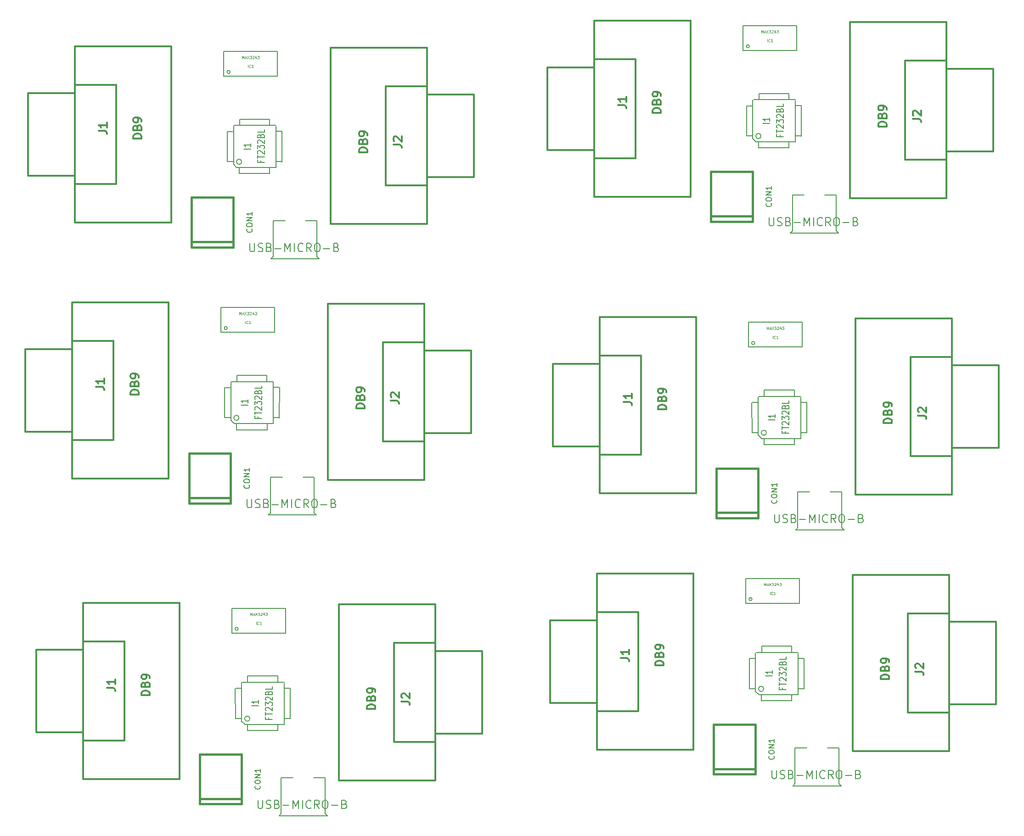
<source format=gto>
G04 (created by PCBNEW (2013-jul-07)-stable) date śro, 3 cze 2015, 22:47:01*
%MOIN*%
G04 Gerber Fmt 3.4, Leading zero omitted, Abs format*
%FSLAX34Y34*%
G01*
G70*
G90*
G04 APERTURE LIST*
%ADD10C,0.000787402*%
%ADD11C,0.006*%
%ADD12C,0.012*%
%ADD13C,0.015*%
%ADD14C,0.00590551*%
%ADD15C,0.005*%
%ADD16C,0.008*%
%ADD17C,0.0039*%
G04 APERTURE END LIST*
G54D10*
G54D11*
X55715Y-37193D02*
X55715Y-37643D01*
X53535Y-37193D02*
X53535Y-37633D01*
X55715Y-37193D02*
X53535Y-37193D01*
X56185Y-38073D02*
X56615Y-38073D01*
X56195Y-40283D02*
X56615Y-40283D01*
X56615Y-40293D02*
X56625Y-38073D01*
X52645Y-40273D02*
X52635Y-38103D01*
X53335Y-40703D02*
X56165Y-40703D01*
X52645Y-38093D02*
X53055Y-38093D01*
X53095Y-40453D02*
X53095Y-37673D01*
X56175Y-37653D02*
X53135Y-37653D01*
X56175Y-40703D02*
X56175Y-37703D01*
X53505Y-41153D02*
X55725Y-41153D01*
X55725Y-41153D02*
X55725Y-40703D01*
X53325Y-40699D02*
X53095Y-40469D01*
X53505Y-41151D02*
X53505Y-40699D01*
X53095Y-40273D02*
X52643Y-40273D01*
X53688Y-40291D02*
G75*
G03X53688Y-40291I-188J0D01*
G74*
G01*
G54D12*
X48571Y-44700D02*
X48571Y-31900D01*
X48571Y-31900D02*
X41571Y-31900D01*
X41571Y-31900D02*
X41571Y-44700D01*
X41571Y-44700D02*
X48571Y-44700D01*
X41571Y-41900D02*
X44571Y-41900D01*
X44571Y-41900D02*
X44571Y-34700D01*
X44571Y-34700D02*
X41571Y-34700D01*
X41571Y-41300D02*
X38171Y-41300D01*
X38171Y-41300D02*
X38171Y-35300D01*
X38171Y-35300D02*
X41571Y-35300D01*
X60157Y-32000D02*
X60157Y-44800D01*
X60157Y-44800D02*
X67157Y-44800D01*
X67157Y-44800D02*
X67157Y-32000D01*
X67157Y-32000D02*
X60157Y-32000D01*
X67157Y-34800D02*
X64157Y-34800D01*
X64157Y-34800D02*
X64157Y-42000D01*
X64157Y-42000D02*
X67157Y-42000D01*
X67157Y-35400D02*
X70557Y-35400D01*
X70557Y-35400D02*
X70557Y-41400D01*
X70557Y-41400D02*
X67157Y-41400D01*
G54D13*
X50058Y-46102D02*
X53090Y-46102D01*
X50058Y-46496D02*
X53090Y-46496D01*
X53090Y-46496D02*
X53090Y-42874D01*
X53090Y-42874D02*
X50058Y-42874D01*
X50058Y-42874D02*
X50058Y-46496D01*
G54D14*
X59153Y-45964D02*
X59153Y-47185D01*
X55964Y-47185D02*
X55964Y-44586D01*
X59153Y-47342D02*
X59271Y-47342D01*
X59271Y-47342D02*
X59311Y-47342D01*
X59311Y-47342D02*
X59153Y-47185D01*
X56161Y-47342D02*
X55964Y-47342D01*
X55964Y-47342D02*
X55807Y-47342D01*
X55807Y-47342D02*
X55964Y-47185D01*
X58326Y-44586D02*
X59153Y-44586D01*
X59232Y-47342D02*
X55964Y-47342D01*
X55964Y-47342D02*
X55885Y-47342D01*
X55964Y-44586D02*
X56830Y-44586D01*
X59153Y-45964D02*
X59153Y-44586D01*
G54D15*
X56280Y-32269D02*
X52380Y-32269D01*
X52380Y-32269D02*
X52380Y-34069D01*
X52380Y-34069D02*
X56280Y-34069D01*
X56280Y-34069D02*
X56280Y-32269D01*
X52842Y-33769D02*
G75*
G03X52842Y-33769I-111J0D01*
G74*
G01*
G54D11*
X55912Y-18590D02*
X55912Y-19040D01*
X53732Y-18590D02*
X53732Y-19030D01*
X55912Y-18590D02*
X53732Y-18590D01*
X56382Y-19470D02*
X56812Y-19470D01*
X56392Y-21680D02*
X56812Y-21680D01*
X56812Y-21690D02*
X56822Y-19470D01*
X52842Y-21670D02*
X52832Y-19500D01*
X53532Y-22100D02*
X56362Y-22100D01*
X52842Y-19490D02*
X53252Y-19490D01*
X53292Y-21850D02*
X53292Y-19070D01*
X56372Y-19050D02*
X53332Y-19050D01*
X56372Y-22100D02*
X56372Y-19100D01*
X53702Y-22550D02*
X55922Y-22550D01*
X55922Y-22550D02*
X55922Y-22100D01*
X53522Y-22096D02*
X53292Y-21866D01*
X53702Y-22548D02*
X53702Y-22096D01*
X53292Y-21670D02*
X52840Y-21670D01*
X53885Y-21688D02*
G75*
G03X53885Y-21688I-188J0D01*
G74*
G01*
G54D12*
X48768Y-26098D02*
X48768Y-13298D01*
X48768Y-13298D02*
X41768Y-13298D01*
X41768Y-13298D02*
X41768Y-26098D01*
X41768Y-26098D02*
X48768Y-26098D01*
X41768Y-23298D02*
X44768Y-23298D01*
X44768Y-23298D02*
X44768Y-16098D01*
X44768Y-16098D02*
X41768Y-16098D01*
X41768Y-22698D02*
X38368Y-22698D01*
X38368Y-22698D02*
X38368Y-16698D01*
X38368Y-16698D02*
X41768Y-16698D01*
X60353Y-13398D02*
X60353Y-26198D01*
X60353Y-26198D02*
X67353Y-26198D01*
X67353Y-26198D02*
X67353Y-13398D01*
X67353Y-13398D02*
X60353Y-13398D01*
X67353Y-16198D02*
X64353Y-16198D01*
X64353Y-16198D02*
X64353Y-23398D01*
X64353Y-23398D02*
X67353Y-23398D01*
X67353Y-16798D02*
X70753Y-16798D01*
X70753Y-16798D02*
X70753Y-22798D01*
X70753Y-22798D02*
X67353Y-22798D01*
G54D13*
X50255Y-27499D02*
X53287Y-27499D01*
X50255Y-27893D02*
X53287Y-27893D01*
X53287Y-27893D02*
X53287Y-24271D01*
X53287Y-24271D02*
X50255Y-24271D01*
X50255Y-24271D02*
X50255Y-27893D01*
G54D14*
X59350Y-27362D02*
X59350Y-28582D01*
X56161Y-28582D02*
X56161Y-25984D01*
X59350Y-28740D02*
X59468Y-28740D01*
X59468Y-28740D02*
X59507Y-28740D01*
X59507Y-28740D02*
X59350Y-28582D01*
X56358Y-28740D02*
X56161Y-28740D01*
X56161Y-28740D02*
X56003Y-28740D01*
X56003Y-28740D02*
X56161Y-28582D01*
X58523Y-25984D02*
X59350Y-25984D01*
X59429Y-28740D02*
X56161Y-28740D01*
X56161Y-28740D02*
X56082Y-28740D01*
X56161Y-25984D02*
X57027Y-25984D01*
X59350Y-27362D02*
X59350Y-25984D01*
G54D15*
X56477Y-13666D02*
X52577Y-13666D01*
X52577Y-13666D02*
X52577Y-15466D01*
X52577Y-15466D02*
X56477Y-15466D01*
X56477Y-15466D02*
X56477Y-13666D01*
X53039Y-15166D02*
G75*
G03X53039Y-15166I-111J0D01*
G74*
G01*
G54D11*
X55912Y-18590D02*
X55912Y-19040D01*
X53732Y-18590D02*
X53732Y-19030D01*
X55912Y-18590D02*
X53732Y-18590D01*
X56382Y-19470D02*
X56812Y-19470D01*
X56392Y-21680D02*
X56812Y-21680D01*
X56812Y-21690D02*
X56822Y-19470D01*
X52842Y-21670D02*
X52832Y-19500D01*
X53532Y-22100D02*
X56362Y-22100D01*
X52842Y-19490D02*
X53252Y-19490D01*
X53292Y-21850D02*
X53292Y-19070D01*
X56372Y-19050D02*
X53332Y-19050D01*
X56372Y-22100D02*
X56372Y-19100D01*
X53702Y-22550D02*
X55922Y-22550D01*
X55922Y-22550D02*
X55922Y-22100D01*
X53522Y-22096D02*
X53292Y-21866D01*
X53702Y-22548D02*
X53702Y-22096D01*
X53292Y-21670D02*
X52840Y-21670D01*
X53885Y-21688D02*
G75*
G03X53885Y-21688I-188J0D01*
G74*
G01*
G54D12*
X48768Y-26098D02*
X48768Y-13298D01*
X48768Y-13298D02*
X41768Y-13298D01*
X41768Y-13298D02*
X41768Y-26098D01*
X41768Y-26098D02*
X48768Y-26098D01*
X41768Y-23298D02*
X44768Y-23298D01*
X44768Y-23298D02*
X44768Y-16098D01*
X44768Y-16098D02*
X41768Y-16098D01*
X41768Y-22698D02*
X38368Y-22698D01*
X38368Y-22698D02*
X38368Y-16698D01*
X38368Y-16698D02*
X41768Y-16698D01*
X60353Y-13398D02*
X60353Y-26198D01*
X60353Y-26198D02*
X67353Y-26198D01*
X67353Y-26198D02*
X67353Y-13398D01*
X67353Y-13398D02*
X60353Y-13398D01*
X67353Y-16198D02*
X64353Y-16198D01*
X64353Y-16198D02*
X64353Y-23398D01*
X64353Y-23398D02*
X67353Y-23398D01*
X67353Y-16798D02*
X70753Y-16798D01*
X70753Y-16798D02*
X70753Y-22798D01*
X70753Y-22798D02*
X67353Y-22798D01*
G54D13*
X50255Y-27499D02*
X53287Y-27499D01*
X50255Y-27893D02*
X53287Y-27893D01*
X53287Y-27893D02*
X53287Y-24271D01*
X53287Y-24271D02*
X50255Y-24271D01*
X50255Y-24271D02*
X50255Y-27893D01*
G54D14*
X59350Y-27362D02*
X59350Y-28582D01*
X56161Y-28582D02*
X56161Y-25984D01*
X59350Y-28740D02*
X59468Y-28740D01*
X59468Y-28740D02*
X59507Y-28740D01*
X59507Y-28740D02*
X59350Y-28582D01*
X56358Y-28740D02*
X56161Y-28740D01*
X56161Y-28740D02*
X56003Y-28740D01*
X56003Y-28740D02*
X56161Y-28582D01*
X58523Y-25984D02*
X59350Y-25984D01*
X59429Y-28740D02*
X56161Y-28740D01*
X56161Y-28740D02*
X56082Y-28740D01*
X56161Y-25984D02*
X57027Y-25984D01*
X59350Y-27362D02*
X59350Y-25984D01*
G54D15*
X56477Y-13666D02*
X52577Y-13666D01*
X52577Y-13666D02*
X52577Y-15466D01*
X52577Y-15466D02*
X56477Y-15466D01*
X56477Y-15466D02*
X56477Y-13666D01*
X53039Y-15166D02*
G75*
G03X53039Y-15166I-111J0D01*
G74*
G01*
G54D11*
X56503Y-59043D02*
X56503Y-59493D01*
X54323Y-59043D02*
X54323Y-59483D01*
X56503Y-59043D02*
X54323Y-59043D01*
X56973Y-59923D02*
X57403Y-59923D01*
X56983Y-62133D02*
X57403Y-62133D01*
X57403Y-62143D02*
X57413Y-59923D01*
X53433Y-62123D02*
X53423Y-59953D01*
X54123Y-62553D02*
X56953Y-62553D01*
X53433Y-59943D02*
X53843Y-59943D01*
X53883Y-62303D02*
X53883Y-59523D01*
X56963Y-59503D02*
X53923Y-59503D01*
X56963Y-62553D02*
X56963Y-59553D01*
X54293Y-63003D02*
X56513Y-63003D01*
X56513Y-63003D02*
X56513Y-62553D01*
X54113Y-62549D02*
X53883Y-62319D01*
X54293Y-63001D02*
X54293Y-62549D01*
X53883Y-62123D02*
X53431Y-62123D01*
X54476Y-62141D02*
G75*
G03X54476Y-62141I-188J0D01*
G74*
G01*
G54D12*
X49358Y-66550D02*
X49358Y-53750D01*
X49358Y-53750D02*
X42358Y-53750D01*
X42358Y-53750D02*
X42358Y-66550D01*
X42358Y-66550D02*
X49358Y-66550D01*
X42358Y-63750D02*
X45358Y-63750D01*
X45358Y-63750D02*
X45358Y-56550D01*
X45358Y-56550D02*
X42358Y-56550D01*
X42358Y-63150D02*
X38958Y-63150D01*
X38958Y-63150D02*
X38958Y-57150D01*
X38958Y-57150D02*
X42358Y-57150D01*
X60944Y-53850D02*
X60944Y-66650D01*
X60944Y-66650D02*
X67944Y-66650D01*
X67944Y-66650D02*
X67944Y-53850D01*
X67944Y-53850D02*
X60944Y-53850D01*
X67944Y-56650D02*
X64944Y-56650D01*
X64944Y-56650D02*
X64944Y-63850D01*
X64944Y-63850D02*
X67944Y-63850D01*
X67944Y-57250D02*
X71344Y-57250D01*
X71344Y-57250D02*
X71344Y-63250D01*
X71344Y-63250D02*
X67944Y-63250D01*
G54D13*
X50846Y-67952D02*
X53878Y-67952D01*
X50846Y-68346D02*
X53878Y-68346D01*
X53878Y-68346D02*
X53878Y-64724D01*
X53878Y-64724D02*
X50846Y-64724D01*
X50846Y-64724D02*
X50846Y-68346D01*
G54D14*
X59940Y-67814D02*
X59940Y-69035D01*
X56751Y-69035D02*
X56751Y-66437D01*
X59940Y-69192D02*
X60059Y-69192D01*
X60059Y-69192D02*
X60098Y-69192D01*
X60098Y-69192D02*
X59940Y-69035D01*
X56948Y-69192D02*
X56751Y-69192D01*
X56751Y-69192D02*
X56594Y-69192D01*
X56594Y-69192D02*
X56751Y-69035D01*
X59114Y-66437D02*
X59940Y-66437D01*
X60019Y-69192D02*
X56751Y-69192D01*
X56751Y-69192D02*
X56673Y-69192D01*
X56751Y-66437D02*
X57618Y-66437D01*
X59940Y-67814D02*
X59940Y-66437D01*
G54D15*
X57068Y-54119D02*
X53168Y-54119D01*
X53168Y-54119D02*
X53168Y-55919D01*
X53168Y-55919D02*
X57068Y-55919D01*
X57068Y-55919D02*
X57068Y-54119D01*
X53629Y-55619D02*
G75*
G03X53629Y-55619I-111J0D01*
G74*
G01*
G54D11*
X93609Y-16720D02*
X93609Y-17170D01*
X91429Y-16720D02*
X91429Y-17160D01*
X93609Y-16720D02*
X91429Y-16720D01*
X94079Y-17600D02*
X94509Y-17600D01*
X94089Y-19810D02*
X94509Y-19810D01*
X94509Y-19820D02*
X94519Y-17600D01*
X90539Y-19800D02*
X90529Y-17630D01*
X91229Y-20230D02*
X94059Y-20230D01*
X90539Y-17620D02*
X90949Y-17620D01*
X90989Y-19980D02*
X90989Y-17200D01*
X94069Y-17180D02*
X91029Y-17180D01*
X94069Y-20230D02*
X94069Y-17230D01*
X91399Y-20680D02*
X93619Y-20680D01*
X93619Y-20680D02*
X93619Y-20230D01*
X91219Y-20226D02*
X90989Y-19996D01*
X91399Y-20678D02*
X91399Y-20226D01*
X90989Y-19800D02*
X90537Y-19800D01*
X91582Y-19818D02*
G75*
G03X91582Y-19818I-188J0D01*
G74*
G01*
G54D12*
X86464Y-24227D02*
X86464Y-11427D01*
X86464Y-11427D02*
X79464Y-11427D01*
X79464Y-11427D02*
X79464Y-24227D01*
X79464Y-24227D02*
X86464Y-24227D01*
X79464Y-21427D02*
X82464Y-21427D01*
X82464Y-21427D02*
X82464Y-14227D01*
X82464Y-14227D02*
X79464Y-14227D01*
X79464Y-20827D02*
X76064Y-20827D01*
X76064Y-20827D02*
X76064Y-14827D01*
X76064Y-14827D02*
X79464Y-14827D01*
X98050Y-11527D02*
X98050Y-24327D01*
X98050Y-24327D02*
X105050Y-24327D01*
X105050Y-24327D02*
X105050Y-11527D01*
X105050Y-11527D02*
X98050Y-11527D01*
X105050Y-14327D02*
X102050Y-14327D01*
X102050Y-14327D02*
X102050Y-21527D01*
X102050Y-21527D02*
X105050Y-21527D01*
X105050Y-14927D02*
X108450Y-14927D01*
X108450Y-14927D02*
X108450Y-20927D01*
X108450Y-20927D02*
X105050Y-20927D01*
G54D13*
X87952Y-25629D02*
X90984Y-25629D01*
X87952Y-26023D02*
X90984Y-26023D01*
X90984Y-26023D02*
X90984Y-22401D01*
X90984Y-22401D02*
X87952Y-22401D01*
X87952Y-22401D02*
X87952Y-26023D01*
G54D14*
X97047Y-25492D02*
X97047Y-26712D01*
X93858Y-26712D02*
X93858Y-24114D01*
X97047Y-26870D02*
X97165Y-26870D01*
X97165Y-26870D02*
X97204Y-26870D01*
X97204Y-26870D02*
X97047Y-26712D01*
X94055Y-26870D02*
X93858Y-26870D01*
X93858Y-26870D02*
X93700Y-26870D01*
X93700Y-26870D02*
X93858Y-26712D01*
X96220Y-24114D02*
X97047Y-24114D01*
X97125Y-26870D02*
X93858Y-26870D01*
X93858Y-26870D02*
X93779Y-26870D01*
X93858Y-24114D02*
X94724Y-24114D01*
X97047Y-25492D02*
X97047Y-24114D01*
G54D15*
X94174Y-11796D02*
X90274Y-11796D01*
X90274Y-11796D02*
X90274Y-13596D01*
X90274Y-13596D02*
X94174Y-13596D01*
X94174Y-13596D02*
X94174Y-11796D01*
X90736Y-13296D02*
G75*
G03X90736Y-13296I-111J0D01*
G74*
G01*
G54D11*
X93609Y-16720D02*
X93609Y-17170D01*
X91429Y-16720D02*
X91429Y-17160D01*
X93609Y-16720D02*
X91429Y-16720D01*
X94079Y-17600D02*
X94509Y-17600D01*
X94089Y-19810D02*
X94509Y-19810D01*
X94509Y-19820D02*
X94519Y-17600D01*
X90539Y-19800D02*
X90529Y-17630D01*
X91229Y-20230D02*
X94059Y-20230D01*
X90539Y-17620D02*
X90949Y-17620D01*
X90989Y-19980D02*
X90989Y-17200D01*
X94069Y-17180D02*
X91029Y-17180D01*
X94069Y-20230D02*
X94069Y-17230D01*
X91399Y-20680D02*
X93619Y-20680D01*
X93619Y-20680D02*
X93619Y-20230D01*
X91219Y-20226D02*
X90989Y-19996D01*
X91399Y-20678D02*
X91399Y-20226D01*
X90989Y-19800D02*
X90537Y-19800D01*
X91582Y-19818D02*
G75*
G03X91582Y-19818I-188J0D01*
G74*
G01*
G54D12*
X86464Y-24227D02*
X86464Y-11427D01*
X86464Y-11427D02*
X79464Y-11427D01*
X79464Y-11427D02*
X79464Y-24227D01*
X79464Y-24227D02*
X86464Y-24227D01*
X79464Y-21427D02*
X82464Y-21427D01*
X82464Y-21427D02*
X82464Y-14227D01*
X82464Y-14227D02*
X79464Y-14227D01*
X79464Y-20827D02*
X76064Y-20827D01*
X76064Y-20827D02*
X76064Y-14827D01*
X76064Y-14827D02*
X79464Y-14827D01*
X98050Y-11527D02*
X98050Y-24327D01*
X98050Y-24327D02*
X105050Y-24327D01*
X105050Y-24327D02*
X105050Y-11527D01*
X105050Y-11527D02*
X98050Y-11527D01*
X105050Y-14327D02*
X102050Y-14327D01*
X102050Y-14327D02*
X102050Y-21527D01*
X102050Y-21527D02*
X105050Y-21527D01*
X105050Y-14927D02*
X108450Y-14927D01*
X108450Y-14927D02*
X108450Y-20927D01*
X108450Y-20927D02*
X105050Y-20927D01*
G54D13*
X87952Y-25629D02*
X90984Y-25629D01*
X87952Y-26023D02*
X90984Y-26023D01*
X90984Y-26023D02*
X90984Y-22401D01*
X90984Y-22401D02*
X87952Y-22401D01*
X87952Y-22401D02*
X87952Y-26023D01*
G54D14*
X97047Y-25492D02*
X97047Y-26712D01*
X93858Y-26712D02*
X93858Y-24114D01*
X97047Y-26870D02*
X97165Y-26870D01*
X97165Y-26870D02*
X97204Y-26870D01*
X97204Y-26870D02*
X97047Y-26712D01*
X94055Y-26870D02*
X93858Y-26870D01*
X93858Y-26870D02*
X93700Y-26870D01*
X93700Y-26870D02*
X93858Y-26712D01*
X96220Y-24114D02*
X97047Y-24114D01*
X97125Y-26870D02*
X93858Y-26870D01*
X93858Y-26870D02*
X93779Y-26870D01*
X93858Y-24114D02*
X94724Y-24114D01*
X97047Y-25492D02*
X97047Y-24114D01*
G54D15*
X94174Y-11796D02*
X90274Y-11796D01*
X90274Y-11796D02*
X90274Y-13596D01*
X90274Y-13596D02*
X94174Y-13596D01*
X94174Y-13596D02*
X94174Y-11796D01*
X90736Y-13296D02*
G75*
G03X90736Y-13296I-111J0D01*
G74*
G01*
G54D11*
X55715Y-37193D02*
X55715Y-37643D01*
X53535Y-37193D02*
X53535Y-37633D01*
X55715Y-37193D02*
X53535Y-37193D01*
X56185Y-38073D02*
X56615Y-38073D01*
X56195Y-40283D02*
X56615Y-40283D01*
X56615Y-40293D02*
X56625Y-38073D01*
X52645Y-40273D02*
X52635Y-38103D01*
X53335Y-40703D02*
X56165Y-40703D01*
X52645Y-38093D02*
X53055Y-38093D01*
X53095Y-40453D02*
X53095Y-37673D01*
X56175Y-37653D02*
X53135Y-37653D01*
X56175Y-40703D02*
X56175Y-37703D01*
X53505Y-41153D02*
X55725Y-41153D01*
X55725Y-41153D02*
X55725Y-40703D01*
X53325Y-40699D02*
X53095Y-40469D01*
X53505Y-41151D02*
X53505Y-40699D01*
X53095Y-40273D02*
X52643Y-40273D01*
X53688Y-40291D02*
G75*
G03X53688Y-40291I-188J0D01*
G74*
G01*
G54D12*
X48571Y-44700D02*
X48571Y-31900D01*
X48571Y-31900D02*
X41571Y-31900D01*
X41571Y-31900D02*
X41571Y-44700D01*
X41571Y-44700D02*
X48571Y-44700D01*
X41571Y-41900D02*
X44571Y-41900D01*
X44571Y-41900D02*
X44571Y-34700D01*
X44571Y-34700D02*
X41571Y-34700D01*
X41571Y-41300D02*
X38171Y-41300D01*
X38171Y-41300D02*
X38171Y-35300D01*
X38171Y-35300D02*
X41571Y-35300D01*
X60157Y-32000D02*
X60157Y-44800D01*
X60157Y-44800D02*
X67157Y-44800D01*
X67157Y-44800D02*
X67157Y-32000D01*
X67157Y-32000D02*
X60157Y-32000D01*
X67157Y-34800D02*
X64157Y-34800D01*
X64157Y-34800D02*
X64157Y-42000D01*
X64157Y-42000D02*
X67157Y-42000D01*
X67157Y-35400D02*
X70557Y-35400D01*
X70557Y-35400D02*
X70557Y-41400D01*
X70557Y-41400D02*
X67157Y-41400D01*
G54D13*
X50058Y-46102D02*
X53090Y-46102D01*
X50058Y-46496D02*
X53090Y-46496D01*
X53090Y-46496D02*
X53090Y-42874D01*
X53090Y-42874D02*
X50058Y-42874D01*
X50058Y-42874D02*
X50058Y-46496D01*
G54D14*
X59153Y-45964D02*
X59153Y-47185D01*
X55964Y-47185D02*
X55964Y-44586D01*
X59153Y-47342D02*
X59271Y-47342D01*
X59271Y-47342D02*
X59311Y-47342D01*
X59311Y-47342D02*
X59153Y-47185D01*
X56161Y-47342D02*
X55964Y-47342D01*
X55964Y-47342D02*
X55807Y-47342D01*
X55807Y-47342D02*
X55964Y-47185D01*
X58326Y-44586D02*
X59153Y-44586D01*
X59232Y-47342D02*
X55964Y-47342D01*
X55964Y-47342D02*
X55885Y-47342D01*
X55964Y-44586D02*
X56830Y-44586D01*
X59153Y-45964D02*
X59153Y-44586D01*
G54D15*
X56280Y-32269D02*
X52380Y-32269D01*
X52380Y-32269D02*
X52380Y-34069D01*
X52380Y-34069D02*
X56280Y-34069D01*
X56280Y-34069D02*
X56280Y-32269D01*
X52842Y-33769D02*
G75*
G03X52842Y-33769I-111J0D01*
G74*
G01*
G54D11*
X55912Y-18590D02*
X55912Y-19040D01*
X53732Y-18590D02*
X53732Y-19030D01*
X55912Y-18590D02*
X53732Y-18590D01*
X56382Y-19470D02*
X56812Y-19470D01*
X56392Y-21680D02*
X56812Y-21680D01*
X56812Y-21690D02*
X56822Y-19470D01*
X52842Y-21670D02*
X52832Y-19500D01*
X53532Y-22100D02*
X56362Y-22100D01*
X52842Y-19490D02*
X53252Y-19490D01*
X53292Y-21850D02*
X53292Y-19070D01*
X56372Y-19050D02*
X53332Y-19050D01*
X56372Y-22100D02*
X56372Y-19100D01*
X53702Y-22550D02*
X55922Y-22550D01*
X55922Y-22550D02*
X55922Y-22100D01*
X53522Y-22096D02*
X53292Y-21866D01*
X53702Y-22548D02*
X53702Y-22096D01*
X53292Y-21670D02*
X52840Y-21670D01*
X53885Y-21688D02*
G75*
G03X53885Y-21688I-188J0D01*
G74*
G01*
G54D12*
X48768Y-26098D02*
X48768Y-13298D01*
X48768Y-13298D02*
X41768Y-13298D01*
X41768Y-13298D02*
X41768Y-26098D01*
X41768Y-26098D02*
X48768Y-26098D01*
X41768Y-23298D02*
X44768Y-23298D01*
X44768Y-23298D02*
X44768Y-16098D01*
X44768Y-16098D02*
X41768Y-16098D01*
X41768Y-22698D02*
X38368Y-22698D01*
X38368Y-22698D02*
X38368Y-16698D01*
X38368Y-16698D02*
X41768Y-16698D01*
X60353Y-13398D02*
X60353Y-26198D01*
X60353Y-26198D02*
X67353Y-26198D01*
X67353Y-26198D02*
X67353Y-13398D01*
X67353Y-13398D02*
X60353Y-13398D01*
X67353Y-16198D02*
X64353Y-16198D01*
X64353Y-16198D02*
X64353Y-23398D01*
X64353Y-23398D02*
X67353Y-23398D01*
X67353Y-16798D02*
X70753Y-16798D01*
X70753Y-16798D02*
X70753Y-22798D01*
X70753Y-22798D02*
X67353Y-22798D01*
G54D13*
X50255Y-27499D02*
X53287Y-27499D01*
X50255Y-27893D02*
X53287Y-27893D01*
X53287Y-27893D02*
X53287Y-24271D01*
X53287Y-24271D02*
X50255Y-24271D01*
X50255Y-24271D02*
X50255Y-27893D01*
G54D14*
X59350Y-27362D02*
X59350Y-28582D01*
X56161Y-28582D02*
X56161Y-25984D01*
X59350Y-28740D02*
X59468Y-28740D01*
X59468Y-28740D02*
X59507Y-28740D01*
X59507Y-28740D02*
X59350Y-28582D01*
X56358Y-28740D02*
X56161Y-28740D01*
X56161Y-28740D02*
X56003Y-28740D01*
X56003Y-28740D02*
X56161Y-28582D01*
X58523Y-25984D02*
X59350Y-25984D01*
X59429Y-28740D02*
X56161Y-28740D01*
X56161Y-28740D02*
X56082Y-28740D01*
X56161Y-25984D02*
X57027Y-25984D01*
X59350Y-27362D02*
X59350Y-25984D01*
G54D15*
X56477Y-13666D02*
X52577Y-13666D01*
X52577Y-13666D02*
X52577Y-15466D01*
X52577Y-15466D02*
X56477Y-15466D01*
X56477Y-15466D02*
X56477Y-13666D01*
X53039Y-15166D02*
G75*
G03X53039Y-15166I-111J0D01*
G74*
G01*
G54D11*
X55912Y-18590D02*
X55912Y-19040D01*
X53732Y-18590D02*
X53732Y-19030D01*
X55912Y-18590D02*
X53732Y-18590D01*
X56382Y-19470D02*
X56812Y-19470D01*
X56392Y-21680D02*
X56812Y-21680D01*
X56812Y-21690D02*
X56822Y-19470D01*
X52842Y-21670D02*
X52832Y-19500D01*
X53532Y-22100D02*
X56362Y-22100D01*
X52842Y-19490D02*
X53252Y-19490D01*
X53292Y-21850D02*
X53292Y-19070D01*
X56372Y-19050D02*
X53332Y-19050D01*
X56372Y-22100D02*
X56372Y-19100D01*
X53702Y-22550D02*
X55922Y-22550D01*
X55922Y-22550D02*
X55922Y-22100D01*
X53522Y-22096D02*
X53292Y-21866D01*
X53702Y-22548D02*
X53702Y-22096D01*
X53292Y-21670D02*
X52840Y-21670D01*
X53885Y-21688D02*
G75*
G03X53885Y-21688I-188J0D01*
G74*
G01*
G54D12*
X48768Y-26098D02*
X48768Y-13298D01*
X48768Y-13298D02*
X41768Y-13298D01*
X41768Y-13298D02*
X41768Y-26098D01*
X41768Y-26098D02*
X48768Y-26098D01*
X41768Y-23298D02*
X44768Y-23298D01*
X44768Y-23298D02*
X44768Y-16098D01*
X44768Y-16098D02*
X41768Y-16098D01*
X41768Y-22698D02*
X38368Y-22698D01*
X38368Y-22698D02*
X38368Y-16698D01*
X38368Y-16698D02*
X41768Y-16698D01*
X60353Y-13398D02*
X60353Y-26198D01*
X60353Y-26198D02*
X67353Y-26198D01*
X67353Y-26198D02*
X67353Y-13398D01*
X67353Y-13398D02*
X60353Y-13398D01*
X67353Y-16198D02*
X64353Y-16198D01*
X64353Y-16198D02*
X64353Y-23398D01*
X64353Y-23398D02*
X67353Y-23398D01*
X67353Y-16798D02*
X70753Y-16798D01*
X70753Y-16798D02*
X70753Y-22798D01*
X70753Y-22798D02*
X67353Y-22798D01*
G54D13*
X50255Y-27499D02*
X53287Y-27499D01*
X50255Y-27893D02*
X53287Y-27893D01*
X53287Y-27893D02*
X53287Y-24271D01*
X53287Y-24271D02*
X50255Y-24271D01*
X50255Y-24271D02*
X50255Y-27893D01*
G54D14*
X59350Y-27362D02*
X59350Y-28582D01*
X56161Y-28582D02*
X56161Y-25984D01*
X59350Y-28740D02*
X59468Y-28740D01*
X59468Y-28740D02*
X59507Y-28740D01*
X59507Y-28740D02*
X59350Y-28582D01*
X56358Y-28740D02*
X56161Y-28740D01*
X56161Y-28740D02*
X56003Y-28740D01*
X56003Y-28740D02*
X56161Y-28582D01*
X58523Y-25984D02*
X59350Y-25984D01*
X59429Y-28740D02*
X56161Y-28740D01*
X56161Y-28740D02*
X56082Y-28740D01*
X56161Y-25984D02*
X57027Y-25984D01*
X59350Y-27362D02*
X59350Y-25984D01*
G54D15*
X56477Y-13666D02*
X52577Y-13666D01*
X52577Y-13666D02*
X52577Y-15466D01*
X52577Y-15466D02*
X56477Y-15466D01*
X56477Y-15466D02*
X56477Y-13666D01*
X53039Y-15166D02*
G75*
G03X53039Y-15166I-111J0D01*
G74*
G01*
G54D11*
X56503Y-59043D02*
X56503Y-59493D01*
X54323Y-59043D02*
X54323Y-59483D01*
X56503Y-59043D02*
X54323Y-59043D01*
X56973Y-59923D02*
X57403Y-59923D01*
X56983Y-62133D02*
X57403Y-62133D01*
X57403Y-62143D02*
X57413Y-59923D01*
X53433Y-62123D02*
X53423Y-59953D01*
X54123Y-62553D02*
X56953Y-62553D01*
X53433Y-59943D02*
X53843Y-59943D01*
X53883Y-62303D02*
X53883Y-59523D01*
X56963Y-59503D02*
X53923Y-59503D01*
X56963Y-62553D02*
X56963Y-59553D01*
X54293Y-63003D02*
X56513Y-63003D01*
X56513Y-63003D02*
X56513Y-62553D01*
X54113Y-62549D02*
X53883Y-62319D01*
X54293Y-63001D02*
X54293Y-62549D01*
X53883Y-62123D02*
X53431Y-62123D01*
X54476Y-62141D02*
G75*
G03X54476Y-62141I-188J0D01*
G74*
G01*
G54D12*
X49358Y-66550D02*
X49358Y-53750D01*
X49358Y-53750D02*
X42358Y-53750D01*
X42358Y-53750D02*
X42358Y-66550D01*
X42358Y-66550D02*
X49358Y-66550D01*
X42358Y-63750D02*
X45358Y-63750D01*
X45358Y-63750D02*
X45358Y-56550D01*
X45358Y-56550D02*
X42358Y-56550D01*
X42358Y-63150D02*
X38958Y-63150D01*
X38958Y-63150D02*
X38958Y-57150D01*
X38958Y-57150D02*
X42358Y-57150D01*
X60944Y-53850D02*
X60944Y-66650D01*
X60944Y-66650D02*
X67944Y-66650D01*
X67944Y-66650D02*
X67944Y-53850D01*
X67944Y-53850D02*
X60944Y-53850D01*
X67944Y-56650D02*
X64944Y-56650D01*
X64944Y-56650D02*
X64944Y-63850D01*
X64944Y-63850D02*
X67944Y-63850D01*
X67944Y-57250D02*
X71344Y-57250D01*
X71344Y-57250D02*
X71344Y-63250D01*
X71344Y-63250D02*
X67944Y-63250D01*
G54D13*
X50846Y-67952D02*
X53878Y-67952D01*
X50846Y-68346D02*
X53878Y-68346D01*
X53878Y-68346D02*
X53878Y-64724D01*
X53878Y-64724D02*
X50846Y-64724D01*
X50846Y-64724D02*
X50846Y-68346D01*
G54D14*
X59940Y-67814D02*
X59940Y-69035D01*
X56751Y-69035D02*
X56751Y-66437D01*
X59940Y-69192D02*
X60059Y-69192D01*
X60059Y-69192D02*
X60098Y-69192D01*
X60098Y-69192D02*
X59940Y-69035D01*
X56948Y-69192D02*
X56751Y-69192D01*
X56751Y-69192D02*
X56594Y-69192D01*
X56594Y-69192D02*
X56751Y-69035D01*
X59114Y-66437D02*
X59940Y-66437D01*
X60019Y-69192D02*
X56751Y-69192D01*
X56751Y-69192D02*
X56673Y-69192D01*
X56751Y-66437D02*
X57618Y-66437D01*
X59940Y-67814D02*
X59940Y-66437D01*
G54D15*
X57068Y-54119D02*
X53168Y-54119D01*
X53168Y-54119D02*
X53168Y-55919D01*
X53168Y-55919D02*
X57068Y-55919D01*
X57068Y-55919D02*
X57068Y-54119D01*
X53629Y-55619D02*
G75*
G03X53629Y-55619I-111J0D01*
G74*
G01*
G54D11*
X93609Y-16720D02*
X93609Y-17170D01*
X91429Y-16720D02*
X91429Y-17160D01*
X93609Y-16720D02*
X91429Y-16720D01*
X94079Y-17600D02*
X94509Y-17600D01*
X94089Y-19810D02*
X94509Y-19810D01*
X94509Y-19820D02*
X94519Y-17600D01*
X90539Y-19800D02*
X90529Y-17630D01*
X91229Y-20230D02*
X94059Y-20230D01*
X90539Y-17620D02*
X90949Y-17620D01*
X90989Y-19980D02*
X90989Y-17200D01*
X94069Y-17180D02*
X91029Y-17180D01*
X94069Y-20230D02*
X94069Y-17230D01*
X91399Y-20680D02*
X93619Y-20680D01*
X93619Y-20680D02*
X93619Y-20230D01*
X91219Y-20226D02*
X90989Y-19996D01*
X91399Y-20678D02*
X91399Y-20226D01*
X90989Y-19800D02*
X90537Y-19800D01*
X91582Y-19818D02*
G75*
G03X91582Y-19818I-188J0D01*
G74*
G01*
G54D12*
X86464Y-24227D02*
X86464Y-11427D01*
X86464Y-11427D02*
X79464Y-11427D01*
X79464Y-11427D02*
X79464Y-24227D01*
X79464Y-24227D02*
X86464Y-24227D01*
X79464Y-21427D02*
X82464Y-21427D01*
X82464Y-21427D02*
X82464Y-14227D01*
X82464Y-14227D02*
X79464Y-14227D01*
X79464Y-20827D02*
X76064Y-20827D01*
X76064Y-20827D02*
X76064Y-14827D01*
X76064Y-14827D02*
X79464Y-14827D01*
X98050Y-11527D02*
X98050Y-24327D01*
X98050Y-24327D02*
X105050Y-24327D01*
X105050Y-24327D02*
X105050Y-11527D01*
X105050Y-11527D02*
X98050Y-11527D01*
X105050Y-14327D02*
X102050Y-14327D01*
X102050Y-14327D02*
X102050Y-21527D01*
X102050Y-21527D02*
X105050Y-21527D01*
X105050Y-14927D02*
X108450Y-14927D01*
X108450Y-14927D02*
X108450Y-20927D01*
X108450Y-20927D02*
X105050Y-20927D01*
G54D13*
X87952Y-25629D02*
X90984Y-25629D01*
X87952Y-26023D02*
X90984Y-26023D01*
X90984Y-26023D02*
X90984Y-22401D01*
X90984Y-22401D02*
X87952Y-22401D01*
X87952Y-22401D02*
X87952Y-26023D01*
G54D14*
X97047Y-25492D02*
X97047Y-26712D01*
X93858Y-26712D02*
X93858Y-24114D01*
X97047Y-26870D02*
X97165Y-26870D01*
X97165Y-26870D02*
X97204Y-26870D01*
X97204Y-26870D02*
X97047Y-26712D01*
X94055Y-26870D02*
X93858Y-26870D01*
X93858Y-26870D02*
X93700Y-26870D01*
X93700Y-26870D02*
X93858Y-26712D01*
X96220Y-24114D02*
X97047Y-24114D01*
X97125Y-26870D02*
X93858Y-26870D01*
X93858Y-26870D02*
X93779Y-26870D01*
X93858Y-24114D02*
X94724Y-24114D01*
X97047Y-25492D02*
X97047Y-24114D01*
G54D15*
X94174Y-11796D02*
X90274Y-11796D01*
X90274Y-11796D02*
X90274Y-13596D01*
X90274Y-13596D02*
X94174Y-13596D01*
X94174Y-13596D02*
X94174Y-11796D01*
X90736Y-13296D02*
G75*
G03X90736Y-13296I-111J0D01*
G74*
G01*
G54D11*
X93609Y-16720D02*
X93609Y-17170D01*
X91429Y-16720D02*
X91429Y-17160D01*
X93609Y-16720D02*
X91429Y-16720D01*
X94079Y-17600D02*
X94509Y-17600D01*
X94089Y-19810D02*
X94509Y-19810D01*
X94509Y-19820D02*
X94519Y-17600D01*
X90539Y-19800D02*
X90529Y-17630D01*
X91229Y-20230D02*
X94059Y-20230D01*
X90539Y-17620D02*
X90949Y-17620D01*
X90989Y-19980D02*
X90989Y-17200D01*
X94069Y-17180D02*
X91029Y-17180D01*
X94069Y-20230D02*
X94069Y-17230D01*
X91399Y-20680D02*
X93619Y-20680D01*
X93619Y-20680D02*
X93619Y-20230D01*
X91219Y-20226D02*
X90989Y-19996D01*
X91399Y-20678D02*
X91399Y-20226D01*
X90989Y-19800D02*
X90537Y-19800D01*
X91582Y-19818D02*
G75*
G03X91582Y-19818I-188J0D01*
G74*
G01*
G54D12*
X86464Y-24227D02*
X86464Y-11427D01*
X86464Y-11427D02*
X79464Y-11427D01*
X79464Y-11427D02*
X79464Y-24227D01*
X79464Y-24227D02*
X86464Y-24227D01*
X79464Y-21427D02*
X82464Y-21427D01*
X82464Y-21427D02*
X82464Y-14227D01*
X82464Y-14227D02*
X79464Y-14227D01*
X79464Y-20827D02*
X76064Y-20827D01*
X76064Y-20827D02*
X76064Y-14827D01*
X76064Y-14827D02*
X79464Y-14827D01*
X98050Y-11527D02*
X98050Y-24327D01*
X98050Y-24327D02*
X105050Y-24327D01*
X105050Y-24327D02*
X105050Y-11527D01*
X105050Y-11527D02*
X98050Y-11527D01*
X105050Y-14327D02*
X102050Y-14327D01*
X102050Y-14327D02*
X102050Y-21527D01*
X102050Y-21527D02*
X105050Y-21527D01*
X105050Y-14927D02*
X108450Y-14927D01*
X108450Y-14927D02*
X108450Y-20927D01*
X108450Y-20927D02*
X105050Y-20927D01*
G54D13*
X87952Y-25629D02*
X90984Y-25629D01*
X87952Y-26023D02*
X90984Y-26023D01*
X90984Y-26023D02*
X90984Y-22401D01*
X90984Y-22401D02*
X87952Y-22401D01*
X87952Y-22401D02*
X87952Y-26023D01*
G54D14*
X97047Y-25492D02*
X97047Y-26712D01*
X93858Y-26712D02*
X93858Y-24114D01*
X97047Y-26870D02*
X97165Y-26870D01*
X97165Y-26870D02*
X97204Y-26870D01*
X97204Y-26870D02*
X97047Y-26712D01*
X94055Y-26870D02*
X93858Y-26870D01*
X93858Y-26870D02*
X93700Y-26870D01*
X93700Y-26870D02*
X93858Y-26712D01*
X96220Y-24114D02*
X97047Y-24114D01*
X97125Y-26870D02*
X93858Y-26870D01*
X93858Y-26870D02*
X93779Y-26870D01*
X93858Y-24114D02*
X94724Y-24114D01*
X97047Y-25492D02*
X97047Y-24114D01*
G54D15*
X94174Y-11796D02*
X90274Y-11796D01*
X90274Y-11796D02*
X90274Y-13596D01*
X90274Y-13596D02*
X94174Y-13596D01*
X94174Y-13596D02*
X94174Y-11796D01*
X90736Y-13296D02*
G75*
G03X90736Y-13296I-111J0D01*
G74*
G01*
G54D11*
X55715Y-37193D02*
X55715Y-37643D01*
X53535Y-37193D02*
X53535Y-37633D01*
X55715Y-37193D02*
X53535Y-37193D01*
X56185Y-38073D02*
X56615Y-38073D01*
X56195Y-40283D02*
X56615Y-40283D01*
X56615Y-40293D02*
X56625Y-38073D01*
X52645Y-40273D02*
X52635Y-38103D01*
X53335Y-40703D02*
X56165Y-40703D01*
X52645Y-38093D02*
X53055Y-38093D01*
X53095Y-40453D02*
X53095Y-37673D01*
X56175Y-37653D02*
X53135Y-37653D01*
X56175Y-40703D02*
X56175Y-37703D01*
X53505Y-41153D02*
X55725Y-41153D01*
X55725Y-41153D02*
X55725Y-40703D01*
X53325Y-40699D02*
X53095Y-40469D01*
X53505Y-41151D02*
X53505Y-40699D01*
X53095Y-40273D02*
X52643Y-40273D01*
X53688Y-40291D02*
G75*
G03X53688Y-40291I-188J0D01*
G74*
G01*
G54D12*
X48571Y-44700D02*
X48571Y-31900D01*
X48571Y-31900D02*
X41571Y-31900D01*
X41571Y-31900D02*
X41571Y-44700D01*
X41571Y-44700D02*
X48571Y-44700D01*
X41571Y-41900D02*
X44571Y-41900D01*
X44571Y-41900D02*
X44571Y-34700D01*
X44571Y-34700D02*
X41571Y-34700D01*
X41571Y-41300D02*
X38171Y-41300D01*
X38171Y-41300D02*
X38171Y-35300D01*
X38171Y-35300D02*
X41571Y-35300D01*
X60157Y-32000D02*
X60157Y-44800D01*
X60157Y-44800D02*
X67157Y-44800D01*
X67157Y-44800D02*
X67157Y-32000D01*
X67157Y-32000D02*
X60157Y-32000D01*
X67157Y-34800D02*
X64157Y-34800D01*
X64157Y-34800D02*
X64157Y-42000D01*
X64157Y-42000D02*
X67157Y-42000D01*
X67157Y-35400D02*
X70557Y-35400D01*
X70557Y-35400D02*
X70557Y-41400D01*
X70557Y-41400D02*
X67157Y-41400D01*
G54D13*
X50058Y-46102D02*
X53090Y-46102D01*
X50058Y-46496D02*
X53090Y-46496D01*
X53090Y-46496D02*
X53090Y-42874D01*
X53090Y-42874D02*
X50058Y-42874D01*
X50058Y-42874D02*
X50058Y-46496D01*
G54D14*
X59153Y-45964D02*
X59153Y-47185D01*
X55964Y-47185D02*
X55964Y-44586D01*
X59153Y-47342D02*
X59271Y-47342D01*
X59271Y-47342D02*
X59311Y-47342D01*
X59311Y-47342D02*
X59153Y-47185D01*
X56161Y-47342D02*
X55964Y-47342D01*
X55964Y-47342D02*
X55807Y-47342D01*
X55807Y-47342D02*
X55964Y-47185D01*
X58326Y-44586D02*
X59153Y-44586D01*
X59232Y-47342D02*
X55964Y-47342D01*
X55964Y-47342D02*
X55885Y-47342D01*
X55964Y-44586D02*
X56830Y-44586D01*
X59153Y-45964D02*
X59153Y-44586D01*
G54D15*
X56280Y-32269D02*
X52380Y-32269D01*
X52380Y-32269D02*
X52380Y-34069D01*
X52380Y-34069D02*
X56280Y-34069D01*
X56280Y-34069D02*
X56280Y-32269D01*
X52842Y-33769D02*
G75*
G03X52842Y-33769I-111J0D01*
G74*
G01*
G54D11*
X55912Y-18590D02*
X55912Y-19040D01*
X53732Y-18590D02*
X53732Y-19030D01*
X55912Y-18590D02*
X53732Y-18590D01*
X56382Y-19470D02*
X56812Y-19470D01*
X56392Y-21680D02*
X56812Y-21680D01*
X56812Y-21690D02*
X56822Y-19470D01*
X52842Y-21670D02*
X52832Y-19500D01*
X53532Y-22100D02*
X56362Y-22100D01*
X52842Y-19490D02*
X53252Y-19490D01*
X53292Y-21850D02*
X53292Y-19070D01*
X56372Y-19050D02*
X53332Y-19050D01*
X56372Y-22100D02*
X56372Y-19100D01*
X53702Y-22550D02*
X55922Y-22550D01*
X55922Y-22550D02*
X55922Y-22100D01*
X53522Y-22096D02*
X53292Y-21866D01*
X53702Y-22548D02*
X53702Y-22096D01*
X53292Y-21670D02*
X52840Y-21670D01*
X53885Y-21688D02*
G75*
G03X53885Y-21688I-188J0D01*
G74*
G01*
G54D12*
X48768Y-26098D02*
X48768Y-13298D01*
X48768Y-13298D02*
X41768Y-13298D01*
X41768Y-13298D02*
X41768Y-26098D01*
X41768Y-26098D02*
X48768Y-26098D01*
X41768Y-23298D02*
X44768Y-23298D01*
X44768Y-23298D02*
X44768Y-16098D01*
X44768Y-16098D02*
X41768Y-16098D01*
X41768Y-22698D02*
X38368Y-22698D01*
X38368Y-22698D02*
X38368Y-16698D01*
X38368Y-16698D02*
X41768Y-16698D01*
X60353Y-13398D02*
X60353Y-26198D01*
X60353Y-26198D02*
X67353Y-26198D01*
X67353Y-26198D02*
X67353Y-13398D01*
X67353Y-13398D02*
X60353Y-13398D01*
X67353Y-16198D02*
X64353Y-16198D01*
X64353Y-16198D02*
X64353Y-23398D01*
X64353Y-23398D02*
X67353Y-23398D01*
X67353Y-16798D02*
X70753Y-16798D01*
X70753Y-16798D02*
X70753Y-22798D01*
X70753Y-22798D02*
X67353Y-22798D01*
G54D13*
X50255Y-27499D02*
X53287Y-27499D01*
X50255Y-27893D02*
X53287Y-27893D01*
X53287Y-27893D02*
X53287Y-24271D01*
X53287Y-24271D02*
X50255Y-24271D01*
X50255Y-24271D02*
X50255Y-27893D01*
G54D14*
X59350Y-27362D02*
X59350Y-28582D01*
X56161Y-28582D02*
X56161Y-25984D01*
X59350Y-28740D02*
X59468Y-28740D01*
X59468Y-28740D02*
X59507Y-28740D01*
X59507Y-28740D02*
X59350Y-28582D01*
X56358Y-28740D02*
X56161Y-28740D01*
X56161Y-28740D02*
X56003Y-28740D01*
X56003Y-28740D02*
X56161Y-28582D01*
X58523Y-25984D02*
X59350Y-25984D01*
X59429Y-28740D02*
X56161Y-28740D01*
X56161Y-28740D02*
X56082Y-28740D01*
X56161Y-25984D02*
X57027Y-25984D01*
X59350Y-27362D02*
X59350Y-25984D01*
G54D15*
X56477Y-13666D02*
X52577Y-13666D01*
X52577Y-13666D02*
X52577Y-15466D01*
X52577Y-15466D02*
X56477Y-15466D01*
X56477Y-15466D02*
X56477Y-13666D01*
X53039Y-15166D02*
G75*
G03X53039Y-15166I-111J0D01*
G74*
G01*
G54D11*
X55912Y-18590D02*
X55912Y-19040D01*
X53732Y-18590D02*
X53732Y-19030D01*
X55912Y-18590D02*
X53732Y-18590D01*
X56382Y-19470D02*
X56812Y-19470D01*
X56392Y-21680D02*
X56812Y-21680D01*
X56812Y-21690D02*
X56822Y-19470D01*
X52842Y-21670D02*
X52832Y-19500D01*
X53532Y-22100D02*
X56362Y-22100D01*
X52842Y-19490D02*
X53252Y-19490D01*
X53292Y-21850D02*
X53292Y-19070D01*
X56372Y-19050D02*
X53332Y-19050D01*
X56372Y-22100D02*
X56372Y-19100D01*
X53702Y-22550D02*
X55922Y-22550D01*
X55922Y-22550D02*
X55922Y-22100D01*
X53522Y-22096D02*
X53292Y-21866D01*
X53702Y-22548D02*
X53702Y-22096D01*
X53292Y-21670D02*
X52840Y-21670D01*
X53885Y-21688D02*
G75*
G03X53885Y-21688I-188J0D01*
G74*
G01*
G54D12*
X48768Y-26098D02*
X48768Y-13298D01*
X48768Y-13298D02*
X41768Y-13298D01*
X41768Y-13298D02*
X41768Y-26098D01*
X41768Y-26098D02*
X48768Y-26098D01*
X41768Y-23298D02*
X44768Y-23298D01*
X44768Y-23298D02*
X44768Y-16098D01*
X44768Y-16098D02*
X41768Y-16098D01*
X41768Y-22698D02*
X38368Y-22698D01*
X38368Y-22698D02*
X38368Y-16698D01*
X38368Y-16698D02*
X41768Y-16698D01*
X60353Y-13398D02*
X60353Y-26198D01*
X60353Y-26198D02*
X67353Y-26198D01*
X67353Y-26198D02*
X67353Y-13398D01*
X67353Y-13398D02*
X60353Y-13398D01*
X67353Y-16198D02*
X64353Y-16198D01*
X64353Y-16198D02*
X64353Y-23398D01*
X64353Y-23398D02*
X67353Y-23398D01*
X67353Y-16798D02*
X70753Y-16798D01*
X70753Y-16798D02*
X70753Y-22798D01*
X70753Y-22798D02*
X67353Y-22798D01*
G54D13*
X50255Y-27499D02*
X53287Y-27499D01*
X50255Y-27893D02*
X53287Y-27893D01*
X53287Y-27893D02*
X53287Y-24271D01*
X53287Y-24271D02*
X50255Y-24271D01*
X50255Y-24271D02*
X50255Y-27893D01*
G54D14*
X59350Y-27362D02*
X59350Y-28582D01*
X56161Y-28582D02*
X56161Y-25984D01*
X59350Y-28740D02*
X59468Y-28740D01*
X59468Y-28740D02*
X59507Y-28740D01*
X59507Y-28740D02*
X59350Y-28582D01*
X56358Y-28740D02*
X56161Y-28740D01*
X56161Y-28740D02*
X56003Y-28740D01*
X56003Y-28740D02*
X56161Y-28582D01*
X58523Y-25984D02*
X59350Y-25984D01*
X59429Y-28740D02*
X56161Y-28740D01*
X56161Y-28740D02*
X56082Y-28740D01*
X56161Y-25984D02*
X57027Y-25984D01*
X59350Y-27362D02*
X59350Y-25984D01*
G54D15*
X56477Y-13666D02*
X52577Y-13666D01*
X52577Y-13666D02*
X52577Y-15466D01*
X52577Y-15466D02*
X56477Y-15466D01*
X56477Y-15466D02*
X56477Y-13666D01*
X53039Y-15166D02*
G75*
G03X53039Y-15166I-111J0D01*
G74*
G01*
G54D11*
X93806Y-56878D02*
X93806Y-57328D01*
X91626Y-56878D02*
X91626Y-57318D01*
X93806Y-56878D02*
X91626Y-56878D01*
X94276Y-57758D02*
X94706Y-57758D01*
X94286Y-59968D02*
X94706Y-59968D01*
X94706Y-59978D02*
X94716Y-57758D01*
X90736Y-59958D02*
X90726Y-57788D01*
X91426Y-60388D02*
X94256Y-60388D01*
X90736Y-57778D02*
X91146Y-57778D01*
X91186Y-60138D02*
X91186Y-57358D01*
X94266Y-57338D02*
X91226Y-57338D01*
X94266Y-60388D02*
X94266Y-57388D01*
X91596Y-60838D02*
X93816Y-60838D01*
X93816Y-60838D02*
X93816Y-60388D01*
X91416Y-60384D02*
X91186Y-60154D01*
X91596Y-60836D02*
X91596Y-60384D01*
X91186Y-59958D02*
X90734Y-59958D01*
X91779Y-59976D02*
G75*
G03X91779Y-59976I-188J0D01*
G74*
G01*
G54D12*
X86661Y-64385D02*
X86661Y-51585D01*
X86661Y-51585D02*
X79661Y-51585D01*
X79661Y-51585D02*
X79661Y-64385D01*
X79661Y-64385D02*
X86661Y-64385D01*
X79661Y-61585D02*
X82661Y-61585D01*
X82661Y-61585D02*
X82661Y-54385D01*
X82661Y-54385D02*
X79661Y-54385D01*
X79661Y-60985D02*
X76261Y-60985D01*
X76261Y-60985D02*
X76261Y-54985D01*
X76261Y-54985D02*
X79661Y-54985D01*
X98247Y-51685D02*
X98247Y-64485D01*
X98247Y-64485D02*
X105247Y-64485D01*
X105247Y-64485D02*
X105247Y-51685D01*
X105247Y-51685D02*
X98247Y-51685D01*
X105247Y-54485D02*
X102247Y-54485D01*
X102247Y-54485D02*
X102247Y-61685D01*
X102247Y-61685D02*
X105247Y-61685D01*
X105247Y-55085D02*
X108647Y-55085D01*
X108647Y-55085D02*
X108647Y-61085D01*
X108647Y-61085D02*
X105247Y-61085D01*
G54D13*
X88149Y-65787D02*
X91181Y-65787D01*
X88149Y-66181D02*
X91181Y-66181D01*
X91181Y-66181D02*
X91181Y-62559D01*
X91181Y-62559D02*
X88149Y-62559D01*
X88149Y-62559D02*
X88149Y-66181D01*
G54D14*
X97244Y-65649D02*
X97244Y-66870D01*
X94055Y-66870D02*
X94055Y-64271D01*
X97244Y-67027D02*
X97362Y-67027D01*
X97362Y-67027D02*
X97401Y-67027D01*
X97401Y-67027D02*
X97244Y-66870D01*
X94251Y-67027D02*
X94055Y-67027D01*
X94055Y-67027D02*
X93897Y-67027D01*
X93897Y-67027D02*
X94055Y-66870D01*
X96417Y-64271D02*
X97244Y-64271D01*
X97322Y-67027D02*
X94055Y-67027D01*
X94055Y-67027D02*
X93976Y-67027D01*
X94055Y-64271D02*
X94921Y-64271D01*
X97244Y-65649D02*
X97244Y-64271D01*
G54D15*
X94371Y-51954D02*
X90471Y-51954D01*
X90471Y-51954D02*
X90471Y-53754D01*
X90471Y-53754D02*
X94371Y-53754D01*
X94371Y-53754D02*
X94371Y-51954D01*
X90933Y-53454D02*
G75*
G03X90933Y-53454I-111J0D01*
G74*
G01*
G54D11*
X94003Y-38275D02*
X94003Y-38725D01*
X91823Y-38275D02*
X91823Y-38715D01*
X94003Y-38275D02*
X91823Y-38275D01*
X94473Y-39155D02*
X94903Y-39155D01*
X94483Y-41365D02*
X94903Y-41365D01*
X94903Y-41375D02*
X94913Y-39155D01*
X90933Y-41355D02*
X90923Y-39185D01*
X91623Y-41785D02*
X94453Y-41785D01*
X90933Y-39175D02*
X91343Y-39175D01*
X91383Y-41535D02*
X91383Y-38755D01*
X94463Y-38735D02*
X91423Y-38735D01*
X94463Y-41785D02*
X94463Y-38785D01*
X91793Y-42235D02*
X94013Y-42235D01*
X94013Y-42235D02*
X94013Y-41785D01*
X91613Y-41781D02*
X91383Y-41551D01*
X91793Y-42233D02*
X91793Y-41781D01*
X91383Y-41355D02*
X90931Y-41355D01*
X91976Y-41373D02*
G75*
G03X91976Y-41373I-188J0D01*
G74*
G01*
G54D12*
X86858Y-45783D02*
X86858Y-32983D01*
X86858Y-32983D02*
X79858Y-32983D01*
X79858Y-32983D02*
X79858Y-45783D01*
X79858Y-45783D02*
X86858Y-45783D01*
X79858Y-42983D02*
X82858Y-42983D01*
X82858Y-42983D02*
X82858Y-35783D01*
X82858Y-35783D02*
X79858Y-35783D01*
X79858Y-42383D02*
X76458Y-42383D01*
X76458Y-42383D02*
X76458Y-36383D01*
X76458Y-36383D02*
X79858Y-36383D01*
X98444Y-33083D02*
X98444Y-45883D01*
X98444Y-45883D02*
X105444Y-45883D01*
X105444Y-45883D02*
X105444Y-33083D01*
X105444Y-33083D02*
X98444Y-33083D01*
X105444Y-35883D02*
X102444Y-35883D01*
X102444Y-35883D02*
X102444Y-43083D01*
X102444Y-43083D02*
X105444Y-43083D01*
X105444Y-36483D02*
X108844Y-36483D01*
X108844Y-36483D02*
X108844Y-42483D01*
X108844Y-42483D02*
X105444Y-42483D01*
G54D13*
X88346Y-47184D02*
X91378Y-47184D01*
X88346Y-47578D02*
X91378Y-47578D01*
X91378Y-47578D02*
X91378Y-43956D01*
X91378Y-43956D02*
X88346Y-43956D01*
X88346Y-43956D02*
X88346Y-47578D01*
G54D14*
X97440Y-47047D02*
X97440Y-48267D01*
X94251Y-48267D02*
X94251Y-45669D01*
X97440Y-48425D02*
X97559Y-48425D01*
X97559Y-48425D02*
X97598Y-48425D01*
X97598Y-48425D02*
X97440Y-48267D01*
X94448Y-48425D02*
X94251Y-48425D01*
X94251Y-48425D02*
X94094Y-48425D01*
X94094Y-48425D02*
X94251Y-48267D01*
X96614Y-45669D02*
X97440Y-45669D01*
X97519Y-48425D02*
X94251Y-48425D01*
X94251Y-48425D02*
X94173Y-48425D01*
X94251Y-45669D02*
X95118Y-45669D01*
X97440Y-47047D02*
X97440Y-45669D01*
G54D15*
X94568Y-33351D02*
X90668Y-33351D01*
X90668Y-33351D02*
X90668Y-35151D01*
X90668Y-35151D02*
X94568Y-35151D01*
X94568Y-35151D02*
X94568Y-33351D01*
X91129Y-34851D02*
G75*
G03X91129Y-34851I-111J0D01*
G74*
G01*
G54D11*
X94003Y-38275D02*
X94003Y-38725D01*
X91823Y-38275D02*
X91823Y-38715D01*
X94003Y-38275D02*
X91823Y-38275D01*
X94473Y-39155D02*
X94903Y-39155D01*
X94483Y-41365D02*
X94903Y-41365D01*
X94903Y-41375D02*
X94913Y-39155D01*
X90933Y-41355D02*
X90923Y-39185D01*
X91623Y-41785D02*
X94453Y-41785D01*
X90933Y-39175D02*
X91343Y-39175D01*
X91383Y-41535D02*
X91383Y-38755D01*
X94463Y-38735D02*
X91423Y-38735D01*
X94463Y-41785D02*
X94463Y-38785D01*
X91793Y-42235D02*
X94013Y-42235D01*
X94013Y-42235D02*
X94013Y-41785D01*
X91613Y-41781D02*
X91383Y-41551D01*
X91793Y-42233D02*
X91793Y-41781D01*
X91383Y-41355D02*
X90931Y-41355D01*
X91976Y-41373D02*
G75*
G03X91976Y-41373I-188J0D01*
G74*
G01*
G54D12*
X86858Y-45783D02*
X86858Y-32983D01*
X86858Y-32983D02*
X79858Y-32983D01*
X79858Y-32983D02*
X79858Y-45783D01*
X79858Y-45783D02*
X86858Y-45783D01*
X79858Y-42983D02*
X82858Y-42983D01*
X82858Y-42983D02*
X82858Y-35783D01*
X82858Y-35783D02*
X79858Y-35783D01*
X79858Y-42383D02*
X76458Y-42383D01*
X76458Y-42383D02*
X76458Y-36383D01*
X76458Y-36383D02*
X79858Y-36383D01*
X98444Y-33083D02*
X98444Y-45883D01*
X98444Y-45883D02*
X105444Y-45883D01*
X105444Y-45883D02*
X105444Y-33083D01*
X105444Y-33083D02*
X98444Y-33083D01*
X105444Y-35883D02*
X102444Y-35883D01*
X102444Y-35883D02*
X102444Y-43083D01*
X102444Y-43083D02*
X105444Y-43083D01*
X105444Y-36483D02*
X108844Y-36483D01*
X108844Y-36483D02*
X108844Y-42483D01*
X108844Y-42483D02*
X105444Y-42483D01*
G54D13*
X88346Y-47184D02*
X91378Y-47184D01*
X88346Y-47578D02*
X91378Y-47578D01*
X91378Y-47578D02*
X91378Y-43956D01*
X91378Y-43956D02*
X88346Y-43956D01*
X88346Y-43956D02*
X88346Y-47578D01*
G54D14*
X97440Y-47047D02*
X97440Y-48267D01*
X94251Y-48267D02*
X94251Y-45669D01*
X97440Y-48425D02*
X97559Y-48425D01*
X97559Y-48425D02*
X97598Y-48425D01*
X97598Y-48425D02*
X97440Y-48267D01*
X94448Y-48425D02*
X94251Y-48425D01*
X94251Y-48425D02*
X94094Y-48425D01*
X94094Y-48425D02*
X94251Y-48267D01*
X96614Y-45669D02*
X97440Y-45669D01*
X97519Y-48425D02*
X94251Y-48425D01*
X94251Y-48425D02*
X94173Y-48425D01*
X94251Y-45669D02*
X95118Y-45669D01*
X97440Y-47047D02*
X97440Y-45669D01*
G54D15*
X94568Y-33351D02*
X90668Y-33351D01*
X90668Y-33351D02*
X90668Y-35151D01*
X90668Y-35151D02*
X94568Y-35151D01*
X94568Y-35151D02*
X94568Y-33351D01*
X91129Y-34851D02*
G75*
G03X91129Y-34851I-111J0D01*
G74*
G01*
G54D16*
X54328Y-39363D02*
X53828Y-39363D01*
X54328Y-38963D02*
X54328Y-39192D01*
X54328Y-39077D02*
X53828Y-39077D01*
X53899Y-39116D01*
X53947Y-39154D01*
X53971Y-39192D01*
X55066Y-40201D02*
X55066Y-40335D01*
X55328Y-40335D02*
X54828Y-40335D01*
X54828Y-40144D01*
X54828Y-40049D02*
X54828Y-39820D01*
X55328Y-39935D02*
X54828Y-39935D01*
X54875Y-39706D02*
X54852Y-39687D01*
X54828Y-39649D01*
X54828Y-39554D01*
X54852Y-39516D01*
X54875Y-39497D01*
X54923Y-39477D01*
X54971Y-39477D01*
X55042Y-39497D01*
X55328Y-39725D01*
X55328Y-39477D01*
X54828Y-39344D02*
X54828Y-39097D01*
X55018Y-39230D01*
X55018Y-39173D01*
X55042Y-39135D01*
X55066Y-39116D01*
X55114Y-39097D01*
X55233Y-39097D01*
X55280Y-39116D01*
X55304Y-39135D01*
X55328Y-39173D01*
X55328Y-39287D01*
X55304Y-39325D01*
X55280Y-39344D01*
X54875Y-38944D02*
X54852Y-38925D01*
X54828Y-38887D01*
X54828Y-38792D01*
X54852Y-38754D01*
X54875Y-38735D01*
X54923Y-38716D01*
X54971Y-38716D01*
X55042Y-38735D01*
X55328Y-38963D01*
X55328Y-38716D01*
X55066Y-38411D02*
X55090Y-38354D01*
X55114Y-38335D01*
X55161Y-38316D01*
X55233Y-38316D01*
X55280Y-38335D01*
X55304Y-38354D01*
X55328Y-38392D01*
X55328Y-38544D01*
X54828Y-38544D01*
X54828Y-38411D01*
X54852Y-38373D01*
X54875Y-38354D01*
X54923Y-38335D01*
X54971Y-38335D01*
X55018Y-38354D01*
X55042Y-38373D01*
X55066Y-38411D01*
X55066Y-38544D01*
X55328Y-37954D02*
X55328Y-38144D01*
X54828Y-38144D01*
G54D12*
X43314Y-38050D02*
X43742Y-38050D01*
X43828Y-38078D01*
X43885Y-38136D01*
X43914Y-38221D01*
X43914Y-38278D01*
X43914Y-37450D02*
X43914Y-37793D01*
X43914Y-37621D02*
X43314Y-37621D01*
X43399Y-37678D01*
X43456Y-37736D01*
X43485Y-37793D01*
X46414Y-38593D02*
X45814Y-38593D01*
X45814Y-38450D01*
X45842Y-38364D01*
X45899Y-38307D01*
X45956Y-38278D01*
X46071Y-38250D01*
X46156Y-38250D01*
X46271Y-38278D01*
X46328Y-38307D01*
X46385Y-38364D01*
X46414Y-38450D01*
X46414Y-38593D01*
X46099Y-37793D02*
X46128Y-37707D01*
X46156Y-37678D01*
X46214Y-37650D01*
X46299Y-37650D01*
X46356Y-37678D01*
X46385Y-37707D01*
X46414Y-37764D01*
X46414Y-37993D01*
X45814Y-37993D01*
X45814Y-37793D01*
X45842Y-37736D01*
X45871Y-37707D01*
X45928Y-37678D01*
X45985Y-37678D01*
X46042Y-37707D01*
X46071Y-37736D01*
X46099Y-37793D01*
X46099Y-37993D01*
X46414Y-37364D02*
X46414Y-37250D01*
X46385Y-37193D01*
X46356Y-37164D01*
X46271Y-37107D01*
X46156Y-37078D01*
X45928Y-37078D01*
X45871Y-37107D01*
X45842Y-37136D01*
X45814Y-37193D01*
X45814Y-37307D01*
X45842Y-37364D01*
X45871Y-37393D01*
X45928Y-37421D01*
X46071Y-37421D01*
X46128Y-37393D01*
X46156Y-37364D01*
X46185Y-37307D01*
X46185Y-37193D01*
X46156Y-37136D01*
X46128Y-37107D01*
X46071Y-37078D01*
X64699Y-39050D02*
X65128Y-39050D01*
X65214Y-39078D01*
X65271Y-39136D01*
X65299Y-39221D01*
X65299Y-39278D01*
X64757Y-38793D02*
X64728Y-38764D01*
X64699Y-38707D01*
X64699Y-38564D01*
X64728Y-38507D01*
X64757Y-38478D01*
X64814Y-38450D01*
X64871Y-38450D01*
X64957Y-38478D01*
X65299Y-38821D01*
X65299Y-38450D01*
X62799Y-39593D02*
X62199Y-39593D01*
X62199Y-39450D01*
X62228Y-39364D01*
X62285Y-39307D01*
X62342Y-39278D01*
X62457Y-39250D01*
X62542Y-39250D01*
X62657Y-39278D01*
X62714Y-39307D01*
X62771Y-39364D01*
X62799Y-39450D01*
X62799Y-39593D01*
X62485Y-38793D02*
X62514Y-38707D01*
X62542Y-38678D01*
X62599Y-38650D01*
X62685Y-38650D01*
X62742Y-38678D01*
X62771Y-38707D01*
X62799Y-38764D01*
X62799Y-38993D01*
X62199Y-38993D01*
X62199Y-38793D01*
X62228Y-38736D01*
X62257Y-38707D01*
X62314Y-38678D01*
X62371Y-38678D01*
X62428Y-38707D01*
X62457Y-38736D01*
X62485Y-38793D01*
X62485Y-38993D01*
X62799Y-38364D02*
X62799Y-38250D01*
X62771Y-38193D01*
X62742Y-38164D01*
X62657Y-38107D01*
X62542Y-38078D01*
X62314Y-38078D01*
X62257Y-38107D01*
X62228Y-38136D01*
X62199Y-38193D01*
X62199Y-38307D01*
X62228Y-38364D01*
X62257Y-38393D01*
X62314Y-38421D01*
X62457Y-38421D01*
X62514Y-38393D01*
X62542Y-38364D01*
X62571Y-38307D01*
X62571Y-38193D01*
X62542Y-38136D01*
X62514Y-38107D01*
X62457Y-38078D01*
G54D16*
X54415Y-45170D02*
X54434Y-45189D01*
X54453Y-45246D01*
X54453Y-45285D01*
X54434Y-45342D01*
X54396Y-45380D01*
X54358Y-45399D01*
X54282Y-45418D01*
X54225Y-45418D01*
X54148Y-45399D01*
X54110Y-45380D01*
X54072Y-45342D01*
X54053Y-45285D01*
X54053Y-45246D01*
X54072Y-45189D01*
X54091Y-45170D01*
X54053Y-44923D02*
X54053Y-44846D01*
X54072Y-44808D01*
X54110Y-44770D01*
X54187Y-44751D01*
X54320Y-44751D01*
X54396Y-44770D01*
X54434Y-44808D01*
X54453Y-44846D01*
X54453Y-44923D01*
X54434Y-44961D01*
X54396Y-44999D01*
X54320Y-45018D01*
X54187Y-45018D01*
X54110Y-44999D01*
X54072Y-44961D01*
X54053Y-44923D01*
X54453Y-44580D02*
X54053Y-44580D01*
X54453Y-44351D01*
X54053Y-44351D01*
X54453Y-43951D02*
X54453Y-44180D01*
X54453Y-44065D02*
X54053Y-44065D01*
X54110Y-44104D01*
X54148Y-44142D01*
X54167Y-44180D01*
G54D14*
X54280Y-46217D02*
X54280Y-46703D01*
X54308Y-46760D01*
X54337Y-46789D01*
X54394Y-46817D01*
X54508Y-46817D01*
X54566Y-46789D01*
X54594Y-46760D01*
X54623Y-46703D01*
X54623Y-46217D01*
X54880Y-46789D02*
X54966Y-46817D01*
X55108Y-46817D01*
X55166Y-46789D01*
X55194Y-46760D01*
X55223Y-46703D01*
X55223Y-46646D01*
X55194Y-46589D01*
X55166Y-46560D01*
X55108Y-46531D01*
X54994Y-46503D01*
X54937Y-46474D01*
X54908Y-46446D01*
X54880Y-46389D01*
X54880Y-46331D01*
X54908Y-46274D01*
X54937Y-46246D01*
X54994Y-46217D01*
X55137Y-46217D01*
X55223Y-46246D01*
X55680Y-46503D02*
X55766Y-46531D01*
X55794Y-46560D01*
X55823Y-46617D01*
X55823Y-46703D01*
X55794Y-46760D01*
X55766Y-46789D01*
X55708Y-46817D01*
X55480Y-46817D01*
X55480Y-46217D01*
X55680Y-46217D01*
X55737Y-46246D01*
X55766Y-46274D01*
X55794Y-46331D01*
X55794Y-46389D01*
X55766Y-46446D01*
X55737Y-46474D01*
X55680Y-46503D01*
X55480Y-46503D01*
X56080Y-46589D02*
X56537Y-46589D01*
X56823Y-46817D02*
X56823Y-46217D01*
X57023Y-46646D01*
X57223Y-46217D01*
X57223Y-46817D01*
X57508Y-46817D02*
X57508Y-46217D01*
X58137Y-46760D02*
X58108Y-46789D01*
X58023Y-46817D01*
X57966Y-46817D01*
X57880Y-46789D01*
X57823Y-46731D01*
X57794Y-46674D01*
X57766Y-46560D01*
X57766Y-46474D01*
X57794Y-46360D01*
X57823Y-46303D01*
X57880Y-46246D01*
X57966Y-46217D01*
X58023Y-46217D01*
X58108Y-46246D01*
X58137Y-46274D01*
X58737Y-46817D02*
X58537Y-46531D01*
X58394Y-46817D02*
X58394Y-46217D01*
X58623Y-46217D01*
X58680Y-46246D01*
X58708Y-46274D01*
X58737Y-46331D01*
X58737Y-46417D01*
X58708Y-46474D01*
X58680Y-46503D01*
X58623Y-46531D01*
X58394Y-46531D01*
X59108Y-46217D02*
X59223Y-46217D01*
X59280Y-46246D01*
X59337Y-46303D01*
X59366Y-46417D01*
X59366Y-46617D01*
X59337Y-46731D01*
X59280Y-46789D01*
X59223Y-46817D01*
X59108Y-46817D01*
X59051Y-46789D01*
X58994Y-46731D01*
X58966Y-46617D01*
X58966Y-46417D01*
X58994Y-46303D01*
X59051Y-46246D01*
X59108Y-46217D01*
X59623Y-46589D02*
X60080Y-46589D01*
X60566Y-46503D02*
X60651Y-46531D01*
X60680Y-46560D01*
X60708Y-46617D01*
X60708Y-46703D01*
X60680Y-46760D01*
X60651Y-46789D01*
X60594Y-46817D01*
X60366Y-46817D01*
X60366Y-46217D01*
X60566Y-46217D01*
X60623Y-46246D01*
X60651Y-46274D01*
X60680Y-46331D01*
X60680Y-46389D01*
X60651Y-46446D01*
X60623Y-46474D01*
X60566Y-46503D01*
X60366Y-46503D01*
G54D17*
X54138Y-33449D02*
X54138Y-33252D01*
X54344Y-33430D02*
X54335Y-33439D01*
X54307Y-33449D01*
X54288Y-33449D01*
X54260Y-33439D01*
X54241Y-33420D01*
X54232Y-33402D01*
X54222Y-33364D01*
X54222Y-33336D01*
X54232Y-33298D01*
X54241Y-33280D01*
X54260Y-33261D01*
X54288Y-33252D01*
X54307Y-33252D01*
X54335Y-33261D01*
X54344Y-33270D01*
X54532Y-33449D02*
X54419Y-33449D01*
X54476Y-33449D02*
X54476Y-33252D01*
X54457Y-33280D01*
X54438Y-33298D01*
X54419Y-33308D01*
X53711Y-32799D02*
X53711Y-32602D01*
X53777Y-32742D01*
X53842Y-32602D01*
X53842Y-32799D01*
X53927Y-32742D02*
X54021Y-32742D01*
X53908Y-32799D02*
X53974Y-32602D01*
X54039Y-32799D01*
X54086Y-32602D02*
X54218Y-32799D01*
X54218Y-32602D02*
X54086Y-32799D01*
X54274Y-32602D02*
X54396Y-32602D01*
X54330Y-32677D01*
X54358Y-32677D01*
X54377Y-32686D01*
X54386Y-32695D01*
X54396Y-32714D01*
X54396Y-32761D01*
X54386Y-32780D01*
X54377Y-32789D01*
X54358Y-32799D01*
X54302Y-32799D01*
X54283Y-32789D01*
X54274Y-32780D01*
X54471Y-32620D02*
X54480Y-32611D01*
X54499Y-32602D01*
X54546Y-32602D01*
X54565Y-32611D01*
X54574Y-32620D01*
X54583Y-32639D01*
X54583Y-32658D01*
X54574Y-32686D01*
X54462Y-32799D01*
X54583Y-32799D01*
X54752Y-32667D02*
X54752Y-32799D01*
X54705Y-32592D02*
X54659Y-32733D01*
X54780Y-32733D01*
X54837Y-32602D02*
X54959Y-32602D01*
X54893Y-32677D01*
X54921Y-32677D01*
X54940Y-32686D01*
X54949Y-32695D01*
X54959Y-32714D01*
X54959Y-32761D01*
X54949Y-32780D01*
X54940Y-32789D01*
X54921Y-32799D01*
X54865Y-32799D01*
X54846Y-32789D01*
X54837Y-32780D01*
G54D16*
X54525Y-20761D02*
X54025Y-20761D01*
X54525Y-20361D02*
X54525Y-20589D01*
X54525Y-20475D02*
X54025Y-20475D01*
X54096Y-20513D01*
X54144Y-20551D01*
X54168Y-20589D01*
X55263Y-21599D02*
X55263Y-21732D01*
X55525Y-21732D02*
X55025Y-21732D01*
X55025Y-21542D01*
X55025Y-21447D02*
X55025Y-21218D01*
X55525Y-21332D02*
X55025Y-21332D01*
X55072Y-21104D02*
X55049Y-21085D01*
X55025Y-21047D01*
X55025Y-20951D01*
X55049Y-20913D01*
X55072Y-20894D01*
X55120Y-20875D01*
X55168Y-20875D01*
X55239Y-20894D01*
X55525Y-21123D01*
X55525Y-20875D01*
X55025Y-20742D02*
X55025Y-20494D01*
X55215Y-20628D01*
X55215Y-20570D01*
X55239Y-20532D01*
X55263Y-20513D01*
X55310Y-20494D01*
X55429Y-20494D01*
X55477Y-20513D01*
X55501Y-20532D01*
X55525Y-20570D01*
X55525Y-20685D01*
X55501Y-20723D01*
X55477Y-20742D01*
X55072Y-20342D02*
X55049Y-20323D01*
X55025Y-20285D01*
X55025Y-20189D01*
X55049Y-20151D01*
X55072Y-20132D01*
X55120Y-20113D01*
X55168Y-20113D01*
X55239Y-20132D01*
X55525Y-20361D01*
X55525Y-20113D01*
X55263Y-19808D02*
X55287Y-19751D01*
X55310Y-19732D01*
X55358Y-19713D01*
X55429Y-19713D01*
X55477Y-19732D01*
X55501Y-19751D01*
X55525Y-19789D01*
X55525Y-19942D01*
X55025Y-19942D01*
X55025Y-19808D01*
X55049Y-19770D01*
X55072Y-19751D01*
X55120Y-19732D01*
X55168Y-19732D01*
X55215Y-19751D01*
X55239Y-19770D01*
X55263Y-19808D01*
X55263Y-19942D01*
X55525Y-19351D02*
X55525Y-19542D01*
X55025Y-19542D01*
G54D12*
X43510Y-19448D02*
X43939Y-19448D01*
X44025Y-19476D01*
X44082Y-19533D01*
X44110Y-19619D01*
X44110Y-19676D01*
X44110Y-18848D02*
X44110Y-19190D01*
X44110Y-19019D02*
X43510Y-19019D01*
X43596Y-19076D01*
X43653Y-19133D01*
X43682Y-19190D01*
X46610Y-19990D02*
X46010Y-19990D01*
X46010Y-19848D01*
X46039Y-19762D01*
X46096Y-19705D01*
X46153Y-19676D01*
X46268Y-19648D01*
X46353Y-19648D01*
X46468Y-19676D01*
X46525Y-19705D01*
X46582Y-19762D01*
X46610Y-19848D01*
X46610Y-19990D01*
X46296Y-19190D02*
X46325Y-19105D01*
X46353Y-19076D01*
X46410Y-19048D01*
X46496Y-19048D01*
X46553Y-19076D01*
X46582Y-19105D01*
X46610Y-19162D01*
X46610Y-19390D01*
X46010Y-19390D01*
X46010Y-19190D01*
X46039Y-19133D01*
X46068Y-19105D01*
X46125Y-19076D01*
X46182Y-19076D01*
X46239Y-19105D01*
X46268Y-19133D01*
X46296Y-19190D01*
X46296Y-19390D01*
X46610Y-18762D02*
X46610Y-18648D01*
X46582Y-18590D01*
X46553Y-18562D01*
X46468Y-18505D01*
X46353Y-18476D01*
X46125Y-18476D01*
X46068Y-18505D01*
X46039Y-18533D01*
X46010Y-18590D01*
X46010Y-18705D01*
X46039Y-18762D01*
X46068Y-18790D01*
X46125Y-18819D01*
X46268Y-18819D01*
X46325Y-18790D01*
X46353Y-18762D01*
X46382Y-18705D01*
X46382Y-18590D01*
X46353Y-18533D01*
X46325Y-18505D01*
X46268Y-18476D01*
X64896Y-20448D02*
X65325Y-20448D01*
X65411Y-20476D01*
X65468Y-20533D01*
X65496Y-20619D01*
X65496Y-20676D01*
X64953Y-20190D02*
X64925Y-20162D01*
X64896Y-20105D01*
X64896Y-19962D01*
X64925Y-19905D01*
X64953Y-19876D01*
X65011Y-19848D01*
X65068Y-19848D01*
X65153Y-19876D01*
X65496Y-20219D01*
X65496Y-19848D01*
X62996Y-20990D02*
X62396Y-20990D01*
X62396Y-20848D01*
X62425Y-20762D01*
X62482Y-20705D01*
X62539Y-20676D01*
X62653Y-20648D01*
X62739Y-20648D01*
X62853Y-20676D01*
X62911Y-20705D01*
X62968Y-20762D01*
X62996Y-20848D01*
X62996Y-20990D01*
X62682Y-20190D02*
X62711Y-20105D01*
X62739Y-20076D01*
X62796Y-20048D01*
X62882Y-20048D01*
X62939Y-20076D01*
X62968Y-20105D01*
X62996Y-20162D01*
X62996Y-20390D01*
X62396Y-20390D01*
X62396Y-20190D01*
X62425Y-20133D01*
X62453Y-20105D01*
X62511Y-20076D01*
X62568Y-20076D01*
X62625Y-20105D01*
X62653Y-20133D01*
X62682Y-20190D01*
X62682Y-20390D01*
X62996Y-19762D02*
X62996Y-19648D01*
X62968Y-19590D01*
X62939Y-19562D01*
X62853Y-19505D01*
X62739Y-19476D01*
X62511Y-19476D01*
X62453Y-19505D01*
X62425Y-19533D01*
X62396Y-19590D01*
X62396Y-19705D01*
X62425Y-19762D01*
X62453Y-19790D01*
X62511Y-19819D01*
X62653Y-19819D01*
X62711Y-19790D01*
X62739Y-19762D01*
X62768Y-19705D01*
X62768Y-19590D01*
X62739Y-19533D01*
X62711Y-19505D01*
X62653Y-19476D01*
G54D16*
X54612Y-26568D02*
X54631Y-26587D01*
X54650Y-26644D01*
X54650Y-26682D01*
X54631Y-26739D01*
X54593Y-26777D01*
X54555Y-26796D01*
X54479Y-26816D01*
X54421Y-26816D01*
X54345Y-26796D01*
X54307Y-26777D01*
X54269Y-26739D01*
X54250Y-26682D01*
X54250Y-26644D01*
X54269Y-26587D01*
X54288Y-26568D01*
X54250Y-26320D02*
X54250Y-26244D01*
X54269Y-26206D01*
X54307Y-26168D01*
X54383Y-26149D01*
X54517Y-26149D01*
X54593Y-26168D01*
X54631Y-26206D01*
X54650Y-26244D01*
X54650Y-26320D01*
X54631Y-26358D01*
X54593Y-26396D01*
X54517Y-26416D01*
X54383Y-26416D01*
X54307Y-26396D01*
X54269Y-26358D01*
X54250Y-26320D01*
X54650Y-25977D02*
X54250Y-25977D01*
X54650Y-25749D01*
X54250Y-25749D01*
X54650Y-25349D02*
X54650Y-25577D01*
X54650Y-25463D02*
X54250Y-25463D01*
X54307Y-25501D01*
X54345Y-25539D01*
X54364Y-25577D01*
G54D14*
X54477Y-27615D02*
X54477Y-28101D01*
X54505Y-28158D01*
X54534Y-28186D01*
X54591Y-28215D01*
X54705Y-28215D01*
X54762Y-28186D01*
X54791Y-28158D01*
X54820Y-28101D01*
X54820Y-27615D01*
X55077Y-28186D02*
X55162Y-28215D01*
X55305Y-28215D01*
X55362Y-28186D01*
X55391Y-28158D01*
X55420Y-28101D01*
X55420Y-28043D01*
X55391Y-27986D01*
X55362Y-27958D01*
X55305Y-27929D01*
X55191Y-27901D01*
X55134Y-27872D01*
X55105Y-27843D01*
X55077Y-27786D01*
X55077Y-27729D01*
X55105Y-27672D01*
X55134Y-27643D01*
X55191Y-27615D01*
X55334Y-27615D01*
X55420Y-27643D01*
X55877Y-27901D02*
X55962Y-27929D01*
X55991Y-27958D01*
X56020Y-28015D01*
X56020Y-28101D01*
X55991Y-28158D01*
X55962Y-28186D01*
X55905Y-28215D01*
X55677Y-28215D01*
X55677Y-27615D01*
X55877Y-27615D01*
X55934Y-27643D01*
X55962Y-27672D01*
X55991Y-27729D01*
X55991Y-27786D01*
X55962Y-27843D01*
X55934Y-27872D01*
X55877Y-27901D01*
X55677Y-27901D01*
X56277Y-27986D02*
X56734Y-27986D01*
X57020Y-28215D02*
X57020Y-27615D01*
X57220Y-28043D01*
X57420Y-27615D01*
X57420Y-28215D01*
X57705Y-28215D02*
X57705Y-27615D01*
X58334Y-28158D02*
X58305Y-28186D01*
X58220Y-28215D01*
X58162Y-28215D01*
X58077Y-28186D01*
X58020Y-28129D01*
X57991Y-28072D01*
X57962Y-27958D01*
X57962Y-27872D01*
X57991Y-27758D01*
X58020Y-27701D01*
X58077Y-27643D01*
X58162Y-27615D01*
X58220Y-27615D01*
X58305Y-27643D01*
X58334Y-27672D01*
X58934Y-28215D02*
X58734Y-27929D01*
X58591Y-28215D02*
X58591Y-27615D01*
X58820Y-27615D01*
X58877Y-27643D01*
X58905Y-27672D01*
X58934Y-27729D01*
X58934Y-27815D01*
X58905Y-27872D01*
X58877Y-27901D01*
X58820Y-27929D01*
X58591Y-27929D01*
X59305Y-27615D02*
X59420Y-27615D01*
X59477Y-27643D01*
X59534Y-27701D01*
X59562Y-27815D01*
X59562Y-28015D01*
X59534Y-28129D01*
X59477Y-28186D01*
X59420Y-28215D01*
X59305Y-28215D01*
X59248Y-28186D01*
X59191Y-28129D01*
X59162Y-28015D01*
X59162Y-27815D01*
X59191Y-27701D01*
X59248Y-27643D01*
X59305Y-27615D01*
X59820Y-27986D02*
X60277Y-27986D01*
X60762Y-27901D02*
X60848Y-27929D01*
X60877Y-27958D01*
X60905Y-28015D01*
X60905Y-28101D01*
X60877Y-28158D01*
X60848Y-28186D01*
X60791Y-28215D01*
X60562Y-28215D01*
X60562Y-27615D01*
X60762Y-27615D01*
X60820Y-27643D01*
X60848Y-27672D01*
X60877Y-27729D01*
X60877Y-27786D01*
X60848Y-27843D01*
X60820Y-27872D01*
X60762Y-27901D01*
X60562Y-27901D01*
G54D17*
X54335Y-14846D02*
X54335Y-14649D01*
X54541Y-14827D02*
X54532Y-14837D01*
X54504Y-14846D01*
X54485Y-14846D01*
X54457Y-14837D01*
X54438Y-14818D01*
X54429Y-14799D01*
X54419Y-14762D01*
X54419Y-14734D01*
X54429Y-14696D01*
X54438Y-14677D01*
X54457Y-14659D01*
X54485Y-14649D01*
X54504Y-14649D01*
X54532Y-14659D01*
X54541Y-14668D01*
X54729Y-14846D02*
X54616Y-14846D01*
X54672Y-14846D02*
X54672Y-14649D01*
X54654Y-14677D01*
X54635Y-14696D01*
X54616Y-14705D01*
X53908Y-14196D02*
X53908Y-13999D01*
X53974Y-14140D01*
X54039Y-13999D01*
X54039Y-14196D01*
X54124Y-14140D02*
X54217Y-14140D01*
X54105Y-14196D02*
X54171Y-13999D01*
X54236Y-14196D01*
X54283Y-13999D02*
X54414Y-14196D01*
X54414Y-13999D02*
X54283Y-14196D01*
X54471Y-13999D02*
X54593Y-13999D01*
X54527Y-14074D01*
X54555Y-14074D01*
X54574Y-14084D01*
X54583Y-14093D01*
X54593Y-14112D01*
X54593Y-14159D01*
X54583Y-14177D01*
X54574Y-14187D01*
X54555Y-14196D01*
X54499Y-14196D01*
X54480Y-14187D01*
X54471Y-14177D01*
X54668Y-14018D02*
X54677Y-14009D01*
X54696Y-13999D01*
X54743Y-13999D01*
X54762Y-14009D01*
X54771Y-14018D01*
X54780Y-14037D01*
X54780Y-14055D01*
X54771Y-14084D01*
X54658Y-14196D01*
X54780Y-14196D01*
X54949Y-14065D02*
X54949Y-14196D01*
X54902Y-13990D02*
X54855Y-14131D01*
X54977Y-14131D01*
X55034Y-13999D02*
X55156Y-13999D01*
X55090Y-14074D01*
X55118Y-14074D01*
X55137Y-14084D01*
X55146Y-14093D01*
X55156Y-14112D01*
X55156Y-14159D01*
X55146Y-14177D01*
X55137Y-14187D01*
X55118Y-14196D01*
X55062Y-14196D01*
X55043Y-14187D01*
X55034Y-14177D01*
G54D16*
X54525Y-20761D02*
X54025Y-20761D01*
X54525Y-20361D02*
X54525Y-20589D01*
X54525Y-20475D02*
X54025Y-20475D01*
X54096Y-20513D01*
X54144Y-20551D01*
X54168Y-20589D01*
X55263Y-21599D02*
X55263Y-21732D01*
X55525Y-21732D02*
X55025Y-21732D01*
X55025Y-21542D01*
X55025Y-21447D02*
X55025Y-21218D01*
X55525Y-21332D02*
X55025Y-21332D01*
X55072Y-21104D02*
X55049Y-21085D01*
X55025Y-21047D01*
X55025Y-20951D01*
X55049Y-20913D01*
X55072Y-20894D01*
X55120Y-20875D01*
X55168Y-20875D01*
X55239Y-20894D01*
X55525Y-21123D01*
X55525Y-20875D01*
X55025Y-20742D02*
X55025Y-20494D01*
X55215Y-20628D01*
X55215Y-20570D01*
X55239Y-20532D01*
X55263Y-20513D01*
X55310Y-20494D01*
X55429Y-20494D01*
X55477Y-20513D01*
X55501Y-20532D01*
X55525Y-20570D01*
X55525Y-20685D01*
X55501Y-20723D01*
X55477Y-20742D01*
X55072Y-20342D02*
X55049Y-20323D01*
X55025Y-20285D01*
X55025Y-20189D01*
X55049Y-20151D01*
X55072Y-20132D01*
X55120Y-20113D01*
X55168Y-20113D01*
X55239Y-20132D01*
X55525Y-20361D01*
X55525Y-20113D01*
X55263Y-19808D02*
X55287Y-19751D01*
X55310Y-19732D01*
X55358Y-19713D01*
X55429Y-19713D01*
X55477Y-19732D01*
X55501Y-19751D01*
X55525Y-19789D01*
X55525Y-19942D01*
X55025Y-19942D01*
X55025Y-19808D01*
X55049Y-19770D01*
X55072Y-19751D01*
X55120Y-19732D01*
X55168Y-19732D01*
X55215Y-19751D01*
X55239Y-19770D01*
X55263Y-19808D01*
X55263Y-19942D01*
X55525Y-19351D02*
X55525Y-19542D01*
X55025Y-19542D01*
G54D12*
X43510Y-19448D02*
X43939Y-19448D01*
X44025Y-19476D01*
X44082Y-19533D01*
X44110Y-19619D01*
X44110Y-19676D01*
X44110Y-18848D02*
X44110Y-19190D01*
X44110Y-19019D02*
X43510Y-19019D01*
X43596Y-19076D01*
X43653Y-19133D01*
X43682Y-19190D01*
X46610Y-19990D02*
X46010Y-19990D01*
X46010Y-19848D01*
X46039Y-19762D01*
X46096Y-19705D01*
X46153Y-19676D01*
X46268Y-19648D01*
X46353Y-19648D01*
X46468Y-19676D01*
X46525Y-19705D01*
X46582Y-19762D01*
X46610Y-19848D01*
X46610Y-19990D01*
X46296Y-19190D02*
X46325Y-19105D01*
X46353Y-19076D01*
X46410Y-19048D01*
X46496Y-19048D01*
X46553Y-19076D01*
X46582Y-19105D01*
X46610Y-19162D01*
X46610Y-19390D01*
X46010Y-19390D01*
X46010Y-19190D01*
X46039Y-19133D01*
X46068Y-19105D01*
X46125Y-19076D01*
X46182Y-19076D01*
X46239Y-19105D01*
X46268Y-19133D01*
X46296Y-19190D01*
X46296Y-19390D01*
X46610Y-18762D02*
X46610Y-18648D01*
X46582Y-18590D01*
X46553Y-18562D01*
X46468Y-18505D01*
X46353Y-18476D01*
X46125Y-18476D01*
X46068Y-18505D01*
X46039Y-18533D01*
X46010Y-18590D01*
X46010Y-18705D01*
X46039Y-18762D01*
X46068Y-18790D01*
X46125Y-18819D01*
X46268Y-18819D01*
X46325Y-18790D01*
X46353Y-18762D01*
X46382Y-18705D01*
X46382Y-18590D01*
X46353Y-18533D01*
X46325Y-18505D01*
X46268Y-18476D01*
X64896Y-20448D02*
X65325Y-20448D01*
X65411Y-20476D01*
X65468Y-20533D01*
X65496Y-20619D01*
X65496Y-20676D01*
X64953Y-20190D02*
X64925Y-20162D01*
X64896Y-20105D01*
X64896Y-19962D01*
X64925Y-19905D01*
X64953Y-19876D01*
X65011Y-19848D01*
X65068Y-19848D01*
X65153Y-19876D01*
X65496Y-20219D01*
X65496Y-19848D01*
X62996Y-20990D02*
X62396Y-20990D01*
X62396Y-20848D01*
X62425Y-20762D01*
X62482Y-20705D01*
X62539Y-20676D01*
X62653Y-20648D01*
X62739Y-20648D01*
X62853Y-20676D01*
X62911Y-20705D01*
X62968Y-20762D01*
X62996Y-20848D01*
X62996Y-20990D01*
X62682Y-20190D02*
X62711Y-20105D01*
X62739Y-20076D01*
X62796Y-20048D01*
X62882Y-20048D01*
X62939Y-20076D01*
X62968Y-20105D01*
X62996Y-20162D01*
X62996Y-20390D01*
X62396Y-20390D01*
X62396Y-20190D01*
X62425Y-20133D01*
X62453Y-20105D01*
X62511Y-20076D01*
X62568Y-20076D01*
X62625Y-20105D01*
X62653Y-20133D01*
X62682Y-20190D01*
X62682Y-20390D01*
X62996Y-19762D02*
X62996Y-19648D01*
X62968Y-19590D01*
X62939Y-19562D01*
X62853Y-19505D01*
X62739Y-19476D01*
X62511Y-19476D01*
X62453Y-19505D01*
X62425Y-19533D01*
X62396Y-19590D01*
X62396Y-19705D01*
X62425Y-19762D01*
X62453Y-19790D01*
X62511Y-19819D01*
X62653Y-19819D01*
X62711Y-19790D01*
X62739Y-19762D01*
X62768Y-19705D01*
X62768Y-19590D01*
X62739Y-19533D01*
X62711Y-19505D01*
X62653Y-19476D01*
G54D16*
X54612Y-26568D02*
X54631Y-26587D01*
X54650Y-26644D01*
X54650Y-26682D01*
X54631Y-26739D01*
X54593Y-26777D01*
X54555Y-26796D01*
X54479Y-26816D01*
X54421Y-26816D01*
X54345Y-26796D01*
X54307Y-26777D01*
X54269Y-26739D01*
X54250Y-26682D01*
X54250Y-26644D01*
X54269Y-26587D01*
X54288Y-26568D01*
X54250Y-26320D02*
X54250Y-26244D01*
X54269Y-26206D01*
X54307Y-26168D01*
X54383Y-26149D01*
X54517Y-26149D01*
X54593Y-26168D01*
X54631Y-26206D01*
X54650Y-26244D01*
X54650Y-26320D01*
X54631Y-26358D01*
X54593Y-26396D01*
X54517Y-26416D01*
X54383Y-26416D01*
X54307Y-26396D01*
X54269Y-26358D01*
X54250Y-26320D01*
X54650Y-25977D02*
X54250Y-25977D01*
X54650Y-25749D01*
X54250Y-25749D01*
X54650Y-25349D02*
X54650Y-25577D01*
X54650Y-25463D02*
X54250Y-25463D01*
X54307Y-25501D01*
X54345Y-25539D01*
X54364Y-25577D01*
G54D14*
X54477Y-27615D02*
X54477Y-28101D01*
X54505Y-28158D01*
X54534Y-28186D01*
X54591Y-28215D01*
X54705Y-28215D01*
X54762Y-28186D01*
X54791Y-28158D01*
X54820Y-28101D01*
X54820Y-27615D01*
X55077Y-28186D02*
X55162Y-28215D01*
X55305Y-28215D01*
X55362Y-28186D01*
X55391Y-28158D01*
X55420Y-28101D01*
X55420Y-28043D01*
X55391Y-27986D01*
X55362Y-27958D01*
X55305Y-27929D01*
X55191Y-27901D01*
X55134Y-27872D01*
X55105Y-27843D01*
X55077Y-27786D01*
X55077Y-27729D01*
X55105Y-27672D01*
X55134Y-27643D01*
X55191Y-27615D01*
X55334Y-27615D01*
X55420Y-27643D01*
X55877Y-27901D02*
X55962Y-27929D01*
X55991Y-27958D01*
X56020Y-28015D01*
X56020Y-28101D01*
X55991Y-28158D01*
X55962Y-28186D01*
X55905Y-28215D01*
X55677Y-28215D01*
X55677Y-27615D01*
X55877Y-27615D01*
X55934Y-27643D01*
X55962Y-27672D01*
X55991Y-27729D01*
X55991Y-27786D01*
X55962Y-27843D01*
X55934Y-27872D01*
X55877Y-27901D01*
X55677Y-27901D01*
X56277Y-27986D02*
X56734Y-27986D01*
X57020Y-28215D02*
X57020Y-27615D01*
X57220Y-28043D01*
X57420Y-27615D01*
X57420Y-28215D01*
X57705Y-28215D02*
X57705Y-27615D01*
X58334Y-28158D02*
X58305Y-28186D01*
X58220Y-28215D01*
X58162Y-28215D01*
X58077Y-28186D01*
X58020Y-28129D01*
X57991Y-28072D01*
X57962Y-27958D01*
X57962Y-27872D01*
X57991Y-27758D01*
X58020Y-27701D01*
X58077Y-27643D01*
X58162Y-27615D01*
X58220Y-27615D01*
X58305Y-27643D01*
X58334Y-27672D01*
X58934Y-28215D02*
X58734Y-27929D01*
X58591Y-28215D02*
X58591Y-27615D01*
X58820Y-27615D01*
X58877Y-27643D01*
X58905Y-27672D01*
X58934Y-27729D01*
X58934Y-27815D01*
X58905Y-27872D01*
X58877Y-27901D01*
X58820Y-27929D01*
X58591Y-27929D01*
X59305Y-27615D02*
X59420Y-27615D01*
X59477Y-27643D01*
X59534Y-27701D01*
X59562Y-27815D01*
X59562Y-28015D01*
X59534Y-28129D01*
X59477Y-28186D01*
X59420Y-28215D01*
X59305Y-28215D01*
X59248Y-28186D01*
X59191Y-28129D01*
X59162Y-28015D01*
X59162Y-27815D01*
X59191Y-27701D01*
X59248Y-27643D01*
X59305Y-27615D01*
X59820Y-27986D02*
X60277Y-27986D01*
X60762Y-27901D02*
X60848Y-27929D01*
X60877Y-27958D01*
X60905Y-28015D01*
X60905Y-28101D01*
X60877Y-28158D01*
X60848Y-28186D01*
X60791Y-28215D01*
X60562Y-28215D01*
X60562Y-27615D01*
X60762Y-27615D01*
X60820Y-27643D01*
X60848Y-27672D01*
X60877Y-27729D01*
X60877Y-27786D01*
X60848Y-27843D01*
X60820Y-27872D01*
X60762Y-27901D01*
X60562Y-27901D01*
G54D17*
X54335Y-14846D02*
X54335Y-14649D01*
X54541Y-14827D02*
X54532Y-14837D01*
X54504Y-14846D01*
X54485Y-14846D01*
X54457Y-14837D01*
X54438Y-14818D01*
X54429Y-14799D01*
X54419Y-14762D01*
X54419Y-14734D01*
X54429Y-14696D01*
X54438Y-14677D01*
X54457Y-14659D01*
X54485Y-14649D01*
X54504Y-14649D01*
X54532Y-14659D01*
X54541Y-14668D01*
X54729Y-14846D02*
X54616Y-14846D01*
X54672Y-14846D02*
X54672Y-14649D01*
X54654Y-14677D01*
X54635Y-14696D01*
X54616Y-14705D01*
X53908Y-14196D02*
X53908Y-13999D01*
X53974Y-14140D01*
X54039Y-13999D01*
X54039Y-14196D01*
X54124Y-14140D02*
X54217Y-14140D01*
X54105Y-14196D02*
X54171Y-13999D01*
X54236Y-14196D01*
X54283Y-13999D02*
X54414Y-14196D01*
X54414Y-13999D02*
X54283Y-14196D01*
X54471Y-13999D02*
X54593Y-13999D01*
X54527Y-14074D01*
X54555Y-14074D01*
X54574Y-14084D01*
X54583Y-14093D01*
X54593Y-14112D01*
X54593Y-14159D01*
X54583Y-14177D01*
X54574Y-14187D01*
X54555Y-14196D01*
X54499Y-14196D01*
X54480Y-14187D01*
X54471Y-14177D01*
X54668Y-14018D02*
X54677Y-14009D01*
X54696Y-13999D01*
X54743Y-13999D01*
X54762Y-14009D01*
X54771Y-14018D01*
X54780Y-14037D01*
X54780Y-14055D01*
X54771Y-14084D01*
X54658Y-14196D01*
X54780Y-14196D01*
X54949Y-14065D02*
X54949Y-14196D01*
X54902Y-13990D02*
X54855Y-14131D01*
X54977Y-14131D01*
X55034Y-13999D02*
X55156Y-13999D01*
X55090Y-14074D01*
X55118Y-14074D01*
X55137Y-14084D01*
X55146Y-14093D01*
X55156Y-14112D01*
X55156Y-14159D01*
X55146Y-14177D01*
X55137Y-14187D01*
X55118Y-14196D01*
X55062Y-14196D01*
X55043Y-14187D01*
X55034Y-14177D01*
G54D16*
X55115Y-61214D02*
X54615Y-61214D01*
X55115Y-60814D02*
X55115Y-61042D01*
X55115Y-60928D02*
X54615Y-60928D01*
X54687Y-60966D01*
X54734Y-61004D01*
X54758Y-61042D01*
X55853Y-62052D02*
X55853Y-62185D01*
X56115Y-62185D02*
X55615Y-62185D01*
X55615Y-61995D01*
X55615Y-61899D02*
X55615Y-61671D01*
X56115Y-61785D02*
X55615Y-61785D01*
X55663Y-61556D02*
X55639Y-61537D01*
X55615Y-61499D01*
X55615Y-61404D01*
X55639Y-61366D01*
X55663Y-61347D01*
X55711Y-61328D01*
X55758Y-61328D01*
X55830Y-61347D01*
X56115Y-61576D01*
X56115Y-61328D01*
X55615Y-61195D02*
X55615Y-60947D01*
X55806Y-61080D01*
X55806Y-61023D01*
X55830Y-60985D01*
X55853Y-60966D01*
X55901Y-60947D01*
X56020Y-60947D01*
X56068Y-60966D01*
X56091Y-60985D01*
X56115Y-61023D01*
X56115Y-61137D01*
X56091Y-61176D01*
X56068Y-61195D01*
X55663Y-60795D02*
X55639Y-60776D01*
X55615Y-60737D01*
X55615Y-60642D01*
X55639Y-60604D01*
X55663Y-60585D01*
X55711Y-60566D01*
X55758Y-60566D01*
X55830Y-60585D01*
X56115Y-60814D01*
X56115Y-60566D01*
X55853Y-60261D02*
X55877Y-60204D01*
X55901Y-60185D01*
X55949Y-60166D01*
X56020Y-60166D01*
X56068Y-60185D01*
X56091Y-60204D01*
X56115Y-60242D01*
X56115Y-60395D01*
X55615Y-60395D01*
X55615Y-60261D01*
X55639Y-60223D01*
X55663Y-60204D01*
X55711Y-60185D01*
X55758Y-60185D01*
X55806Y-60204D01*
X55830Y-60223D01*
X55853Y-60261D01*
X55853Y-60395D01*
X56115Y-59804D02*
X56115Y-59995D01*
X55615Y-59995D01*
G54D12*
X44101Y-59900D02*
X44530Y-59900D01*
X44615Y-59929D01*
X44672Y-59986D01*
X44701Y-60072D01*
X44701Y-60129D01*
X44701Y-59300D02*
X44701Y-59643D01*
X44701Y-59472D02*
X44101Y-59472D01*
X44187Y-59529D01*
X44244Y-59586D01*
X44272Y-59643D01*
X47201Y-60443D02*
X46601Y-60443D01*
X46601Y-60300D01*
X46630Y-60215D01*
X46687Y-60157D01*
X46744Y-60129D01*
X46858Y-60100D01*
X46944Y-60100D01*
X47058Y-60129D01*
X47115Y-60157D01*
X47172Y-60215D01*
X47201Y-60300D01*
X47201Y-60443D01*
X46887Y-59643D02*
X46915Y-59557D01*
X46944Y-59529D01*
X47001Y-59500D01*
X47087Y-59500D01*
X47144Y-59529D01*
X47172Y-59557D01*
X47201Y-59615D01*
X47201Y-59843D01*
X46601Y-59843D01*
X46601Y-59643D01*
X46630Y-59586D01*
X46658Y-59557D01*
X46715Y-59529D01*
X46772Y-59529D01*
X46830Y-59557D01*
X46858Y-59586D01*
X46887Y-59643D01*
X46887Y-59843D01*
X47201Y-59215D02*
X47201Y-59100D01*
X47172Y-59043D01*
X47144Y-59015D01*
X47058Y-58957D01*
X46944Y-58929D01*
X46715Y-58929D01*
X46658Y-58957D01*
X46630Y-58986D01*
X46601Y-59043D01*
X46601Y-59157D01*
X46630Y-59215D01*
X46658Y-59243D01*
X46715Y-59272D01*
X46858Y-59272D01*
X46915Y-59243D01*
X46944Y-59215D01*
X46972Y-59157D01*
X46972Y-59043D01*
X46944Y-58986D01*
X46915Y-58957D01*
X46858Y-58929D01*
X65487Y-60900D02*
X65915Y-60900D01*
X66001Y-60929D01*
X66058Y-60986D01*
X66087Y-61072D01*
X66087Y-61129D01*
X65544Y-60643D02*
X65515Y-60615D01*
X65487Y-60557D01*
X65487Y-60415D01*
X65515Y-60357D01*
X65544Y-60329D01*
X65601Y-60300D01*
X65658Y-60300D01*
X65744Y-60329D01*
X66087Y-60672D01*
X66087Y-60300D01*
X63587Y-61443D02*
X62987Y-61443D01*
X62987Y-61300D01*
X63015Y-61215D01*
X63073Y-61157D01*
X63130Y-61129D01*
X63244Y-61100D01*
X63330Y-61100D01*
X63444Y-61129D01*
X63501Y-61157D01*
X63558Y-61215D01*
X63587Y-61300D01*
X63587Y-61443D01*
X63273Y-60643D02*
X63301Y-60557D01*
X63330Y-60529D01*
X63387Y-60500D01*
X63473Y-60500D01*
X63530Y-60529D01*
X63558Y-60557D01*
X63587Y-60615D01*
X63587Y-60843D01*
X62987Y-60843D01*
X62987Y-60643D01*
X63015Y-60586D01*
X63044Y-60557D01*
X63101Y-60529D01*
X63158Y-60529D01*
X63215Y-60557D01*
X63244Y-60586D01*
X63273Y-60643D01*
X63273Y-60843D01*
X63587Y-60215D02*
X63587Y-60100D01*
X63558Y-60043D01*
X63530Y-60015D01*
X63444Y-59957D01*
X63330Y-59929D01*
X63101Y-59929D01*
X63044Y-59957D01*
X63015Y-59986D01*
X62987Y-60043D01*
X62987Y-60157D01*
X63015Y-60215D01*
X63044Y-60243D01*
X63101Y-60272D01*
X63244Y-60272D01*
X63301Y-60243D01*
X63330Y-60215D01*
X63358Y-60157D01*
X63358Y-60043D01*
X63330Y-59986D01*
X63301Y-59957D01*
X63244Y-59929D01*
G54D16*
X55203Y-67021D02*
X55222Y-67040D01*
X55241Y-67097D01*
X55241Y-67135D01*
X55222Y-67192D01*
X55183Y-67230D01*
X55145Y-67249D01*
X55069Y-67268D01*
X55012Y-67268D01*
X54936Y-67249D01*
X54898Y-67230D01*
X54860Y-67192D01*
X54841Y-67135D01*
X54841Y-67097D01*
X54860Y-67040D01*
X54879Y-67021D01*
X54841Y-66773D02*
X54841Y-66697D01*
X54860Y-66659D01*
X54898Y-66621D01*
X54974Y-66602D01*
X55107Y-66602D01*
X55183Y-66621D01*
X55222Y-66659D01*
X55241Y-66697D01*
X55241Y-66773D01*
X55222Y-66811D01*
X55183Y-66849D01*
X55107Y-66868D01*
X54974Y-66868D01*
X54898Y-66849D01*
X54860Y-66811D01*
X54841Y-66773D01*
X55241Y-66430D02*
X54841Y-66430D01*
X55241Y-66202D01*
X54841Y-66202D01*
X55241Y-65802D02*
X55241Y-66030D01*
X55241Y-65916D02*
X54841Y-65916D01*
X54898Y-65954D01*
X54936Y-65992D01*
X54955Y-66030D01*
G54D14*
X55067Y-68068D02*
X55067Y-68553D01*
X55096Y-68610D01*
X55124Y-68639D01*
X55182Y-68668D01*
X55296Y-68668D01*
X55353Y-68639D01*
X55382Y-68610D01*
X55410Y-68553D01*
X55410Y-68068D01*
X55667Y-68639D02*
X55753Y-68668D01*
X55896Y-68668D01*
X55953Y-68639D01*
X55982Y-68610D01*
X56010Y-68553D01*
X56010Y-68496D01*
X55982Y-68439D01*
X55953Y-68410D01*
X55896Y-68382D01*
X55782Y-68353D01*
X55724Y-68325D01*
X55696Y-68296D01*
X55667Y-68239D01*
X55667Y-68182D01*
X55696Y-68125D01*
X55724Y-68096D01*
X55782Y-68068D01*
X55924Y-68068D01*
X56010Y-68096D01*
X56467Y-68353D02*
X56553Y-68382D01*
X56582Y-68410D01*
X56610Y-68468D01*
X56610Y-68553D01*
X56582Y-68610D01*
X56553Y-68639D01*
X56496Y-68668D01*
X56267Y-68668D01*
X56267Y-68068D01*
X56467Y-68068D01*
X56524Y-68096D01*
X56553Y-68125D01*
X56582Y-68182D01*
X56582Y-68239D01*
X56553Y-68296D01*
X56524Y-68325D01*
X56467Y-68353D01*
X56267Y-68353D01*
X56867Y-68439D02*
X57324Y-68439D01*
X57610Y-68668D02*
X57610Y-68068D01*
X57810Y-68496D01*
X58010Y-68068D01*
X58010Y-68668D01*
X58296Y-68668D02*
X58296Y-68068D01*
X58924Y-68610D02*
X58896Y-68639D01*
X58810Y-68668D01*
X58753Y-68668D01*
X58667Y-68639D01*
X58610Y-68582D01*
X58582Y-68525D01*
X58553Y-68410D01*
X58553Y-68325D01*
X58582Y-68210D01*
X58610Y-68153D01*
X58667Y-68096D01*
X58753Y-68068D01*
X58810Y-68068D01*
X58896Y-68096D01*
X58924Y-68125D01*
X59524Y-68668D02*
X59324Y-68382D01*
X59182Y-68668D02*
X59182Y-68068D01*
X59410Y-68068D01*
X59467Y-68096D01*
X59496Y-68125D01*
X59524Y-68182D01*
X59524Y-68268D01*
X59496Y-68325D01*
X59467Y-68353D01*
X59410Y-68382D01*
X59182Y-68382D01*
X59896Y-68068D02*
X60010Y-68068D01*
X60067Y-68096D01*
X60124Y-68153D01*
X60153Y-68268D01*
X60153Y-68468D01*
X60124Y-68582D01*
X60067Y-68639D01*
X60010Y-68668D01*
X59896Y-68668D01*
X59839Y-68639D01*
X59782Y-68582D01*
X59753Y-68468D01*
X59753Y-68268D01*
X59782Y-68153D01*
X59839Y-68096D01*
X59896Y-68068D01*
X60410Y-68439D02*
X60867Y-68439D01*
X61353Y-68353D02*
X61439Y-68382D01*
X61467Y-68410D01*
X61496Y-68468D01*
X61496Y-68553D01*
X61467Y-68610D01*
X61439Y-68639D01*
X61382Y-68668D01*
X61153Y-68668D01*
X61153Y-68068D01*
X61353Y-68068D01*
X61410Y-68096D01*
X61439Y-68125D01*
X61467Y-68182D01*
X61467Y-68239D01*
X61439Y-68296D01*
X61410Y-68325D01*
X61353Y-68353D01*
X61153Y-68353D01*
G54D17*
X54925Y-55299D02*
X54925Y-55102D01*
X55132Y-55280D02*
X55122Y-55290D01*
X55094Y-55299D01*
X55075Y-55299D01*
X55047Y-55290D01*
X55028Y-55271D01*
X55019Y-55252D01*
X55010Y-55214D01*
X55010Y-55186D01*
X55019Y-55149D01*
X55028Y-55130D01*
X55047Y-55111D01*
X55075Y-55102D01*
X55094Y-55102D01*
X55122Y-55111D01*
X55132Y-55121D01*
X55319Y-55299D02*
X55207Y-55299D01*
X55263Y-55299D02*
X55263Y-55102D01*
X55244Y-55130D01*
X55225Y-55149D01*
X55207Y-55158D01*
X54498Y-54649D02*
X54498Y-54452D01*
X54564Y-54593D01*
X54630Y-54452D01*
X54630Y-54649D01*
X54714Y-54593D02*
X54808Y-54593D01*
X54695Y-54649D02*
X54761Y-54452D01*
X54827Y-54649D01*
X54874Y-54452D02*
X55005Y-54649D01*
X55005Y-54452D02*
X54874Y-54649D01*
X55061Y-54452D02*
X55183Y-54452D01*
X55118Y-54527D01*
X55146Y-54527D01*
X55165Y-54536D01*
X55174Y-54546D01*
X55183Y-54564D01*
X55183Y-54611D01*
X55174Y-54630D01*
X55165Y-54640D01*
X55146Y-54649D01*
X55089Y-54649D01*
X55071Y-54640D01*
X55061Y-54630D01*
X55258Y-54471D02*
X55268Y-54461D01*
X55286Y-54452D01*
X55333Y-54452D01*
X55352Y-54461D01*
X55362Y-54471D01*
X55371Y-54489D01*
X55371Y-54508D01*
X55362Y-54536D01*
X55249Y-54649D01*
X55371Y-54649D01*
X55540Y-54518D02*
X55540Y-54649D01*
X55493Y-54443D02*
X55446Y-54583D01*
X55568Y-54583D01*
X55624Y-54452D02*
X55746Y-54452D01*
X55680Y-54527D01*
X55709Y-54527D01*
X55727Y-54536D01*
X55737Y-54546D01*
X55746Y-54564D01*
X55746Y-54611D01*
X55737Y-54630D01*
X55727Y-54640D01*
X55709Y-54649D01*
X55652Y-54649D01*
X55634Y-54640D01*
X55624Y-54630D01*
G54D16*
X92222Y-18891D02*
X91722Y-18891D01*
X92222Y-18491D02*
X92222Y-18719D01*
X92222Y-18605D02*
X91722Y-18605D01*
X91793Y-18643D01*
X91841Y-18681D01*
X91864Y-18719D01*
X92960Y-19729D02*
X92960Y-19862D01*
X93222Y-19862D02*
X92722Y-19862D01*
X92722Y-19672D01*
X92722Y-19576D02*
X92722Y-19348D01*
X93222Y-19462D02*
X92722Y-19462D01*
X92769Y-19234D02*
X92745Y-19215D01*
X92722Y-19176D01*
X92722Y-19081D01*
X92745Y-19043D01*
X92769Y-19024D01*
X92817Y-19005D01*
X92864Y-19005D01*
X92936Y-19024D01*
X93222Y-19253D01*
X93222Y-19005D01*
X92722Y-18872D02*
X92722Y-18624D01*
X92912Y-18757D01*
X92912Y-18700D01*
X92936Y-18662D01*
X92960Y-18643D01*
X93007Y-18624D01*
X93126Y-18624D01*
X93174Y-18643D01*
X93198Y-18662D01*
X93222Y-18700D01*
X93222Y-18815D01*
X93198Y-18853D01*
X93174Y-18872D01*
X92769Y-18472D02*
X92745Y-18453D01*
X92722Y-18415D01*
X92722Y-18319D01*
X92745Y-18281D01*
X92769Y-18262D01*
X92817Y-18243D01*
X92864Y-18243D01*
X92936Y-18262D01*
X93222Y-18491D01*
X93222Y-18243D01*
X92960Y-17938D02*
X92983Y-17881D01*
X93007Y-17862D01*
X93055Y-17843D01*
X93126Y-17843D01*
X93174Y-17862D01*
X93198Y-17881D01*
X93222Y-17919D01*
X93222Y-18072D01*
X92722Y-18072D01*
X92722Y-17938D01*
X92745Y-17900D01*
X92769Y-17881D01*
X92817Y-17862D01*
X92864Y-17862D01*
X92912Y-17881D01*
X92936Y-17900D01*
X92960Y-17938D01*
X92960Y-18072D01*
X93222Y-17481D02*
X93222Y-17672D01*
X92722Y-17672D01*
G54D12*
X81207Y-17577D02*
X81636Y-17577D01*
X81722Y-17606D01*
X81779Y-17663D01*
X81807Y-17749D01*
X81807Y-17806D01*
X81807Y-16977D02*
X81807Y-17320D01*
X81807Y-17149D02*
X81207Y-17149D01*
X81293Y-17206D01*
X81350Y-17263D01*
X81379Y-17320D01*
X84307Y-18120D02*
X83707Y-18120D01*
X83707Y-17977D01*
X83736Y-17892D01*
X83793Y-17835D01*
X83850Y-17806D01*
X83964Y-17777D01*
X84050Y-17777D01*
X84164Y-17806D01*
X84222Y-17835D01*
X84279Y-17892D01*
X84307Y-17977D01*
X84307Y-18120D01*
X83993Y-17320D02*
X84022Y-17235D01*
X84050Y-17206D01*
X84107Y-17177D01*
X84193Y-17177D01*
X84250Y-17206D01*
X84279Y-17235D01*
X84307Y-17292D01*
X84307Y-17520D01*
X83707Y-17520D01*
X83707Y-17320D01*
X83736Y-17263D01*
X83764Y-17235D01*
X83822Y-17206D01*
X83879Y-17206D01*
X83936Y-17235D01*
X83964Y-17263D01*
X83993Y-17320D01*
X83993Y-17520D01*
X84307Y-16892D02*
X84307Y-16777D01*
X84279Y-16720D01*
X84250Y-16692D01*
X84164Y-16635D01*
X84050Y-16606D01*
X83822Y-16606D01*
X83764Y-16635D01*
X83736Y-16663D01*
X83707Y-16720D01*
X83707Y-16835D01*
X83736Y-16892D01*
X83764Y-16920D01*
X83822Y-16949D01*
X83964Y-16949D01*
X84022Y-16920D01*
X84050Y-16892D01*
X84079Y-16835D01*
X84079Y-16720D01*
X84050Y-16663D01*
X84022Y-16635D01*
X83964Y-16606D01*
X102593Y-18577D02*
X103022Y-18577D01*
X103107Y-18606D01*
X103165Y-18663D01*
X103193Y-18749D01*
X103193Y-18806D01*
X102650Y-18320D02*
X102622Y-18292D01*
X102593Y-18235D01*
X102593Y-18092D01*
X102622Y-18035D01*
X102650Y-18006D01*
X102707Y-17977D01*
X102765Y-17977D01*
X102850Y-18006D01*
X103193Y-18349D01*
X103193Y-17977D01*
X100693Y-19120D02*
X100093Y-19120D01*
X100093Y-18977D01*
X100122Y-18892D01*
X100179Y-18835D01*
X100236Y-18806D01*
X100350Y-18777D01*
X100436Y-18777D01*
X100550Y-18806D01*
X100607Y-18835D01*
X100665Y-18892D01*
X100693Y-18977D01*
X100693Y-19120D01*
X100379Y-18320D02*
X100407Y-18235D01*
X100436Y-18206D01*
X100493Y-18177D01*
X100579Y-18177D01*
X100636Y-18206D01*
X100665Y-18235D01*
X100693Y-18292D01*
X100693Y-18520D01*
X100093Y-18520D01*
X100093Y-18320D01*
X100122Y-18263D01*
X100150Y-18235D01*
X100207Y-18206D01*
X100265Y-18206D01*
X100322Y-18235D01*
X100350Y-18263D01*
X100379Y-18320D01*
X100379Y-18520D01*
X100693Y-17892D02*
X100693Y-17777D01*
X100665Y-17720D01*
X100636Y-17692D01*
X100550Y-17635D01*
X100436Y-17606D01*
X100207Y-17606D01*
X100150Y-17635D01*
X100122Y-17663D01*
X100093Y-17720D01*
X100093Y-17835D01*
X100122Y-17892D01*
X100150Y-17920D01*
X100207Y-17949D01*
X100350Y-17949D01*
X100407Y-17920D01*
X100436Y-17892D01*
X100465Y-17835D01*
X100465Y-17720D01*
X100436Y-17663D01*
X100407Y-17635D01*
X100350Y-17606D01*
G54D16*
X92309Y-24698D02*
X92328Y-24717D01*
X92347Y-24774D01*
X92347Y-24812D01*
X92328Y-24869D01*
X92290Y-24907D01*
X92252Y-24926D01*
X92175Y-24945D01*
X92118Y-24945D01*
X92042Y-24926D01*
X92004Y-24907D01*
X91966Y-24869D01*
X91947Y-24812D01*
X91947Y-24774D01*
X91966Y-24717D01*
X91985Y-24698D01*
X91947Y-24450D02*
X91947Y-24374D01*
X91966Y-24336D01*
X92004Y-24298D01*
X92080Y-24279D01*
X92214Y-24279D01*
X92290Y-24298D01*
X92328Y-24336D01*
X92347Y-24374D01*
X92347Y-24450D01*
X92328Y-24488D01*
X92290Y-24526D01*
X92214Y-24545D01*
X92080Y-24545D01*
X92004Y-24526D01*
X91966Y-24488D01*
X91947Y-24450D01*
X92347Y-24107D02*
X91947Y-24107D01*
X92347Y-23879D01*
X91947Y-23879D01*
X92347Y-23479D02*
X92347Y-23707D01*
X92347Y-23593D02*
X91947Y-23593D01*
X92004Y-23631D01*
X92042Y-23669D01*
X92061Y-23707D01*
G54D14*
X92174Y-25745D02*
X92174Y-26230D01*
X92202Y-26288D01*
X92231Y-26316D01*
X92288Y-26345D01*
X92402Y-26345D01*
X92459Y-26316D01*
X92488Y-26288D01*
X92516Y-26230D01*
X92516Y-25745D01*
X92774Y-26316D02*
X92859Y-26345D01*
X93002Y-26345D01*
X93059Y-26316D01*
X93088Y-26288D01*
X93116Y-26230D01*
X93116Y-26173D01*
X93088Y-26116D01*
X93059Y-26088D01*
X93002Y-26059D01*
X92888Y-26030D01*
X92831Y-26002D01*
X92802Y-25973D01*
X92774Y-25916D01*
X92774Y-25859D01*
X92802Y-25802D01*
X92831Y-25773D01*
X92888Y-25745D01*
X93031Y-25745D01*
X93116Y-25773D01*
X93574Y-26030D02*
X93659Y-26059D01*
X93688Y-26088D01*
X93716Y-26145D01*
X93716Y-26230D01*
X93688Y-26288D01*
X93659Y-26316D01*
X93602Y-26345D01*
X93374Y-26345D01*
X93374Y-25745D01*
X93574Y-25745D01*
X93631Y-25773D01*
X93659Y-25802D01*
X93688Y-25859D01*
X93688Y-25916D01*
X93659Y-25973D01*
X93631Y-26002D01*
X93574Y-26030D01*
X93374Y-26030D01*
X93974Y-26116D02*
X94431Y-26116D01*
X94716Y-26345D02*
X94716Y-25745D01*
X94916Y-26173D01*
X95116Y-25745D01*
X95116Y-26345D01*
X95402Y-26345D02*
X95402Y-25745D01*
X96031Y-26288D02*
X96002Y-26316D01*
X95916Y-26345D01*
X95859Y-26345D01*
X95774Y-26316D01*
X95716Y-26259D01*
X95688Y-26202D01*
X95659Y-26088D01*
X95659Y-26002D01*
X95688Y-25888D01*
X95716Y-25830D01*
X95774Y-25773D01*
X95859Y-25745D01*
X95916Y-25745D01*
X96002Y-25773D01*
X96031Y-25802D01*
X96631Y-26345D02*
X96431Y-26059D01*
X96288Y-26345D02*
X96288Y-25745D01*
X96516Y-25745D01*
X96574Y-25773D01*
X96602Y-25802D01*
X96631Y-25859D01*
X96631Y-25945D01*
X96602Y-26002D01*
X96574Y-26030D01*
X96516Y-26059D01*
X96288Y-26059D01*
X97002Y-25745D02*
X97116Y-25745D01*
X97174Y-25773D01*
X97231Y-25830D01*
X97259Y-25945D01*
X97259Y-26145D01*
X97231Y-26259D01*
X97174Y-26316D01*
X97116Y-26345D01*
X97002Y-26345D01*
X96945Y-26316D01*
X96888Y-26259D01*
X96859Y-26145D01*
X96859Y-25945D01*
X96888Y-25830D01*
X96945Y-25773D01*
X97002Y-25745D01*
X97516Y-26116D02*
X97974Y-26116D01*
X98459Y-26030D02*
X98545Y-26059D01*
X98574Y-26088D01*
X98602Y-26145D01*
X98602Y-26230D01*
X98574Y-26288D01*
X98545Y-26316D01*
X98488Y-26345D01*
X98259Y-26345D01*
X98259Y-25745D01*
X98459Y-25745D01*
X98516Y-25773D01*
X98545Y-25802D01*
X98574Y-25859D01*
X98574Y-25916D01*
X98545Y-25973D01*
X98516Y-26002D01*
X98459Y-26030D01*
X98259Y-26030D01*
G54D17*
X92032Y-12976D02*
X92032Y-12779D01*
X92238Y-12957D02*
X92229Y-12967D01*
X92200Y-12976D01*
X92182Y-12976D01*
X92154Y-12967D01*
X92135Y-12948D01*
X92125Y-12929D01*
X92116Y-12892D01*
X92116Y-12864D01*
X92125Y-12826D01*
X92135Y-12807D01*
X92154Y-12788D01*
X92182Y-12779D01*
X92200Y-12779D01*
X92229Y-12788D01*
X92238Y-12798D01*
X92426Y-12976D02*
X92313Y-12976D01*
X92369Y-12976D02*
X92369Y-12779D01*
X92351Y-12807D01*
X92332Y-12826D01*
X92313Y-12835D01*
X91605Y-12326D02*
X91605Y-12129D01*
X91670Y-12270D01*
X91736Y-12129D01*
X91736Y-12326D01*
X91821Y-12270D02*
X91914Y-12270D01*
X91802Y-12326D02*
X91867Y-12129D01*
X91933Y-12326D01*
X91980Y-12129D02*
X92111Y-12326D01*
X92111Y-12129D02*
X91980Y-12326D01*
X92168Y-12129D02*
X92290Y-12129D01*
X92224Y-12204D01*
X92252Y-12204D01*
X92271Y-12214D01*
X92280Y-12223D01*
X92290Y-12242D01*
X92290Y-12289D01*
X92280Y-12307D01*
X92271Y-12317D01*
X92252Y-12326D01*
X92196Y-12326D01*
X92177Y-12317D01*
X92168Y-12307D01*
X92365Y-12148D02*
X92374Y-12138D01*
X92393Y-12129D01*
X92440Y-12129D01*
X92458Y-12138D01*
X92468Y-12148D01*
X92477Y-12167D01*
X92477Y-12185D01*
X92468Y-12214D01*
X92355Y-12326D01*
X92477Y-12326D01*
X92646Y-12195D02*
X92646Y-12326D01*
X92599Y-12120D02*
X92552Y-12260D01*
X92674Y-12260D01*
X92730Y-12129D02*
X92852Y-12129D01*
X92787Y-12204D01*
X92815Y-12204D01*
X92834Y-12214D01*
X92843Y-12223D01*
X92852Y-12242D01*
X92852Y-12289D01*
X92843Y-12307D01*
X92834Y-12317D01*
X92815Y-12326D01*
X92759Y-12326D01*
X92740Y-12317D01*
X92730Y-12307D01*
G54D16*
X92222Y-18891D02*
X91722Y-18891D01*
X92222Y-18491D02*
X92222Y-18719D01*
X92222Y-18605D02*
X91722Y-18605D01*
X91793Y-18643D01*
X91841Y-18681D01*
X91864Y-18719D01*
X92960Y-19729D02*
X92960Y-19862D01*
X93222Y-19862D02*
X92722Y-19862D01*
X92722Y-19672D01*
X92722Y-19576D02*
X92722Y-19348D01*
X93222Y-19462D02*
X92722Y-19462D01*
X92769Y-19234D02*
X92745Y-19215D01*
X92722Y-19176D01*
X92722Y-19081D01*
X92745Y-19043D01*
X92769Y-19024D01*
X92817Y-19005D01*
X92864Y-19005D01*
X92936Y-19024D01*
X93222Y-19253D01*
X93222Y-19005D01*
X92722Y-18872D02*
X92722Y-18624D01*
X92912Y-18757D01*
X92912Y-18700D01*
X92936Y-18662D01*
X92960Y-18643D01*
X93007Y-18624D01*
X93126Y-18624D01*
X93174Y-18643D01*
X93198Y-18662D01*
X93222Y-18700D01*
X93222Y-18815D01*
X93198Y-18853D01*
X93174Y-18872D01*
X92769Y-18472D02*
X92745Y-18453D01*
X92722Y-18415D01*
X92722Y-18319D01*
X92745Y-18281D01*
X92769Y-18262D01*
X92817Y-18243D01*
X92864Y-18243D01*
X92936Y-18262D01*
X93222Y-18491D01*
X93222Y-18243D01*
X92960Y-17938D02*
X92983Y-17881D01*
X93007Y-17862D01*
X93055Y-17843D01*
X93126Y-17843D01*
X93174Y-17862D01*
X93198Y-17881D01*
X93222Y-17919D01*
X93222Y-18072D01*
X92722Y-18072D01*
X92722Y-17938D01*
X92745Y-17900D01*
X92769Y-17881D01*
X92817Y-17862D01*
X92864Y-17862D01*
X92912Y-17881D01*
X92936Y-17900D01*
X92960Y-17938D01*
X92960Y-18072D01*
X93222Y-17481D02*
X93222Y-17672D01*
X92722Y-17672D01*
G54D12*
X81207Y-17577D02*
X81636Y-17577D01*
X81722Y-17606D01*
X81779Y-17663D01*
X81807Y-17749D01*
X81807Y-17806D01*
X81807Y-16977D02*
X81807Y-17320D01*
X81807Y-17149D02*
X81207Y-17149D01*
X81293Y-17206D01*
X81350Y-17263D01*
X81379Y-17320D01*
X84307Y-18120D02*
X83707Y-18120D01*
X83707Y-17977D01*
X83736Y-17892D01*
X83793Y-17835D01*
X83850Y-17806D01*
X83964Y-17777D01*
X84050Y-17777D01*
X84164Y-17806D01*
X84222Y-17835D01*
X84279Y-17892D01*
X84307Y-17977D01*
X84307Y-18120D01*
X83993Y-17320D02*
X84022Y-17235D01*
X84050Y-17206D01*
X84107Y-17177D01*
X84193Y-17177D01*
X84250Y-17206D01*
X84279Y-17235D01*
X84307Y-17292D01*
X84307Y-17520D01*
X83707Y-17520D01*
X83707Y-17320D01*
X83736Y-17263D01*
X83764Y-17235D01*
X83822Y-17206D01*
X83879Y-17206D01*
X83936Y-17235D01*
X83964Y-17263D01*
X83993Y-17320D01*
X83993Y-17520D01*
X84307Y-16892D02*
X84307Y-16777D01*
X84279Y-16720D01*
X84250Y-16692D01*
X84164Y-16635D01*
X84050Y-16606D01*
X83822Y-16606D01*
X83764Y-16635D01*
X83736Y-16663D01*
X83707Y-16720D01*
X83707Y-16835D01*
X83736Y-16892D01*
X83764Y-16920D01*
X83822Y-16949D01*
X83964Y-16949D01*
X84022Y-16920D01*
X84050Y-16892D01*
X84079Y-16835D01*
X84079Y-16720D01*
X84050Y-16663D01*
X84022Y-16635D01*
X83964Y-16606D01*
X102593Y-18577D02*
X103022Y-18577D01*
X103107Y-18606D01*
X103165Y-18663D01*
X103193Y-18749D01*
X103193Y-18806D01*
X102650Y-18320D02*
X102622Y-18292D01*
X102593Y-18235D01*
X102593Y-18092D01*
X102622Y-18035D01*
X102650Y-18006D01*
X102707Y-17977D01*
X102765Y-17977D01*
X102850Y-18006D01*
X103193Y-18349D01*
X103193Y-17977D01*
X100693Y-19120D02*
X100093Y-19120D01*
X100093Y-18977D01*
X100122Y-18892D01*
X100179Y-18835D01*
X100236Y-18806D01*
X100350Y-18777D01*
X100436Y-18777D01*
X100550Y-18806D01*
X100607Y-18835D01*
X100665Y-18892D01*
X100693Y-18977D01*
X100693Y-19120D01*
X100379Y-18320D02*
X100407Y-18235D01*
X100436Y-18206D01*
X100493Y-18177D01*
X100579Y-18177D01*
X100636Y-18206D01*
X100665Y-18235D01*
X100693Y-18292D01*
X100693Y-18520D01*
X100093Y-18520D01*
X100093Y-18320D01*
X100122Y-18263D01*
X100150Y-18235D01*
X100207Y-18206D01*
X100265Y-18206D01*
X100322Y-18235D01*
X100350Y-18263D01*
X100379Y-18320D01*
X100379Y-18520D01*
X100693Y-17892D02*
X100693Y-17777D01*
X100665Y-17720D01*
X100636Y-17692D01*
X100550Y-17635D01*
X100436Y-17606D01*
X100207Y-17606D01*
X100150Y-17635D01*
X100122Y-17663D01*
X100093Y-17720D01*
X100093Y-17835D01*
X100122Y-17892D01*
X100150Y-17920D01*
X100207Y-17949D01*
X100350Y-17949D01*
X100407Y-17920D01*
X100436Y-17892D01*
X100465Y-17835D01*
X100465Y-17720D01*
X100436Y-17663D01*
X100407Y-17635D01*
X100350Y-17606D01*
G54D16*
X92309Y-24698D02*
X92328Y-24717D01*
X92347Y-24774D01*
X92347Y-24812D01*
X92328Y-24869D01*
X92290Y-24907D01*
X92252Y-24926D01*
X92175Y-24945D01*
X92118Y-24945D01*
X92042Y-24926D01*
X92004Y-24907D01*
X91966Y-24869D01*
X91947Y-24812D01*
X91947Y-24774D01*
X91966Y-24717D01*
X91985Y-24698D01*
X91947Y-24450D02*
X91947Y-24374D01*
X91966Y-24336D01*
X92004Y-24298D01*
X92080Y-24279D01*
X92214Y-24279D01*
X92290Y-24298D01*
X92328Y-24336D01*
X92347Y-24374D01*
X92347Y-24450D01*
X92328Y-24488D01*
X92290Y-24526D01*
X92214Y-24545D01*
X92080Y-24545D01*
X92004Y-24526D01*
X91966Y-24488D01*
X91947Y-24450D01*
X92347Y-24107D02*
X91947Y-24107D01*
X92347Y-23879D01*
X91947Y-23879D01*
X92347Y-23479D02*
X92347Y-23707D01*
X92347Y-23593D02*
X91947Y-23593D01*
X92004Y-23631D01*
X92042Y-23669D01*
X92061Y-23707D01*
G54D14*
X92174Y-25745D02*
X92174Y-26230D01*
X92202Y-26288D01*
X92231Y-26316D01*
X92288Y-26345D01*
X92402Y-26345D01*
X92459Y-26316D01*
X92488Y-26288D01*
X92516Y-26230D01*
X92516Y-25745D01*
X92774Y-26316D02*
X92859Y-26345D01*
X93002Y-26345D01*
X93059Y-26316D01*
X93088Y-26288D01*
X93116Y-26230D01*
X93116Y-26173D01*
X93088Y-26116D01*
X93059Y-26088D01*
X93002Y-26059D01*
X92888Y-26030D01*
X92831Y-26002D01*
X92802Y-25973D01*
X92774Y-25916D01*
X92774Y-25859D01*
X92802Y-25802D01*
X92831Y-25773D01*
X92888Y-25745D01*
X93031Y-25745D01*
X93116Y-25773D01*
X93574Y-26030D02*
X93659Y-26059D01*
X93688Y-26088D01*
X93716Y-26145D01*
X93716Y-26230D01*
X93688Y-26288D01*
X93659Y-26316D01*
X93602Y-26345D01*
X93374Y-26345D01*
X93374Y-25745D01*
X93574Y-25745D01*
X93631Y-25773D01*
X93659Y-25802D01*
X93688Y-25859D01*
X93688Y-25916D01*
X93659Y-25973D01*
X93631Y-26002D01*
X93574Y-26030D01*
X93374Y-26030D01*
X93974Y-26116D02*
X94431Y-26116D01*
X94716Y-26345D02*
X94716Y-25745D01*
X94916Y-26173D01*
X95116Y-25745D01*
X95116Y-26345D01*
X95402Y-26345D02*
X95402Y-25745D01*
X96031Y-26288D02*
X96002Y-26316D01*
X95916Y-26345D01*
X95859Y-26345D01*
X95774Y-26316D01*
X95716Y-26259D01*
X95688Y-26202D01*
X95659Y-26088D01*
X95659Y-26002D01*
X95688Y-25888D01*
X95716Y-25830D01*
X95774Y-25773D01*
X95859Y-25745D01*
X95916Y-25745D01*
X96002Y-25773D01*
X96031Y-25802D01*
X96631Y-26345D02*
X96431Y-26059D01*
X96288Y-26345D02*
X96288Y-25745D01*
X96516Y-25745D01*
X96574Y-25773D01*
X96602Y-25802D01*
X96631Y-25859D01*
X96631Y-25945D01*
X96602Y-26002D01*
X96574Y-26030D01*
X96516Y-26059D01*
X96288Y-26059D01*
X97002Y-25745D02*
X97116Y-25745D01*
X97174Y-25773D01*
X97231Y-25830D01*
X97259Y-25945D01*
X97259Y-26145D01*
X97231Y-26259D01*
X97174Y-26316D01*
X97116Y-26345D01*
X97002Y-26345D01*
X96945Y-26316D01*
X96888Y-26259D01*
X96859Y-26145D01*
X96859Y-25945D01*
X96888Y-25830D01*
X96945Y-25773D01*
X97002Y-25745D01*
X97516Y-26116D02*
X97974Y-26116D01*
X98459Y-26030D02*
X98545Y-26059D01*
X98574Y-26088D01*
X98602Y-26145D01*
X98602Y-26230D01*
X98574Y-26288D01*
X98545Y-26316D01*
X98488Y-26345D01*
X98259Y-26345D01*
X98259Y-25745D01*
X98459Y-25745D01*
X98516Y-25773D01*
X98545Y-25802D01*
X98574Y-25859D01*
X98574Y-25916D01*
X98545Y-25973D01*
X98516Y-26002D01*
X98459Y-26030D01*
X98259Y-26030D01*
G54D17*
X92032Y-12976D02*
X92032Y-12779D01*
X92238Y-12957D02*
X92229Y-12967D01*
X92200Y-12976D01*
X92182Y-12976D01*
X92154Y-12967D01*
X92135Y-12948D01*
X92125Y-12929D01*
X92116Y-12892D01*
X92116Y-12864D01*
X92125Y-12826D01*
X92135Y-12807D01*
X92154Y-12788D01*
X92182Y-12779D01*
X92200Y-12779D01*
X92229Y-12788D01*
X92238Y-12798D01*
X92426Y-12976D02*
X92313Y-12976D01*
X92369Y-12976D02*
X92369Y-12779D01*
X92351Y-12807D01*
X92332Y-12826D01*
X92313Y-12835D01*
X91605Y-12326D02*
X91605Y-12129D01*
X91670Y-12270D01*
X91736Y-12129D01*
X91736Y-12326D01*
X91821Y-12270D02*
X91914Y-12270D01*
X91802Y-12326D02*
X91867Y-12129D01*
X91933Y-12326D01*
X91980Y-12129D02*
X92111Y-12326D01*
X92111Y-12129D02*
X91980Y-12326D01*
X92168Y-12129D02*
X92290Y-12129D01*
X92224Y-12204D01*
X92252Y-12204D01*
X92271Y-12214D01*
X92280Y-12223D01*
X92290Y-12242D01*
X92290Y-12289D01*
X92280Y-12307D01*
X92271Y-12317D01*
X92252Y-12326D01*
X92196Y-12326D01*
X92177Y-12317D01*
X92168Y-12307D01*
X92365Y-12148D02*
X92374Y-12138D01*
X92393Y-12129D01*
X92440Y-12129D01*
X92458Y-12138D01*
X92468Y-12148D01*
X92477Y-12167D01*
X92477Y-12185D01*
X92468Y-12214D01*
X92355Y-12326D01*
X92477Y-12326D01*
X92646Y-12195D02*
X92646Y-12326D01*
X92599Y-12120D02*
X92552Y-12260D01*
X92674Y-12260D01*
X92730Y-12129D02*
X92852Y-12129D01*
X92787Y-12204D01*
X92815Y-12204D01*
X92834Y-12214D01*
X92843Y-12223D01*
X92852Y-12242D01*
X92852Y-12289D01*
X92843Y-12307D01*
X92834Y-12317D01*
X92815Y-12326D01*
X92759Y-12326D01*
X92740Y-12317D01*
X92730Y-12307D01*
G54D16*
X54328Y-39363D02*
X53828Y-39363D01*
X54328Y-38963D02*
X54328Y-39192D01*
X54328Y-39077D02*
X53828Y-39077D01*
X53899Y-39116D01*
X53947Y-39154D01*
X53971Y-39192D01*
X55066Y-40201D02*
X55066Y-40335D01*
X55328Y-40335D02*
X54828Y-40335D01*
X54828Y-40144D01*
X54828Y-40049D02*
X54828Y-39820D01*
X55328Y-39935D02*
X54828Y-39935D01*
X54875Y-39706D02*
X54852Y-39687D01*
X54828Y-39649D01*
X54828Y-39554D01*
X54852Y-39516D01*
X54875Y-39497D01*
X54923Y-39477D01*
X54971Y-39477D01*
X55042Y-39497D01*
X55328Y-39725D01*
X55328Y-39477D01*
X54828Y-39344D02*
X54828Y-39097D01*
X55018Y-39230D01*
X55018Y-39173D01*
X55042Y-39135D01*
X55066Y-39116D01*
X55114Y-39097D01*
X55233Y-39097D01*
X55280Y-39116D01*
X55304Y-39135D01*
X55328Y-39173D01*
X55328Y-39287D01*
X55304Y-39325D01*
X55280Y-39344D01*
X54875Y-38944D02*
X54852Y-38925D01*
X54828Y-38887D01*
X54828Y-38792D01*
X54852Y-38754D01*
X54875Y-38735D01*
X54923Y-38716D01*
X54971Y-38716D01*
X55042Y-38735D01*
X55328Y-38963D01*
X55328Y-38716D01*
X55066Y-38411D02*
X55090Y-38354D01*
X55114Y-38335D01*
X55161Y-38316D01*
X55233Y-38316D01*
X55280Y-38335D01*
X55304Y-38354D01*
X55328Y-38392D01*
X55328Y-38544D01*
X54828Y-38544D01*
X54828Y-38411D01*
X54852Y-38373D01*
X54875Y-38354D01*
X54923Y-38335D01*
X54971Y-38335D01*
X55018Y-38354D01*
X55042Y-38373D01*
X55066Y-38411D01*
X55066Y-38544D01*
X55328Y-37954D02*
X55328Y-38144D01*
X54828Y-38144D01*
G54D12*
X43314Y-38050D02*
X43742Y-38050D01*
X43828Y-38078D01*
X43885Y-38136D01*
X43914Y-38221D01*
X43914Y-38278D01*
X43914Y-37450D02*
X43914Y-37793D01*
X43914Y-37621D02*
X43314Y-37621D01*
X43399Y-37678D01*
X43456Y-37736D01*
X43485Y-37793D01*
X46414Y-38593D02*
X45814Y-38593D01*
X45814Y-38450D01*
X45842Y-38364D01*
X45899Y-38307D01*
X45956Y-38278D01*
X46071Y-38250D01*
X46156Y-38250D01*
X46271Y-38278D01*
X46328Y-38307D01*
X46385Y-38364D01*
X46414Y-38450D01*
X46414Y-38593D01*
X46099Y-37793D02*
X46128Y-37707D01*
X46156Y-37678D01*
X46214Y-37650D01*
X46299Y-37650D01*
X46356Y-37678D01*
X46385Y-37707D01*
X46414Y-37764D01*
X46414Y-37993D01*
X45814Y-37993D01*
X45814Y-37793D01*
X45842Y-37736D01*
X45871Y-37707D01*
X45928Y-37678D01*
X45985Y-37678D01*
X46042Y-37707D01*
X46071Y-37736D01*
X46099Y-37793D01*
X46099Y-37993D01*
X46414Y-37364D02*
X46414Y-37250D01*
X46385Y-37193D01*
X46356Y-37164D01*
X46271Y-37107D01*
X46156Y-37078D01*
X45928Y-37078D01*
X45871Y-37107D01*
X45842Y-37136D01*
X45814Y-37193D01*
X45814Y-37307D01*
X45842Y-37364D01*
X45871Y-37393D01*
X45928Y-37421D01*
X46071Y-37421D01*
X46128Y-37393D01*
X46156Y-37364D01*
X46185Y-37307D01*
X46185Y-37193D01*
X46156Y-37136D01*
X46128Y-37107D01*
X46071Y-37078D01*
X64699Y-39050D02*
X65128Y-39050D01*
X65214Y-39078D01*
X65271Y-39136D01*
X65299Y-39221D01*
X65299Y-39278D01*
X64757Y-38793D02*
X64728Y-38764D01*
X64699Y-38707D01*
X64699Y-38564D01*
X64728Y-38507D01*
X64757Y-38478D01*
X64814Y-38450D01*
X64871Y-38450D01*
X64957Y-38478D01*
X65299Y-38821D01*
X65299Y-38450D01*
X62799Y-39593D02*
X62199Y-39593D01*
X62199Y-39450D01*
X62228Y-39364D01*
X62285Y-39307D01*
X62342Y-39278D01*
X62457Y-39250D01*
X62542Y-39250D01*
X62657Y-39278D01*
X62714Y-39307D01*
X62771Y-39364D01*
X62799Y-39450D01*
X62799Y-39593D01*
X62485Y-38793D02*
X62514Y-38707D01*
X62542Y-38678D01*
X62599Y-38650D01*
X62685Y-38650D01*
X62742Y-38678D01*
X62771Y-38707D01*
X62799Y-38764D01*
X62799Y-38993D01*
X62199Y-38993D01*
X62199Y-38793D01*
X62228Y-38736D01*
X62257Y-38707D01*
X62314Y-38678D01*
X62371Y-38678D01*
X62428Y-38707D01*
X62457Y-38736D01*
X62485Y-38793D01*
X62485Y-38993D01*
X62799Y-38364D02*
X62799Y-38250D01*
X62771Y-38193D01*
X62742Y-38164D01*
X62657Y-38107D01*
X62542Y-38078D01*
X62314Y-38078D01*
X62257Y-38107D01*
X62228Y-38136D01*
X62199Y-38193D01*
X62199Y-38307D01*
X62228Y-38364D01*
X62257Y-38393D01*
X62314Y-38421D01*
X62457Y-38421D01*
X62514Y-38393D01*
X62542Y-38364D01*
X62571Y-38307D01*
X62571Y-38193D01*
X62542Y-38136D01*
X62514Y-38107D01*
X62457Y-38078D01*
G54D16*
X54415Y-45170D02*
X54434Y-45189D01*
X54453Y-45246D01*
X54453Y-45285D01*
X54434Y-45342D01*
X54396Y-45380D01*
X54358Y-45399D01*
X54282Y-45418D01*
X54225Y-45418D01*
X54148Y-45399D01*
X54110Y-45380D01*
X54072Y-45342D01*
X54053Y-45285D01*
X54053Y-45246D01*
X54072Y-45189D01*
X54091Y-45170D01*
X54053Y-44923D02*
X54053Y-44846D01*
X54072Y-44808D01*
X54110Y-44770D01*
X54187Y-44751D01*
X54320Y-44751D01*
X54396Y-44770D01*
X54434Y-44808D01*
X54453Y-44846D01*
X54453Y-44923D01*
X54434Y-44961D01*
X54396Y-44999D01*
X54320Y-45018D01*
X54187Y-45018D01*
X54110Y-44999D01*
X54072Y-44961D01*
X54053Y-44923D01*
X54453Y-44580D02*
X54053Y-44580D01*
X54453Y-44351D01*
X54053Y-44351D01*
X54453Y-43951D02*
X54453Y-44180D01*
X54453Y-44065D02*
X54053Y-44065D01*
X54110Y-44104D01*
X54148Y-44142D01*
X54167Y-44180D01*
G54D14*
X54280Y-46217D02*
X54280Y-46703D01*
X54308Y-46760D01*
X54337Y-46789D01*
X54394Y-46817D01*
X54508Y-46817D01*
X54566Y-46789D01*
X54594Y-46760D01*
X54623Y-46703D01*
X54623Y-46217D01*
X54880Y-46789D02*
X54966Y-46817D01*
X55108Y-46817D01*
X55166Y-46789D01*
X55194Y-46760D01*
X55223Y-46703D01*
X55223Y-46646D01*
X55194Y-46589D01*
X55166Y-46560D01*
X55108Y-46531D01*
X54994Y-46503D01*
X54937Y-46474D01*
X54908Y-46446D01*
X54880Y-46389D01*
X54880Y-46331D01*
X54908Y-46274D01*
X54937Y-46246D01*
X54994Y-46217D01*
X55137Y-46217D01*
X55223Y-46246D01*
X55680Y-46503D02*
X55766Y-46531D01*
X55794Y-46560D01*
X55823Y-46617D01*
X55823Y-46703D01*
X55794Y-46760D01*
X55766Y-46789D01*
X55708Y-46817D01*
X55480Y-46817D01*
X55480Y-46217D01*
X55680Y-46217D01*
X55737Y-46246D01*
X55766Y-46274D01*
X55794Y-46331D01*
X55794Y-46389D01*
X55766Y-46446D01*
X55737Y-46474D01*
X55680Y-46503D01*
X55480Y-46503D01*
X56080Y-46589D02*
X56537Y-46589D01*
X56823Y-46817D02*
X56823Y-46217D01*
X57023Y-46646D01*
X57223Y-46217D01*
X57223Y-46817D01*
X57508Y-46817D02*
X57508Y-46217D01*
X58137Y-46760D02*
X58108Y-46789D01*
X58023Y-46817D01*
X57966Y-46817D01*
X57880Y-46789D01*
X57823Y-46731D01*
X57794Y-46674D01*
X57766Y-46560D01*
X57766Y-46474D01*
X57794Y-46360D01*
X57823Y-46303D01*
X57880Y-46246D01*
X57966Y-46217D01*
X58023Y-46217D01*
X58108Y-46246D01*
X58137Y-46274D01*
X58737Y-46817D02*
X58537Y-46531D01*
X58394Y-46817D02*
X58394Y-46217D01*
X58623Y-46217D01*
X58680Y-46246D01*
X58708Y-46274D01*
X58737Y-46331D01*
X58737Y-46417D01*
X58708Y-46474D01*
X58680Y-46503D01*
X58623Y-46531D01*
X58394Y-46531D01*
X59108Y-46217D02*
X59223Y-46217D01*
X59280Y-46246D01*
X59337Y-46303D01*
X59366Y-46417D01*
X59366Y-46617D01*
X59337Y-46731D01*
X59280Y-46789D01*
X59223Y-46817D01*
X59108Y-46817D01*
X59051Y-46789D01*
X58994Y-46731D01*
X58966Y-46617D01*
X58966Y-46417D01*
X58994Y-46303D01*
X59051Y-46246D01*
X59108Y-46217D01*
X59623Y-46589D02*
X60080Y-46589D01*
X60566Y-46503D02*
X60651Y-46531D01*
X60680Y-46560D01*
X60708Y-46617D01*
X60708Y-46703D01*
X60680Y-46760D01*
X60651Y-46789D01*
X60594Y-46817D01*
X60366Y-46817D01*
X60366Y-46217D01*
X60566Y-46217D01*
X60623Y-46246D01*
X60651Y-46274D01*
X60680Y-46331D01*
X60680Y-46389D01*
X60651Y-46446D01*
X60623Y-46474D01*
X60566Y-46503D01*
X60366Y-46503D01*
G54D17*
X54138Y-33449D02*
X54138Y-33252D01*
X54344Y-33430D02*
X54335Y-33439D01*
X54307Y-33449D01*
X54288Y-33449D01*
X54260Y-33439D01*
X54241Y-33420D01*
X54232Y-33402D01*
X54222Y-33364D01*
X54222Y-33336D01*
X54232Y-33298D01*
X54241Y-33280D01*
X54260Y-33261D01*
X54288Y-33252D01*
X54307Y-33252D01*
X54335Y-33261D01*
X54344Y-33270D01*
X54532Y-33449D02*
X54419Y-33449D01*
X54476Y-33449D02*
X54476Y-33252D01*
X54457Y-33280D01*
X54438Y-33298D01*
X54419Y-33308D01*
X53711Y-32799D02*
X53711Y-32602D01*
X53777Y-32742D01*
X53842Y-32602D01*
X53842Y-32799D01*
X53927Y-32742D02*
X54021Y-32742D01*
X53908Y-32799D02*
X53974Y-32602D01*
X54039Y-32799D01*
X54086Y-32602D02*
X54218Y-32799D01*
X54218Y-32602D02*
X54086Y-32799D01*
X54274Y-32602D02*
X54396Y-32602D01*
X54330Y-32677D01*
X54358Y-32677D01*
X54377Y-32686D01*
X54386Y-32695D01*
X54396Y-32714D01*
X54396Y-32761D01*
X54386Y-32780D01*
X54377Y-32789D01*
X54358Y-32799D01*
X54302Y-32799D01*
X54283Y-32789D01*
X54274Y-32780D01*
X54471Y-32620D02*
X54480Y-32611D01*
X54499Y-32602D01*
X54546Y-32602D01*
X54565Y-32611D01*
X54574Y-32620D01*
X54583Y-32639D01*
X54583Y-32658D01*
X54574Y-32686D01*
X54462Y-32799D01*
X54583Y-32799D01*
X54752Y-32667D02*
X54752Y-32799D01*
X54705Y-32592D02*
X54659Y-32733D01*
X54780Y-32733D01*
X54837Y-32602D02*
X54959Y-32602D01*
X54893Y-32677D01*
X54921Y-32677D01*
X54940Y-32686D01*
X54949Y-32695D01*
X54959Y-32714D01*
X54959Y-32761D01*
X54949Y-32780D01*
X54940Y-32789D01*
X54921Y-32799D01*
X54865Y-32799D01*
X54846Y-32789D01*
X54837Y-32780D01*
G54D16*
X54525Y-20761D02*
X54025Y-20761D01*
X54525Y-20361D02*
X54525Y-20589D01*
X54525Y-20475D02*
X54025Y-20475D01*
X54096Y-20513D01*
X54144Y-20551D01*
X54168Y-20589D01*
X55263Y-21599D02*
X55263Y-21732D01*
X55525Y-21732D02*
X55025Y-21732D01*
X55025Y-21542D01*
X55025Y-21447D02*
X55025Y-21218D01*
X55525Y-21332D02*
X55025Y-21332D01*
X55072Y-21104D02*
X55049Y-21085D01*
X55025Y-21047D01*
X55025Y-20951D01*
X55049Y-20913D01*
X55072Y-20894D01*
X55120Y-20875D01*
X55168Y-20875D01*
X55239Y-20894D01*
X55525Y-21123D01*
X55525Y-20875D01*
X55025Y-20742D02*
X55025Y-20494D01*
X55215Y-20628D01*
X55215Y-20570D01*
X55239Y-20532D01*
X55263Y-20513D01*
X55310Y-20494D01*
X55429Y-20494D01*
X55477Y-20513D01*
X55501Y-20532D01*
X55525Y-20570D01*
X55525Y-20685D01*
X55501Y-20723D01*
X55477Y-20742D01*
X55072Y-20342D02*
X55049Y-20323D01*
X55025Y-20285D01*
X55025Y-20189D01*
X55049Y-20151D01*
X55072Y-20132D01*
X55120Y-20113D01*
X55168Y-20113D01*
X55239Y-20132D01*
X55525Y-20361D01*
X55525Y-20113D01*
X55263Y-19808D02*
X55287Y-19751D01*
X55310Y-19732D01*
X55358Y-19713D01*
X55429Y-19713D01*
X55477Y-19732D01*
X55501Y-19751D01*
X55525Y-19789D01*
X55525Y-19942D01*
X55025Y-19942D01*
X55025Y-19808D01*
X55049Y-19770D01*
X55072Y-19751D01*
X55120Y-19732D01*
X55168Y-19732D01*
X55215Y-19751D01*
X55239Y-19770D01*
X55263Y-19808D01*
X55263Y-19942D01*
X55525Y-19351D02*
X55525Y-19542D01*
X55025Y-19542D01*
G54D12*
X43510Y-19448D02*
X43939Y-19448D01*
X44025Y-19476D01*
X44082Y-19533D01*
X44110Y-19619D01*
X44110Y-19676D01*
X44110Y-18848D02*
X44110Y-19190D01*
X44110Y-19019D02*
X43510Y-19019D01*
X43596Y-19076D01*
X43653Y-19133D01*
X43682Y-19190D01*
X46610Y-19990D02*
X46010Y-19990D01*
X46010Y-19848D01*
X46039Y-19762D01*
X46096Y-19705D01*
X46153Y-19676D01*
X46268Y-19648D01*
X46353Y-19648D01*
X46468Y-19676D01*
X46525Y-19705D01*
X46582Y-19762D01*
X46610Y-19848D01*
X46610Y-19990D01*
X46296Y-19190D02*
X46325Y-19105D01*
X46353Y-19076D01*
X46410Y-19048D01*
X46496Y-19048D01*
X46553Y-19076D01*
X46582Y-19105D01*
X46610Y-19162D01*
X46610Y-19390D01*
X46010Y-19390D01*
X46010Y-19190D01*
X46039Y-19133D01*
X46068Y-19105D01*
X46125Y-19076D01*
X46182Y-19076D01*
X46239Y-19105D01*
X46268Y-19133D01*
X46296Y-19190D01*
X46296Y-19390D01*
X46610Y-18762D02*
X46610Y-18648D01*
X46582Y-18590D01*
X46553Y-18562D01*
X46468Y-18505D01*
X46353Y-18476D01*
X46125Y-18476D01*
X46068Y-18505D01*
X46039Y-18533D01*
X46010Y-18590D01*
X46010Y-18705D01*
X46039Y-18762D01*
X46068Y-18790D01*
X46125Y-18819D01*
X46268Y-18819D01*
X46325Y-18790D01*
X46353Y-18762D01*
X46382Y-18705D01*
X46382Y-18590D01*
X46353Y-18533D01*
X46325Y-18505D01*
X46268Y-18476D01*
X64896Y-20448D02*
X65325Y-20448D01*
X65411Y-20476D01*
X65468Y-20533D01*
X65496Y-20619D01*
X65496Y-20676D01*
X64953Y-20190D02*
X64925Y-20162D01*
X64896Y-20105D01*
X64896Y-19962D01*
X64925Y-19905D01*
X64953Y-19876D01*
X65011Y-19848D01*
X65068Y-19848D01*
X65153Y-19876D01*
X65496Y-20219D01*
X65496Y-19848D01*
X62996Y-20990D02*
X62396Y-20990D01*
X62396Y-20848D01*
X62425Y-20762D01*
X62482Y-20705D01*
X62539Y-20676D01*
X62653Y-20648D01*
X62739Y-20648D01*
X62853Y-20676D01*
X62911Y-20705D01*
X62968Y-20762D01*
X62996Y-20848D01*
X62996Y-20990D01*
X62682Y-20190D02*
X62711Y-20105D01*
X62739Y-20076D01*
X62796Y-20048D01*
X62882Y-20048D01*
X62939Y-20076D01*
X62968Y-20105D01*
X62996Y-20162D01*
X62996Y-20390D01*
X62396Y-20390D01*
X62396Y-20190D01*
X62425Y-20133D01*
X62453Y-20105D01*
X62511Y-20076D01*
X62568Y-20076D01*
X62625Y-20105D01*
X62653Y-20133D01*
X62682Y-20190D01*
X62682Y-20390D01*
X62996Y-19762D02*
X62996Y-19648D01*
X62968Y-19590D01*
X62939Y-19562D01*
X62853Y-19505D01*
X62739Y-19476D01*
X62511Y-19476D01*
X62453Y-19505D01*
X62425Y-19533D01*
X62396Y-19590D01*
X62396Y-19705D01*
X62425Y-19762D01*
X62453Y-19790D01*
X62511Y-19819D01*
X62653Y-19819D01*
X62711Y-19790D01*
X62739Y-19762D01*
X62768Y-19705D01*
X62768Y-19590D01*
X62739Y-19533D01*
X62711Y-19505D01*
X62653Y-19476D01*
G54D16*
X54612Y-26568D02*
X54631Y-26587D01*
X54650Y-26644D01*
X54650Y-26682D01*
X54631Y-26739D01*
X54593Y-26777D01*
X54555Y-26796D01*
X54479Y-26816D01*
X54421Y-26816D01*
X54345Y-26796D01*
X54307Y-26777D01*
X54269Y-26739D01*
X54250Y-26682D01*
X54250Y-26644D01*
X54269Y-26587D01*
X54288Y-26568D01*
X54250Y-26320D02*
X54250Y-26244D01*
X54269Y-26206D01*
X54307Y-26168D01*
X54383Y-26149D01*
X54517Y-26149D01*
X54593Y-26168D01*
X54631Y-26206D01*
X54650Y-26244D01*
X54650Y-26320D01*
X54631Y-26358D01*
X54593Y-26396D01*
X54517Y-26416D01*
X54383Y-26416D01*
X54307Y-26396D01*
X54269Y-26358D01*
X54250Y-26320D01*
X54650Y-25977D02*
X54250Y-25977D01*
X54650Y-25749D01*
X54250Y-25749D01*
X54650Y-25349D02*
X54650Y-25577D01*
X54650Y-25463D02*
X54250Y-25463D01*
X54307Y-25501D01*
X54345Y-25539D01*
X54364Y-25577D01*
G54D14*
X54477Y-27615D02*
X54477Y-28101D01*
X54505Y-28158D01*
X54534Y-28186D01*
X54591Y-28215D01*
X54705Y-28215D01*
X54762Y-28186D01*
X54791Y-28158D01*
X54820Y-28101D01*
X54820Y-27615D01*
X55077Y-28186D02*
X55162Y-28215D01*
X55305Y-28215D01*
X55362Y-28186D01*
X55391Y-28158D01*
X55420Y-28101D01*
X55420Y-28043D01*
X55391Y-27986D01*
X55362Y-27958D01*
X55305Y-27929D01*
X55191Y-27901D01*
X55134Y-27872D01*
X55105Y-27843D01*
X55077Y-27786D01*
X55077Y-27729D01*
X55105Y-27672D01*
X55134Y-27643D01*
X55191Y-27615D01*
X55334Y-27615D01*
X55420Y-27643D01*
X55877Y-27901D02*
X55962Y-27929D01*
X55991Y-27958D01*
X56020Y-28015D01*
X56020Y-28101D01*
X55991Y-28158D01*
X55962Y-28186D01*
X55905Y-28215D01*
X55677Y-28215D01*
X55677Y-27615D01*
X55877Y-27615D01*
X55934Y-27643D01*
X55962Y-27672D01*
X55991Y-27729D01*
X55991Y-27786D01*
X55962Y-27843D01*
X55934Y-27872D01*
X55877Y-27901D01*
X55677Y-27901D01*
X56277Y-27986D02*
X56734Y-27986D01*
X57020Y-28215D02*
X57020Y-27615D01*
X57220Y-28043D01*
X57420Y-27615D01*
X57420Y-28215D01*
X57705Y-28215D02*
X57705Y-27615D01*
X58334Y-28158D02*
X58305Y-28186D01*
X58220Y-28215D01*
X58162Y-28215D01*
X58077Y-28186D01*
X58020Y-28129D01*
X57991Y-28072D01*
X57962Y-27958D01*
X57962Y-27872D01*
X57991Y-27758D01*
X58020Y-27701D01*
X58077Y-27643D01*
X58162Y-27615D01*
X58220Y-27615D01*
X58305Y-27643D01*
X58334Y-27672D01*
X58934Y-28215D02*
X58734Y-27929D01*
X58591Y-28215D02*
X58591Y-27615D01*
X58820Y-27615D01*
X58877Y-27643D01*
X58905Y-27672D01*
X58934Y-27729D01*
X58934Y-27815D01*
X58905Y-27872D01*
X58877Y-27901D01*
X58820Y-27929D01*
X58591Y-27929D01*
X59305Y-27615D02*
X59420Y-27615D01*
X59477Y-27643D01*
X59534Y-27701D01*
X59562Y-27815D01*
X59562Y-28015D01*
X59534Y-28129D01*
X59477Y-28186D01*
X59420Y-28215D01*
X59305Y-28215D01*
X59248Y-28186D01*
X59191Y-28129D01*
X59162Y-28015D01*
X59162Y-27815D01*
X59191Y-27701D01*
X59248Y-27643D01*
X59305Y-27615D01*
X59820Y-27986D02*
X60277Y-27986D01*
X60762Y-27901D02*
X60848Y-27929D01*
X60877Y-27958D01*
X60905Y-28015D01*
X60905Y-28101D01*
X60877Y-28158D01*
X60848Y-28186D01*
X60791Y-28215D01*
X60562Y-28215D01*
X60562Y-27615D01*
X60762Y-27615D01*
X60820Y-27643D01*
X60848Y-27672D01*
X60877Y-27729D01*
X60877Y-27786D01*
X60848Y-27843D01*
X60820Y-27872D01*
X60762Y-27901D01*
X60562Y-27901D01*
G54D17*
X54335Y-14846D02*
X54335Y-14649D01*
X54541Y-14827D02*
X54532Y-14837D01*
X54504Y-14846D01*
X54485Y-14846D01*
X54457Y-14837D01*
X54438Y-14818D01*
X54429Y-14799D01*
X54419Y-14762D01*
X54419Y-14734D01*
X54429Y-14696D01*
X54438Y-14677D01*
X54457Y-14659D01*
X54485Y-14649D01*
X54504Y-14649D01*
X54532Y-14659D01*
X54541Y-14668D01*
X54729Y-14846D02*
X54616Y-14846D01*
X54672Y-14846D02*
X54672Y-14649D01*
X54654Y-14677D01*
X54635Y-14696D01*
X54616Y-14705D01*
X53908Y-14196D02*
X53908Y-13999D01*
X53974Y-14140D01*
X54039Y-13999D01*
X54039Y-14196D01*
X54124Y-14140D02*
X54217Y-14140D01*
X54105Y-14196D02*
X54171Y-13999D01*
X54236Y-14196D01*
X54283Y-13999D02*
X54414Y-14196D01*
X54414Y-13999D02*
X54283Y-14196D01*
X54471Y-13999D02*
X54593Y-13999D01*
X54527Y-14074D01*
X54555Y-14074D01*
X54574Y-14084D01*
X54583Y-14093D01*
X54593Y-14112D01*
X54593Y-14159D01*
X54583Y-14177D01*
X54574Y-14187D01*
X54555Y-14196D01*
X54499Y-14196D01*
X54480Y-14187D01*
X54471Y-14177D01*
X54668Y-14018D02*
X54677Y-14009D01*
X54696Y-13999D01*
X54743Y-13999D01*
X54762Y-14009D01*
X54771Y-14018D01*
X54780Y-14037D01*
X54780Y-14055D01*
X54771Y-14084D01*
X54658Y-14196D01*
X54780Y-14196D01*
X54949Y-14065D02*
X54949Y-14196D01*
X54902Y-13990D02*
X54855Y-14131D01*
X54977Y-14131D01*
X55034Y-13999D02*
X55156Y-13999D01*
X55090Y-14074D01*
X55118Y-14074D01*
X55137Y-14084D01*
X55146Y-14093D01*
X55156Y-14112D01*
X55156Y-14159D01*
X55146Y-14177D01*
X55137Y-14187D01*
X55118Y-14196D01*
X55062Y-14196D01*
X55043Y-14187D01*
X55034Y-14177D01*
G54D16*
X54525Y-20761D02*
X54025Y-20761D01*
X54525Y-20361D02*
X54525Y-20589D01*
X54525Y-20475D02*
X54025Y-20475D01*
X54096Y-20513D01*
X54144Y-20551D01*
X54168Y-20589D01*
X55263Y-21599D02*
X55263Y-21732D01*
X55525Y-21732D02*
X55025Y-21732D01*
X55025Y-21542D01*
X55025Y-21447D02*
X55025Y-21218D01*
X55525Y-21332D02*
X55025Y-21332D01*
X55072Y-21104D02*
X55049Y-21085D01*
X55025Y-21047D01*
X55025Y-20951D01*
X55049Y-20913D01*
X55072Y-20894D01*
X55120Y-20875D01*
X55168Y-20875D01*
X55239Y-20894D01*
X55525Y-21123D01*
X55525Y-20875D01*
X55025Y-20742D02*
X55025Y-20494D01*
X55215Y-20628D01*
X55215Y-20570D01*
X55239Y-20532D01*
X55263Y-20513D01*
X55310Y-20494D01*
X55429Y-20494D01*
X55477Y-20513D01*
X55501Y-20532D01*
X55525Y-20570D01*
X55525Y-20685D01*
X55501Y-20723D01*
X55477Y-20742D01*
X55072Y-20342D02*
X55049Y-20323D01*
X55025Y-20285D01*
X55025Y-20189D01*
X55049Y-20151D01*
X55072Y-20132D01*
X55120Y-20113D01*
X55168Y-20113D01*
X55239Y-20132D01*
X55525Y-20361D01*
X55525Y-20113D01*
X55263Y-19808D02*
X55287Y-19751D01*
X55310Y-19732D01*
X55358Y-19713D01*
X55429Y-19713D01*
X55477Y-19732D01*
X55501Y-19751D01*
X55525Y-19789D01*
X55525Y-19942D01*
X55025Y-19942D01*
X55025Y-19808D01*
X55049Y-19770D01*
X55072Y-19751D01*
X55120Y-19732D01*
X55168Y-19732D01*
X55215Y-19751D01*
X55239Y-19770D01*
X55263Y-19808D01*
X55263Y-19942D01*
X55525Y-19351D02*
X55525Y-19542D01*
X55025Y-19542D01*
G54D12*
X43510Y-19448D02*
X43939Y-19448D01*
X44025Y-19476D01*
X44082Y-19533D01*
X44110Y-19619D01*
X44110Y-19676D01*
X44110Y-18848D02*
X44110Y-19190D01*
X44110Y-19019D02*
X43510Y-19019D01*
X43596Y-19076D01*
X43653Y-19133D01*
X43682Y-19190D01*
X46610Y-19990D02*
X46010Y-19990D01*
X46010Y-19848D01*
X46039Y-19762D01*
X46096Y-19705D01*
X46153Y-19676D01*
X46268Y-19648D01*
X46353Y-19648D01*
X46468Y-19676D01*
X46525Y-19705D01*
X46582Y-19762D01*
X46610Y-19848D01*
X46610Y-19990D01*
X46296Y-19190D02*
X46325Y-19105D01*
X46353Y-19076D01*
X46410Y-19048D01*
X46496Y-19048D01*
X46553Y-19076D01*
X46582Y-19105D01*
X46610Y-19162D01*
X46610Y-19390D01*
X46010Y-19390D01*
X46010Y-19190D01*
X46039Y-19133D01*
X46068Y-19105D01*
X46125Y-19076D01*
X46182Y-19076D01*
X46239Y-19105D01*
X46268Y-19133D01*
X46296Y-19190D01*
X46296Y-19390D01*
X46610Y-18762D02*
X46610Y-18648D01*
X46582Y-18590D01*
X46553Y-18562D01*
X46468Y-18505D01*
X46353Y-18476D01*
X46125Y-18476D01*
X46068Y-18505D01*
X46039Y-18533D01*
X46010Y-18590D01*
X46010Y-18705D01*
X46039Y-18762D01*
X46068Y-18790D01*
X46125Y-18819D01*
X46268Y-18819D01*
X46325Y-18790D01*
X46353Y-18762D01*
X46382Y-18705D01*
X46382Y-18590D01*
X46353Y-18533D01*
X46325Y-18505D01*
X46268Y-18476D01*
X64896Y-20448D02*
X65325Y-20448D01*
X65411Y-20476D01*
X65468Y-20533D01*
X65496Y-20619D01*
X65496Y-20676D01*
X64953Y-20190D02*
X64925Y-20162D01*
X64896Y-20105D01*
X64896Y-19962D01*
X64925Y-19905D01*
X64953Y-19876D01*
X65011Y-19848D01*
X65068Y-19848D01*
X65153Y-19876D01*
X65496Y-20219D01*
X65496Y-19848D01*
X62996Y-20990D02*
X62396Y-20990D01*
X62396Y-20848D01*
X62425Y-20762D01*
X62482Y-20705D01*
X62539Y-20676D01*
X62653Y-20648D01*
X62739Y-20648D01*
X62853Y-20676D01*
X62911Y-20705D01*
X62968Y-20762D01*
X62996Y-20848D01*
X62996Y-20990D01*
X62682Y-20190D02*
X62711Y-20105D01*
X62739Y-20076D01*
X62796Y-20048D01*
X62882Y-20048D01*
X62939Y-20076D01*
X62968Y-20105D01*
X62996Y-20162D01*
X62996Y-20390D01*
X62396Y-20390D01*
X62396Y-20190D01*
X62425Y-20133D01*
X62453Y-20105D01*
X62511Y-20076D01*
X62568Y-20076D01*
X62625Y-20105D01*
X62653Y-20133D01*
X62682Y-20190D01*
X62682Y-20390D01*
X62996Y-19762D02*
X62996Y-19648D01*
X62968Y-19590D01*
X62939Y-19562D01*
X62853Y-19505D01*
X62739Y-19476D01*
X62511Y-19476D01*
X62453Y-19505D01*
X62425Y-19533D01*
X62396Y-19590D01*
X62396Y-19705D01*
X62425Y-19762D01*
X62453Y-19790D01*
X62511Y-19819D01*
X62653Y-19819D01*
X62711Y-19790D01*
X62739Y-19762D01*
X62768Y-19705D01*
X62768Y-19590D01*
X62739Y-19533D01*
X62711Y-19505D01*
X62653Y-19476D01*
G54D16*
X54612Y-26568D02*
X54631Y-26587D01*
X54650Y-26644D01*
X54650Y-26682D01*
X54631Y-26739D01*
X54593Y-26777D01*
X54555Y-26796D01*
X54479Y-26816D01*
X54421Y-26816D01*
X54345Y-26796D01*
X54307Y-26777D01*
X54269Y-26739D01*
X54250Y-26682D01*
X54250Y-26644D01*
X54269Y-26587D01*
X54288Y-26568D01*
X54250Y-26320D02*
X54250Y-26244D01*
X54269Y-26206D01*
X54307Y-26168D01*
X54383Y-26149D01*
X54517Y-26149D01*
X54593Y-26168D01*
X54631Y-26206D01*
X54650Y-26244D01*
X54650Y-26320D01*
X54631Y-26358D01*
X54593Y-26396D01*
X54517Y-26416D01*
X54383Y-26416D01*
X54307Y-26396D01*
X54269Y-26358D01*
X54250Y-26320D01*
X54650Y-25977D02*
X54250Y-25977D01*
X54650Y-25749D01*
X54250Y-25749D01*
X54650Y-25349D02*
X54650Y-25577D01*
X54650Y-25463D02*
X54250Y-25463D01*
X54307Y-25501D01*
X54345Y-25539D01*
X54364Y-25577D01*
G54D14*
X54477Y-27615D02*
X54477Y-28101D01*
X54505Y-28158D01*
X54534Y-28186D01*
X54591Y-28215D01*
X54705Y-28215D01*
X54762Y-28186D01*
X54791Y-28158D01*
X54820Y-28101D01*
X54820Y-27615D01*
X55077Y-28186D02*
X55162Y-28215D01*
X55305Y-28215D01*
X55362Y-28186D01*
X55391Y-28158D01*
X55420Y-28101D01*
X55420Y-28043D01*
X55391Y-27986D01*
X55362Y-27958D01*
X55305Y-27929D01*
X55191Y-27901D01*
X55134Y-27872D01*
X55105Y-27843D01*
X55077Y-27786D01*
X55077Y-27729D01*
X55105Y-27672D01*
X55134Y-27643D01*
X55191Y-27615D01*
X55334Y-27615D01*
X55420Y-27643D01*
X55877Y-27901D02*
X55962Y-27929D01*
X55991Y-27958D01*
X56020Y-28015D01*
X56020Y-28101D01*
X55991Y-28158D01*
X55962Y-28186D01*
X55905Y-28215D01*
X55677Y-28215D01*
X55677Y-27615D01*
X55877Y-27615D01*
X55934Y-27643D01*
X55962Y-27672D01*
X55991Y-27729D01*
X55991Y-27786D01*
X55962Y-27843D01*
X55934Y-27872D01*
X55877Y-27901D01*
X55677Y-27901D01*
X56277Y-27986D02*
X56734Y-27986D01*
X57020Y-28215D02*
X57020Y-27615D01*
X57220Y-28043D01*
X57420Y-27615D01*
X57420Y-28215D01*
X57705Y-28215D02*
X57705Y-27615D01*
X58334Y-28158D02*
X58305Y-28186D01*
X58220Y-28215D01*
X58162Y-28215D01*
X58077Y-28186D01*
X58020Y-28129D01*
X57991Y-28072D01*
X57962Y-27958D01*
X57962Y-27872D01*
X57991Y-27758D01*
X58020Y-27701D01*
X58077Y-27643D01*
X58162Y-27615D01*
X58220Y-27615D01*
X58305Y-27643D01*
X58334Y-27672D01*
X58934Y-28215D02*
X58734Y-27929D01*
X58591Y-28215D02*
X58591Y-27615D01*
X58820Y-27615D01*
X58877Y-27643D01*
X58905Y-27672D01*
X58934Y-27729D01*
X58934Y-27815D01*
X58905Y-27872D01*
X58877Y-27901D01*
X58820Y-27929D01*
X58591Y-27929D01*
X59305Y-27615D02*
X59420Y-27615D01*
X59477Y-27643D01*
X59534Y-27701D01*
X59562Y-27815D01*
X59562Y-28015D01*
X59534Y-28129D01*
X59477Y-28186D01*
X59420Y-28215D01*
X59305Y-28215D01*
X59248Y-28186D01*
X59191Y-28129D01*
X59162Y-28015D01*
X59162Y-27815D01*
X59191Y-27701D01*
X59248Y-27643D01*
X59305Y-27615D01*
X59820Y-27986D02*
X60277Y-27986D01*
X60762Y-27901D02*
X60848Y-27929D01*
X60877Y-27958D01*
X60905Y-28015D01*
X60905Y-28101D01*
X60877Y-28158D01*
X60848Y-28186D01*
X60791Y-28215D01*
X60562Y-28215D01*
X60562Y-27615D01*
X60762Y-27615D01*
X60820Y-27643D01*
X60848Y-27672D01*
X60877Y-27729D01*
X60877Y-27786D01*
X60848Y-27843D01*
X60820Y-27872D01*
X60762Y-27901D01*
X60562Y-27901D01*
G54D17*
X54335Y-14846D02*
X54335Y-14649D01*
X54541Y-14827D02*
X54532Y-14837D01*
X54504Y-14846D01*
X54485Y-14846D01*
X54457Y-14837D01*
X54438Y-14818D01*
X54429Y-14799D01*
X54419Y-14762D01*
X54419Y-14734D01*
X54429Y-14696D01*
X54438Y-14677D01*
X54457Y-14659D01*
X54485Y-14649D01*
X54504Y-14649D01*
X54532Y-14659D01*
X54541Y-14668D01*
X54729Y-14846D02*
X54616Y-14846D01*
X54672Y-14846D02*
X54672Y-14649D01*
X54654Y-14677D01*
X54635Y-14696D01*
X54616Y-14705D01*
X53908Y-14196D02*
X53908Y-13999D01*
X53974Y-14140D01*
X54039Y-13999D01*
X54039Y-14196D01*
X54124Y-14140D02*
X54217Y-14140D01*
X54105Y-14196D02*
X54171Y-13999D01*
X54236Y-14196D01*
X54283Y-13999D02*
X54414Y-14196D01*
X54414Y-13999D02*
X54283Y-14196D01*
X54471Y-13999D02*
X54593Y-13999D01*
X54527Y-14074D01*
X54555Y-14074D01*
X54574Y-14084D01*
X54583Y-14093D01*
X54593Y-14112D01*
X54593Y-14159D01*
X54583Y-14177D01*
X54574Y-14187D01*
X54555Y-14196D01*
X54499Y-14196D01*
X54480Y-14187D01*
X54471Y-14177D01*
X54668Y-14018D02*
X54677Y-14009D01*
X54696Y-13999D01*
X54743Y-13999D01*
X54762Y-14009D01*
X54771Y-14018D01*
X54780Y-14037D01*
X54780Y-14055D01*
X54771Y-14084D01*
X54658Y-14196D01*
X54780Y-14196D01*
X54949Y-14065D02*
X54949Y-14196D01*
X54902Y-13990D02*
X54855Y-14131D01*
X54977Y-14131D01*
X55034Y-13999D02*
X55156Y-13999D01*
X55090Y-14074D01*
X55118Y-14074D01*
X55137Y-14084D01*
X55146Y-14093D01*
X55156Y-14112D01*
X55156Y-14159D01*
X55146Y-14177D01*
X55137Y-14187D01*
X55118Y-14196D01*
X55062Y-14196D01*
X55043Y-14187D01*
X55034Y-14177D01*
G54D16*
X55115Y-61214D02*
X54615Y-61214D01*
X55115Y-60814D02*
X55115Y-61042D01*
X55115Y-60928D02*
X54615Y-60928D01*
X54687Y-60966D01*
X54734Y-61004D01*
X54758Y-61042D01*
X55853Y-62052D02*
X55853Y-62185D01*
X56115Y-62185D02*
X55615Y-62185D01*
X55615Y-61995D01*
X55615Y-61899D02*
X55615Y-61671D01*
X56115Y-61785D02*
X55615Y-61785D01*
X55663Y-61556D02*
X55639Y-61537D01*
X55615Y-61499D01*
X55615Y-61404D01*
X55639Y-61366D01*
X55663Y-61347D01*
X55711Y-61328D01*
X55758Y-61328D01*
X55830Y-61347D01*
X56115Y-61576D01*
X56115Y-61328D01*
X55615Y-61195D02*
X55615Y-60947D01*
X55806Y-61080D01*
X55806Y-61023D01*
X55830Y-60985D01*
X55853Y-60966D01*
X55901Y-60947D01*
X56020Y-60947D01*
X56068Y-60966D01*
X56091Y-60985D01*
X56115Y-61023D01*
X56115Y-61137D01*
X56091Y-61176D01*
X56068Y-61195D01*
X55663Y-60795D02*
X55639Y-60776D01*
X55615Y-60737D01*
X55615Y-60642D01*
X55639Y-60604D01*
X55663Y-60585D01*
X55711Y-60566D01*
X55758Y-60566D01*
X55830Y-60585D01*
X56115Y-60814D01*
X56115Y-60566D01*
X55853Y-60261D02*
X55877Y-60204D01*
X55901Y-60185D01*
X55949Y-60166D01*
X56020Y-60166D01*
X56068Y-60185D01*
X56091Y-60204D01*
X56115Y-60242D01*
X56115Y-60395D01*
X55615Y-60395D01*
X55615Y-60261D01*
X55639Y-60223D01*
X55663Y-60204D01*
X55711Y-60185D01*
X55758Y-60185D01*
X55806Y-60204D01*
X55830Y-60223D01*
X55853Y-60261D01*
X55853Y-60395D01*
X56115Y-59804D02*
X56115Y-59995D01*
X55615Y-59995D01*
G54D12*
X44101Y-59900D02*
X44530Y-59900D01*
X44615Y-59929D01*
X44672Y-59986D01*
X44701Y-60072D01*
X44701Y-60129D01*
X44701Y-59300D02*
X44701Y-59643D01*
X44701Y-59472D02*
X44101Y-59472D01*
X44187Y-59529D01*
X44244Y-59586D01*
X44272Y-59643D01*
X47201Y-60443D02*
X46601Y-60443D01*
X46601Y-60300D01*
X46630Y-60215D01*
X46687Y-60157D01*
X46744Y-60129D01*
X46858Y-60100D01*
X46944Y-60100D01*
X47058Y-60129D01*
X47115Y-60157D01*
X47172Y-60215D01*
X47201Y-60300D01*
X47201Y-60443D01*
X46887Y-59643D02*
X46915Y-59557D01*
X46944Y-59529D01*
X47001Y-59500D01*
X47087Y-59500D01*
X47144Y-59529D01*
X47172Y-59557D01*
X47201Y-59615D01*
X47201Y-59843D01*
X46601Y-59843D01*
X46601Y-59643D01*
X46630Y-59586D01*
X46658Y-59557D01*
X46715Y-59529D01*
X46772Y-59529D01*
X46830Y-59557D01*
X46858Y-59586D01*
X46887Y-59643D01*
X46887Y-59843D01*
X47201Y-59215D02*
X47201Y-59100D01*
X47172Y-59043D01*
X47144Y-59015D01*
X47058Y-58957D01*
X46944Y-58929D01*
X46715Y-58929D01*
X46658Y-58957D01*
X46630Y-58986D01*
X46601Y-59043D01*
X46601Y-59157D01*
X46630Y-59215D01*
X46658Y-59243D01*
X46715Y-59272D01*
X46858Y-59272D01*
X46915Y-59243D01*
X46944Y-59215D01*
X46972Y-59157D01*
X46972Y-59043D01*
X46944Y-58986D01*
X46915Y-58957D01*
X46858Y-58929D01*
X65487Y-60900D02*
X65915Y-60900D01*
X66001Y-60929D01*
X66058Y-60986D01*
X66087Y-61072D01*
X66087Y-61129D01*
X65544Y-60643D02*
X65515Y-60615D01*
X65487Y-60557D01*
X65487Y-60415D01*
X65515Y-60357D01*
X65544Y-60329D01*
X65601Y-60300D01*
X65658Y-60300D01*
X65744Y-60329D01*
X66087Y-60672D01*
X66087Y-60300D01*
X63587Y-61443D02*
X62987Y-61443D01*
X62987Y-61300D01*
X63015Y-61215D01*
X63073Y-61157D01*
X63130Y-61129D01*
X63244Y-61100D01*
X63330Y-61100D01*
X63444Y-61129D01*
X63501Y-61157D01*
X63558Y-61215D01*
X63587Y-61300D01*
X63587Y-61443D01*
X63273Y-60643D02*
X63301Y-60557D01*
X63330Y-60529D01*
X63387Y-60500D01*
X63473Y-60500D01*
X63530Y-60529D01*
X63558Y-60557D01*
X63587Y-60615D01*
X63587Y-60843D01*
X62987Y-60843D01*
X62987Y-60643D01*
X63015Y-60586D01*
X63044Y-60557D01*
X63101Y-60529D01*
X63158Y-60529D01*
X63215Y-60557D01*
X63244Y-60586D01*
X63273Y-60643D01*
X63273Y-60843D01*
X63587Y-60215D02*
X63587Y-60100D01*
X63558Y-60043D01*
X63530Y-60015D01*
X63444Y-59957D01*
X63330Y-59929D01*
X63101Y-59929D01*
X63044Y-59957D01*
X63015Y-59986D01*
X62987Y-60043D01*
X62987Y-60157D01*
X63015Y-60215D01*
X63044Y-60243D01*
X63101Y-60272D01*
X63244Y-60272D01*
X63301Y-60243D01*
X63330Y-60215D01*
X63358Y-60157D01*
X63358Y-60043D01*
X63330Y-59986D01*
X63301Y-59957D01*
X63244Y-59929D01*
G54D16*
X55203Y-67021D02*
X55222Y-67040D01*
X55241Y-67097D01*
X55241Y-67135D01*
X55222Y-67192D01*
X55183Y-67230D01*
X55145Y-67249D01*
X55069Y-67268D01*
X55012Y-67268D01*
X54936Y-67249D01*
X54898Y-67230D01*
X54860Y-67192D01*
X54841Y-67135D01*
X54841Y-67097D01*
X54860Y-67040D01*
X54879Y-67021D01*
X54841Y-66773D02*
X54841Y-66697D01*
X54860Y-66659D01*
X54898Y-66621D01*
X54974Y-66602D01*
X55107Y-66602D01*
X55183Y-66621D01*
X55222Y-66659D01*
X55241Y-66697D01*
X55241Y-66773D01*
X55222Y-66811D01*
X55183Y-66849D01*
X55107Y-66868D01*
X54974Y-66868D01*
X54898Y-66849D01*
X54860Y-66811D01*
X54841Y-66773D01*
X55241Y-66430D02*
X54841Y-66430D01*
X55241Y-66202D01*
X54841Y-66202D01*
X55241Y-65802D02*
X55241Y-66030D01*
X55241Y-65916D02*
X54841Y-65916D01*
X54898Y-65954D01*
X54936Y-65992D01*
X54955Y-66030D01*
G54D14*
X55067Y-68068D02*
X55067Y-68553D01*
X55096Y-68610D01*
X55124Y-68639D01*
X55182Y-68668D01*
X55296Y-68668D01*
X55353Y-68639D01*
X55382Y-68610D01*
X55410Y-68553D01*
X55410Y-68068D01*
X55667Y-68639D02*
X55753Y-68668D01*
X55896Y-68668D01*
X55953Y-68639D01*
X55982Y-68610D01*
X56010Y-68553D01*
X56010Y-68496D01*
X55982Y-68439D01*
X55953Y-68410D01*
X55896Y-68382D01*
X55782Y-68353D01*
X55724Y-68325D01*
X55696Y-68296D01*
X55667Y-68239D01*
X55667Y-68182D01*
X55696Y-68125D01*
X55724Y-68096D01*
X55782Y-68068D01*
X55924Y-68068D01*
X56010Y-68096D01*
X56467Y-68353D02*
X56553Y-68382D01*
X56582Y-68410D01*
X56610Y-68468D01*
X56610Y-68553D01*
X56582Y-68610D01*
X56553Y-68639D01*
X56496Y-68668D01*
X56267Y-68668D01*
X56267Y-68068D01*
X56467Y-68068D01*
X56524Y-68096D01*
X56553Y-68125D01*
X56582Y-68182D01*
X56582Y-68239D01*
X56553Y-68296D01*
X56524Y-68325D01*
X56467Y-68353D01*
X56267Y-68353D01*
X56867Y-68439D02*
X57324Y-68439D01*
X57610Y-68668D02*
X57610Y-68068D01*
X57810Y-68496D01*
X58010Y-68068D01*
X58010Y-68668D01*
X58296Y-68668D02*
X58296Y-68068D01*
X58924Y-68610D02*
X58896Y-68639D01*
X58810Y-68668D01*
X58753Y-68668D01*
X58667Y-68639D01*
X58610Y-68582D01*
X58582Y-68525D01*
X58553Y-68410D01*
X58553Y-68325D01*
X58582Y-68210D01*
X58610Y-68153D01*
X58667Y-68096D01*
X58753Y-68068D01*
X58810Y-68068D01*
X58896Y-68096D01*
X58924Y-68125D01*
X59524Y-68668D02*
X59324Y-68382D01*
X59182Y-68668D02*
X59182Y-68068D01*
X59410Y-68068D01*
X59467Y-68096D01*
X59496Y-68125D01*
X59524Y-68182D01*
X59524Y-68268D01*
X59496Y-68325D01*
X59467Y-68353D01*
X59410Y-68382D01*
X59182Y-68382D01*
X59896Y-68068D02*
X60010Y-68068D01*
X60067Y-68096D01*
X60124Y-68153D01*
X60153Y-68268D01*
X60153Y-68468D01*
X60124Y-68582D01*
X60067Y-68639D01*
X60010Y-68668D01*
X59896Y-68668D01*
X59839Y-68639D01*
X59782Y-68582D01*
X59753Y-68468D01*
X59753Y-68268D01*
X59782Y-68153D01*
X59839Y-68096D01*
X59896Y-68068D01*
X60410Y-68439D02*
X60867Y-68439D01*
X61353Y-68353D02*
X61439Y-68382D01*
X61467Y-68410D01*
X61496Y-68468D01*
X61496Y-68553D01*
X61467Y-68610D01*
X61439Y-68639D01*
X61382Y-68668D01*
X61153Y-68668D01*
X61153Y-68068D01*
X61353Y-68068D01*
X61410Y-68096D01*
X61439Y-68125D01*
X61467Y-68182D01*
X61467Y-68239D01*
X61439Y-68296D01*
X61410Y-68325D01*
X61353Y-68353D01*
X61153Y-68353D01*
G54D17*
X54925Y-55299D02*
X54925Y-55102D01*
X55132Y-55280D02*
X55122Y-55290D01*
X55094Y-55299D01*
X55075Y-55299D01*
X55047Y-55290D01*
X55028Y-55271D01*
X55019Y-55252D01*
X55010Y-55214D01*
X55010Y-55186D01*
X55019Y-55149D01*
X55028Y-55130D01*
X55047Y-55111D01*
X55075Y-55102D01*
X55094Y-55102D01*
X55122Y-55111D01*
X55132Y-55121D01*
X55319Y-55299D02*
X55207Y-55299D01*
X55263Y-55299D02*
X55263Y-55102D01*
X55244Y-55130D01*
X55225Y-55149D01*
X55207Y-55158D01*
X54498Y-54649D02*
X54498Y-54452D01*
X54564Y-54593D01*
X54630Y-54452D01*
X54630Y-54649D01*
X54714Y-54593D02*
X54808Y-54593D01*
X54695Y-54649D02*
X54761Y-54452D01*
X54827Y-54649D01*
X54874Y-54452D02*
X55005Y-54649D01*
X55005Y-54452D02*
X54874Y-54649D01*
X55061Y-54452D02*
X55183Y-54452D01*
X55118Y-54527D01*
X55146Y-54527D01*
X55165Y-54536D01*
X55174Y-54546D01*
X55183Y-54564D01*
X55183Y-54611D01*
X55174Y-54630D01*
X55165Y-54640D01*
X55146Y-54649D01*
X55089Y-54649D01*
X55071Y-54640D01*
X55061Y-54630D01*
X55258Y-54471D02*
X55268Y-54461D01*
X55286Y-54452D01*
X55333Y-54452D01*
X55352Y-54461D01*
X55362Y-54471D01*
X55371Y-54489D01*
X55371Y-54508D01*
X55362Y-54536D01*
X55249Y-54649D01*
X55371Y-54649D01*
X55540Y-54518D02*
X55540Y-54649D01*
X55493Y-54443D02*
X55446Y-54583D01*
X55568Y-54583D01*
X55624Y-54452D02*
X55746Y-54452D01*
X55680Y-54527D01*
X55709Y-54527D01*
X55727Y-54536D01*
X55737Y-54546D01*
X55746Y-54564D01*
X55746Y-54611D01*
X55737Y-54630D01*
X55727Y-54640D01*
X55709Y-54649D01*
X55652Y-54649D01*
X55634Y-54640D01*
X55624Y-54630D01*
G54D16*
X92222Y-18891D02*
X91722Y-18891D01*
X92222Y-18491D02*
X92222Y-18719D01*
X92222Y-18605D02*
X91722Y-18605D01*
X91793Y-18643D01*
X91841Y-18681D01*
X91864Y-18719D01*
X92960Y-19729D02*
X92960Y-19862D01*
X93222Y-19862D02*
X92722Y-19862D01*
X92722Y-19672D01*
X92722Y-19576D02*
X92722Y-19348D01*
X93222Y-19462D02*
X92722Y-19462D01*
X92769Y-19234D02*
X92745Y-19215D01*
X92722Y-19176D01*
X92722Y-19081D01*
X92745Y-19043D01*
X92769Y-19024D01*
X92817Y-19005D01*
X92864Y-19005D01*
X92936Y-19024D01*
X93222Y-19253D01*
X93222Y-19005D01*
X92722Y-18872D02*
X92722Y-18624D01*
X92912Y-18757D01*
X92912Y-18700D01*
X92936Y-18662D01*
X92960Y-18643D01*
X93007Y-18624D01*
X93126Y-18624D01*
X93174Y-18643D01*
X93198Y-18662D01*
X93222Y-18700D01*
X93222Y-18815D01*
X93198Y-18853D01*
X93174Y-18872D01*
X92769Y-18472D02*
X92745Y-18453D01*
X92722Y-18415D01*
X92722Y-18319D01*
X92745Y-18281D01*
X92769Y-18262D01*
X92817Y-18243D01*
X92864Y-18243D01*
X92936Y-18262D01*
X93222Y-18491D01*
X93222Y-18243D01*
X92960Y-17938D02*
X92983Y-17881D01*
X93007Y-17862D01*
X93055Y-17843D01*
X93126Y-17843D01*
X93174Y-17862D01*
X93198Y-17881D01*
X93222Y-17919D01*
X93222Y-18072D01*
X92722Y-18072D01*
X92722Y-17938D01*
X92745Y-17900D01*
X92769Y-17881D01*
X92817Y-17862D01*
X92864Y-17862D01*
X92912Y-17881D01*
X92936Y-17900D01*
X92960Y-17938D01*
X92960Y-18072D01*
X93222Y-17481D02*
X93222Y-17672D01*
X92722Y-17672D01*
G54D12*
X81207Y-17577D02*
X81636Y-17577D01*
X81722Y-17606D01*
X81779Y-17663D01*
X81807Y-17749D01*
X81807Y-17806D01*
X81807Y-16977D02*
X81807Y-17320D01*
X81807Y-17149D02*
X81207Y-17149D01*
X81293Y-17206D01*
X81350Y-17263D01*
X81379Y-17320D01*
X84307Y-18120D02*
X83707Y-18120D01*
X83707Y-17977D01*
X83736Y-17892D01*
X83793Y-17835D01*
X83850Y-17806D01*
X83964Y-17777D01*
X84050Y-17777D01*
X84164Y-17806D01*
X84222Y-17835D01*
X84279Y-17892D01*
X84307Y-17977D01*
X84307Y-18120D01*
X83993Y-17320D02*
X84022Y-17235D01*
X84050Y-17206D01*
X84107Y-17177D01*
X84193Y-17177D01*
X84250Y-17206D01*
X84279Y-17235D01*
X84307Y-17292D01*
X84307Y-17520D01*
X83707Y-17520D01*
X83707Y-17320D01*
X83736Y-17263D01*
X83764Y-17235D01*
X83822Y-17206D01*
X83879Y-17206D01*
X83936Y-17235D01*
X83964Y-17263D01*
X83993Y-17320D01*
X83993Y-17520D01*
X84307Y-16892D02*
X84307Y-16777D01*
X84279Y-16720D01*
X84250Y-16692D01*
X84164Y-16635D01*
X84050Y-16606D01*
X83822Y-16606D01*
X83764Y-16635D01*
X83736Y-16663D01*
X83707Y-16720D01*
X83707Y-16835D01*
X83736Y-16892D01*
X83764Y-16920D01*
X83822Y-16949D01*
X83964Y-16949D01*
X84022Y-16920D01*
X84050Y-16892D01*
X84079Y-16835D01*
X84079Y-16720D01*
X84050Y-16663D01*
X84022Y-16635D01*
X83964Y-16606D01*
X102593Y-18577D02*
X103022Y-18577D01*
X103107Y-18606D01*
X103165Y-18663D01*
X103193Y-18749D01*
X103193Y-18806D01*
X102650Y-18320D02*
X102622Y-18292D01*
X102593Y-18235D01*
X102593Y-18092D01*
X102622Y-18035D01*
X102650Y-18006D01*
X102707Y-17977D01*
X102765Y-17977D01*
X102850Y-18006D01*
X103193Y-18349D01*
X103193Y-17977D01*
X100693Y-19120D02*
X100093Y-19120D01*
X100093Y-18977D01*
X100122Y-18892D01*
X100179Y-18835D01*
X100236Y-18806D01*
X100350Y-18777D01*
X100436Y-18777D01*
X100550Y-18806D01*
X100607Y-18835D01*
X100665Y-18892D01*
X100693Y-18977D01*
X100693Y-19120D01*
X100379Y-18320D02*
X100407Y-18235D01*
X100436Y-18206D01*
X100493Y-18177D01*
X100579Y-18177D01*
X100636Y-18206D01*
X100665Y-18235D01*
X100693Y-18292D01*
X100693Y-18520D01*
X100093Y-18520D01*
X100093Y-18320D01*
X100122Y-18263D01*
X100150Y-18235D01*
X100207Y-18206D01*
X100265Y-18206D01*
X100322Y-18235D01*
X100350Y-18263D01*
X100379Y-18320D01*
X100379Y-18520D01*
X100693Y-17892D02*
X100693Y-17777D01*
X100665Y-17720D01*
X100636Y-17692D01*
X100550Y-17635D01*
X100436Y-17606D01*
X100207Y-17606D01*
X100150Y-17635D01*
X100122Y-17663D01*
X100093Y-17720D01*
X100093Y-17835D01*
X100122Y-17892D01*
X100150Y-17920D01*
X100207Y-17949D01*
X100350Y-17949D01*
X100407Y-17920D01*
X100436Y-17892D01*
X100465Y-17835D01*
X100465Y-17720D01*
X100436Y-17663D01*
X100407Y-17635D01*
X100350Y-17606D01*
G54D16*
X92309Y-24698D02*
X92328Y-24717D01*
X92347Y-24774D01*
X92347Y-24812D01*
X92328Y-24869D01*
X92290Y-24907D01*
X92252Y-24926D01*
X92175Y-24945D01*
X92118Y-24945D01*
X92042Y-24926D01*
X92004Y-24907D01*
X91966Y-24869D01*
X91947Y-24812D01*
X91947Y-24774D01*
X91966Y-24717D01*
X91985Y-24698D01*
X91947Y-24450D02*
X91947Y-24374D01*
X91966Y-24336D01*
X92004Y-24298D01*
X92080Y-24279D01*
X92214Y-24279D01*
X92290Y-24298D01*
X92328Y-24336D01*
X92347Y-24374D01*
X92347Y-24450D01*
X92328Y-24488D01*
X92290Y-24526D01*
X92214Y-24545D01*
X92080Y-24545D01*
X92004Y-24526D01*
X91966Y-24488D01*
X91947Y-24450D01*
X92347Y-24107D02*
X91947Y-24107D01*
X92347Y-23879D01*
X91947Y-23879D01*
X92347Y-23479D02*
X92347Y-23707D01*
X92347Y-23593D02*
X91947Y-23593D01*
X92004Y-23631D01*
X92042Y-23669D01*
X92061Y-23707D01*
G54D14*
X92174Y-25745D02*
X92174Y-26230D01*
X92202Y-26288D01*
X92231Y-26316D01*
X92288Y-26345D01*
X92402Y-26345D01*
X92459Y-26316D01*
X92488Y-26288D01*
X92516Y-26230D01*
X92516Y-25745D01*
X92774Y-26316D02*
X92859Y-26345D01*
X93002Y-26345D01*
X93059Y-26316D01*
X93088Y-26288D01*
X93116Y-26230D01*
X93116Y-26173D01*
X93088Y-26116D01*
X93059Y-26088D01*
X93002Y-26059D01*
X92888Y-26030D01*
X92831Y-26002D01*
X92802Y-25973D01*
X92774Y-25916D01*
X92774Y-25859D01*
X92802Y-25802D01*
X92831Y-25773D01*
X92888Y-25745D01*
X93031Y-25745D01*
X93116Y-25773D01*
X93574Y-26030D02*
X93659Y-26059D01*
X93688Y-26088D01*
X93716Y-26145D01*
X93716Y-26230D01*
X93688Y-26288D01*
X93659Y-26316D01*
X93602Y-26345D01*
X93374Y-26345D01*
X93374Y-25745D01*
X93574Y-25745D01*
X93631Y-25773D01*
X93659Y-25802D01*
X93688Y-25859D01*
X93688Y-25916D01*
X93659Y-25973D01*
X93631Y-26002D01*
X93574Y-26030D01*
X93374Y-26030D01*
X93974Y-26116D02*
X94431Y-26116D01*
X94716Y-26345D02*
X94716Y-25745D01*
X94916Y-26173D01*
X95116Y-25745D01*
X95116Y-26345D01*
X95402Y-26345D02*
X95402Y-25745D01*
X96031Y-26288D02*
X96002Y-26316D01*
X95916Y-26345D01*
X95859Y-26345D01*
X95774Y-26316D01*
X95716Y-26259D01*
X95688Y-26202D01*
X95659Y-26088D01*
X95659Y-26002D01*
X95688Y-25888D01*
X95716Y-25830D01*
X95774Y-25773D01*
X95859Y-25745D01*
X95916Y-25745D01*
X96002Y-25773D01*
X96031Y-25802D01*
X96631Y-26345D02*
X96431Y-26059D01*
X96288Y-26345D02*
X96288Y-25745D01*
X96516Y-25745D01*
X96574Y-25773D01*
X96602Y-25802D01*
X96631Y-25859D01*
X96631Y-25945D01*
X96602Y-26002D01*
X96574Y-26030D01*
X96516Y-26059D01*
X96288Y-26059D01*
X97002Y-25745D02*
X97116Y-25745D01*
X97174Y-25773D01*
X97231Y-25830D01*
X97259Y-25945D01*
X97259Y-26145D01*
X97231Y-26259D01*
X97174Y-26316D01*
X97116Y-26345D01*
X97002Y-26345D01*
X96945Y-26316D01*
X96888Y-26259D01*
X96859Y-26145D01*
X96859Y-25945D01*
X96888Y-25830D01*
X96945Y-25773D01*
X97002Y-25745D01*
X97516Y-26116D02*
X97974Y-26116D01*
X98459Y-26030D02*
X98545Y-26059D01*
X98574Y-26088D01*
X98602Y-26145D01*
X98602Y-26230D01*
X98574Y-26288D01*
X98545Y-26316D01*
X98488Y-26345D01*
X98259Y-26345D01*
X98259Y-25745D01*
X98459Y-25745D01*
X98516Y-25773D01*
X98545Y-25802D01*
X98574Y-25859D01*
X98574Y-25916D01*
X98545Y-25973D01*
X98516Y-26002D01*
X98459Y-26030D01*
X98259Y-26030D01*
G54D17*
X92032Y-12976D02*
X92032Y-12779D01*
X92238Y-12957D02*
X92229Y-12967D01*
X92200Y-12976D01*
X92182Y-12976D01*
X92154Y-12967D01*
X92135Y-12948D01*
X92125Y-12929D01*
X92116Y-12892D01*
X92116Y-12864D01*
X92125Y-12826D01*
X92135Y-12807D01*
X92154Y-12788D01*
X92182Y-12779D01*
X92200Y-12779D01*
X92229Y-12788D01*
X92238Y-12798D01*
X92426Y-12976D02*
X92313Y-12976D01*
X92369Y-12976D02*
X92369Y-12779D01*
X92351Y-12807D01*
X92332Y-12826D01*
X92313Y-12835D01*
X91605Y-12326D02*
X91605Y-12129D01*
X91670Y-12270D01*
X91736Y-12129D01*
X91736Y-12326D01*
X91821Y-12270D02*
X91914Y-12270D01*
X91802Y-12326D02*
X91867Y-12129D01*
X91933Y-12326D01*
X91980Y-12129D02*
X92111Y-12326D01*
X92111Y-12129D02*
X91980Y-12326D01*
X92168Y-12129D02*
X92290Y-12129D01*
X92224Y-12204D01*
X92252Y-12204D01*
X92271Y-12214D01*
X92280Y-12223D01*
X92290Y-12242D01*
X92290Y-12289D01*
X92280Y-12307D01*
X92271Y-12317D01*
X92252Y-12326D01*
X92196Y-12326D01*
X92177Y-12317D01*
X92168Y-12307D01*
X92365Y-12148D02*
X92374Y-12138D01*
X92393Y-12129D01*
X92440Y-12129D01*
X92458Y-12138D01*
X92468Y-12148D01*
X92477Y-12167D01*
X92477Y-12185D01*
X92468Y-12214D01*
X92355Y-12326D01*
X92477Y-12326D01*
X92646Y-12195D02*
X92646Y-12326D01*
X92599Y-12120D02*
X92552Y-12260D01*
X92674Y-12260D01*
X92730Y-12129D02*
X92852Y-12129D01*
X92787Y-12204D01*
X92815Y-12204D01*
X92834Y-12214D01*
X92843Y-12223D01*
X92852Y-12242D01*
X92852Y-12289D01*
X92843Y-12307D01*
X92834Y-12317D01*
X92815Y-12326D01*
X92759Y-12326D01*
X92740Y-12317D01*
X92730Y-12307D01*
G54D16*
X92222Y-18891D02*
X91722Y-18891D01*
X92222Y-18491D02*
X92222Y-18719D01*
X92222Y-18605D02*
X91722Y-18605D01*
X91793Y-18643D01*
X91841Y-18681D01*
X91864Y-18719D01*
X92960Y-19729D02*
X92960Y-19862D01*
X93222Y-19862D02*
X92722Y-19862D01*
X92722Y-19672D01*
X92722Y-19576D02*
X92722Y-19348D01*
X93222Y-19462D02*
X92722Y-19462D01*
X92769Y-19234D02*
X92745Y-19215D01*
X92722Y-19176D01*
X92722Y-19081D01*
X92745Y-19043D01*
X92769Y-19024D01*
X92817Y-19005D01*
X92864Y-19005D01*
X92936Y-19024D01*
X93222Y-19253D01*
X93222Y-19005D01*
X92722Y-18872D02*
X92722Y-18624D01*
X92912Y-18757D01*
X92912Y-18700D01*
X92936Y-18662D01*
X92960Y-18643D01*
X93007Y-18624D01*
X93126Y-18624D01*
X93174Y-18643D01*
X93198Y-18662D01*
X93222Y-18700D01*
X93222Y-18815D01*
X93198Y-18853D01*
X93174Y-18872D01*
X92769Y-18472D02*
X92745Y-18453D01*
X92722Y-18415D01*
X92722Y-18319D01*
X92745Y-18281D01*
X92769Y-18262D01*
X92817Y-18243D01*
X92864Y-18243D01*
X92936Y-18262D01*
X93222Y-18491D01*
X93222Y-18243D01*
X92960Y-17938D02*
X92983Y-17881D01*
X93007Y-17862D01*
X93055Y-17843D01*
X93126Y-17843D01*
X93174Y-17862D01*
X93198Y-17881D01*
X93222Y-17919D01*
X93222Y-18072D01*
X92722Y-18072D01*
X92722Y-17938D01*
X92745Y-17900D01*
X92769Y-17881D01*
X92817Y-17862D01*
X92864Y-17862D01*
X92912Y-17881D01*
X92936Y-17900D01*
X92960Y-17938D01*
X92960Y-18072D01*
X93222Y-17481D02*
X93222Y-17672D01*
X92722Y-17672D01*
G54D12*
X81207Y-17577D02*
X81636Y-17577D01*
X81722Y-17606D01*
X81779Y-17663D01*
X81807Y-17749D01*
X81807Y-17806D01*
X81807Y-16977D02*
X81807Y-17320D01*
X81807Y-17149D02*
X81207Y-17149D01*
X81293Y-17206D01*
X81350Y-17263D01*
X81379Y-17320D01*
X84307Y-18120D02*
X83707Y-18120D01*
X83707Y-17977D01*
X83736Y-17892D01*
X83793Y-17835D01*
X83850Y-17806D01*
X83964Y-17777D01*
X84050Y-17777D01*
X84164Y-17806D01*
X84222Y-17835D01*
X84279Y-17892D01*
X84307Y-17977D01*
X84307Y-18120D01*
X83993Y-17320D02*
X84022Y-17235D01*
X84050Y-17206D01*
X84107Y-17177D01*
X84193Y-17177D01*
X84250Y-17206D01*
X84279Y-17235D01*
X84307Y-17292D01*
X84307Y-17520D01*
X83707Y-17520D01*
X83707Y-17320D01*
X83736Y-17263D01*
X83764Y-17235D01*
X83822Y-17206D01*
X83879Y-17206D01*
X83936Y-17235D01*
X83964Y-17263D01*
X83993Y-17320D01*
X83993Y-17520D01*
X84307Y-16892D02*
X84307Y-16777D01*
X84279Y-16720D01*
X84250Y-16692D01*
X84164Y-16635D01*
X84050Y-16606D01*
X83822Y-16606D01*
X83764Y-16635D01*
X83736Y-16663D01*
X83707Y-16720D01*
X83707Y-16835D01*
X83736Y-16892D01*
X83764Y-16920D01*
X83822Y-16949D01*
X83964Y-16949D01*
X84022Y-16920D01*
X84050Y-16892D01*
X84079Y-16835D01*
X84079Y-16720D01*
X84050Y-16663D01*
X84022Y-16635D01*
X83964Y-16606D01*
X102593Y-18577D02*
X103022Y-18577D01*
X103107Y-18606D01*
X103165Y-18663D01*
X103193Y-18749D01*
X103193Y-18806D01*
X102650Y-18320D02*
X102622Y-18292D01*
X102593Y-18235D01*
X102593Y-18092D01*
X102622Y-18035D01*
X102650Y-18006D01*
X102707Y-17977D01*
X102765Y-17977D01*
X102850Y-18006D01*
X103193Y-18349D01*
X103193Y-17977D01*
X100693Y-19120D02*
X100093Y-19120D01*
X100093Y-18977D01*
X100122Y-18892D01*
X100179Y-18835D01*
X100236Y-18806D01*
X100350Y-18777D01*
X100436Y-18777D01*
X100550Y-18806D01*
X100607Y-18835D01*
X100665Y-18892D01*
X100693Y-18977D01*
X100693Y-19120D01*
X100379Y-18320D02*
X100407Y-18235D01*
X100436Y-18206D01*
X100493Y-18177D01*
X100579Y-18177D01*
X100636Y-18206D01*
X100665Y-18235D01*
X100693Y-18292D01*
X100693Y-18520D01*
X100093Y-18520D01*
X100093Y-18320D01*
X100122Y-18263D01*
X100150Y-18235D01*
X100207Y-18206D01*
X100265Y-18206D01*
X100322Y-18235D01*
X100350Y-18263D01*
X100379Y-18320D01*
X100379Y-18520D01*
X100693Y-17892D02*
X100693Y-17777D01*
X100665Y-17720D01*
X100636Y-17692D01*
X100550Y-17635D01*
X100436Y-17606D01*
X100207Y-17606D01*
X100150Y-17635D01*
X100122Y-17663D01*
X100093Y-17720D01*
X100093Y-17835D01*
X100122Y-17892D01*
X100150Y-17920D01*
X100207Y-17949D01*
X100350Y-17949D01*
X100407Y-17920D01*
X100436Y-17892D01*
X100465Y-17835D01*
X100465Y-17720D01*
X100436Y-17663D01*
X100407Y-17635D01*
X100350Y-17606D01*
G54D16*
X92309Y-24698D02*
X92328Y-24717D01*
X92347Y-24774D01*
X92347Y-24812D01*
X92328Y-24869D01*
X92290Y-24907D01*
X92252Y-24926D01*
X92175Y-24945D01*
X92118Y-24945D01*
X92042Y-24926D01*
X92004Y-24907D01*
X91966Y-24869D01*
X91947Y-24812D01*
X91947Y-24774D01*
X91966Y-24717D01*
X91985Y-24698D01*
X91947Y-24450D02*
X91947Y-24374D01*
X91966Y-24336D01*
X92004Y-24298D01*
X92080Y-24279D01*
X92214Y-24279D01*
X92290Y-24298D01*
X92328Y-24336D01*
X92347Y-24374D01*
X92347Y-24450D01*
X92328Y-24488D01*
X92290Y-24526D01*
X92214Y-24545D01*
X92080Y-24545D01*
X92004Y-24526D01*
X91966Y-24488D01*
X91947Y-24450D01*
X92347Y-24107D02*
X91947Y-24107D01*
X92347Y-23879D01*
X91947Y-23879D01*
X92347Y-23479D02*
X92347Y-23707D01*
X92347Y-23593D02*
X91947Y-23593D01*
X92004Y-23631D01*
X92042Y-23669D01*
X92061Y-23707D01*
G54D14*
X92174Y-25745D02*
X92174Y-26230D01*
X92202Y-26288D01*
X92231Y-26316D01*
X92288Y-26345D01*
X92402Y-26345D01*
X92459Y-26316D01*
X92488Y-26288D01*
X92516Y-26230D01*
X92516Y-25745D01*
X92774Y-26316D02*
X92859Y-26345D01*
X93002Y-26345D01*
X93059Y-26316D01*
X93088Y-26288D01*
X93116Y-26230D01*
X93116Y-26173D01*
X93088Y-26116D01*
X93059Y-26088D01*
X93002Y-26059D01*
X92888Y-26030D01*
X92831Y-26002D01*
X92802Y-25973D01*
X92774Y-25916D01*
X92774Y-25859D01*
X92802Y-25802D01*
X92831Y-25773D01*
X92888Y-25745D01*
X93031Y-25745D01*
X93116Y-25773D01*
X93574Y-26030D02*
X93659Y-26059D01*
X93688Y-26088D01*
X93716Y-26145D01*
X93716Y-26230D01*
X93688Y-26288D01*
X93659Y-26316D01*
X93602Y-26345D01*
X93374Y-26345D01*
X93374Y-25745D01*
X93574Y-25745D01*
X93631Y-25773D01*
X93659Y-25802D01*
X93688Y-25859D01*
X93688Y-25916D01*
X93659Y-25973D01*
X93631Y-26002D01*
X93574Y-26030D01*
X93374Y-26030D01*
X93974Y-26116D02*
X94431Y-26116D01*
X94716Y-26345D02*
X94716Y-25745D01*
X94916Y-26173D01*
X95116Y-25745D01*
X95116Y-26345D01*
X95402Y-26345D02*
X95402Y-25745D01*
X96031Y-26288D02*
X96002Y-26316D01*
X95916Y-26345D01*
X95859Y-26345D01*
X95774Y-26316D01*
X95716Y-26259D01*
X95688Y-26202D01*
X95659Y-26088D01*
X95659Y-26002D01*
X95688Y-25888D01*
X95716Y-25830D01*
X95774Y-25773D01*
X95859Y-25745D01*
X95916Y-25745D01*
X96002Y-25773D01*
X96031Y-25802D01*
X96631Y-26345D02*
X96431Y-26059D01*
X96288Y-26345D02*
X96288Y-25745D01*
X96516Y-25745D01*
X96574Y-25773D01*
X96602Y-25802D01*
X96631Y-25859D01*
X96631Y-25945D01*
X96602Y-26002D01*
X96574Y-26030D01*
X96516Y-26059D01*
X96288Y-26059D01*
X97002Y-25745D02*
X97116Y-25745D01*
X97174Y-25773D01*
X97231Y-25830D01*
X97259Y-25945D01*
X97259Y-26145D01*
X97231Y-26259D01*
X97174Y-26316D01*
X97116Y-26345D01*
X97002Y-26345D01*
X96945Y-26316D01*
X96888Y-26259D01*
X96859Y-26145D01*
X96859Y-25945D01*
X96888Y-25830D01*
X96945Y-25773D01*
X97002Y-25745D01*
X97516Y-26116D02*
X97974Y-26116D01*
X98459Y-26030D02*
X98545Y-26059D01*
X98574Y-26088D01*
X98602Y-26145D01*
X98602Y-26230D01*
X98574Y-26288D01*
X98545Y-26316D01*
X98488Y-26345D01*
X98259Y-26345D01*
X98259Y-25745D01*
X98459Y-25745D01*
X98516Y-25773D01*
X98545Y-25802D01*
X98574Y-25859D01*
X98574Y-25916D01*
X98545Y-25973D01*
X98516Y-26002D01*
X98459Y-26030D01*
X98259Y-26030D01*
G54D17*
X92032Y-12976D02*
X92032Y-12779D01*
X92238Y-12957D02*
X92229Y-12967D01*
X92200Y-12976D01*
X92182Y-12976D01*
X92154Y-12967D01*
X92135Y-12948D01*
X92125Y-12929D01*
X92116Y-12892D01*
X92116Y-12864D01*
X92125Y-12826D01*
X92135Y-12807D01*
X92154Y-12788D01*
X92182Y-12779D01*
X92200Y-12779D01*
X92229Y-12788D01*
X92238Y-12798D01*
X92426Y-12976D02*
X92313Y-12976D01*
X92369Y-12976D02*
X92369Y-12779D01*
X92351Y-12807D01*
X92332Y-12826D01*
X92313Y-12835D01*
X91605Y-12326D02*
X91605Y-12129D01*
X91670Y-12270D01*
X91736Y-12129D01*
X91736Y-12326D01*
X91821Y-12270D02*
X91914Y-12270D01*
X91802Y-12326D02*
X91867Y-12129D01*
X91933Y-12326D01*
X91980Y-12129D02*
X92111Y-12326D01*
X92111Y-12129D02*
X91980Y-12326D01*
X92168Y-12129D02*
X92290Y-12129D01*
X92224Y-12204D01*
X92252Y-12204D01*
X92271Y-12214D01*
X92280Y-12223D01*
X92290Y-12242D01*
X92290Y-12289D01*
X92280Y-12307D01*
X92271Y-12317D01*
X92252Y-12326D01*
X92196Y-12326D01*
X92177Y-12317D01*
X92168Y-12307D01*
X92365Y-12148D02*
X92374Y-12138D01*
X92393Y-12129D01*
X92440Y-12129D01*
X92458Y-12138D01*
X92468Y-12148D01*
X92477Y-12167D01*
X92477Y-12185D01*
X92468Y-12214D01*
X92355Y-12326D01*
X92477Y-12326D01*
X92646Y-12195D02*
X92646Y-12326D01*
X92599Y-12120D02*
X92552Y-12260D01*
X92674Y-12260D01*
X92730Y-12129D02*
X92852Y-12129D01*
X92787Y-12204D01*
X92815Y-12204D01*
X92834Y-12214D01*
X92843Y-12223D01*
X92852Y-12242D01*
X92852Y-12289D01*
X92843Y-12307D01*
X92834Y-12317D01*
X92815Y-12326D01*
X92759Y-12326D01*
X92740Y-12317D01*
X92730Y-12307D01*
G54D16*
X54328Y-39363D02*
X53828Y-39363D01*
X54328Y-38963D02*
X54328Y-39192D01*
X54328Y-39077D02*
X53828Y-39077D01*
X53899Y-39116D01*
X53947Y-39154D01*
X53971Y-39192D01*
X55066Y-40201D02*
X55066Y-40335D01*
X55328Y-40335D02*
X54828Y-40335D01*
X54828Y-40144D01*
X54828Y-40049D02*
X54828Y-39820D01*
X55328Y-39935D02*
X54828Y-39935D01*
X54875Y-39706D02*
X54852Y-39687D01*
X54828Y-39649D01*
X54828Y-39554D01*
X54852Y-39516D01*
X54875Y-39497D01*
X54923Y-39477D01*
X54971Y-39477D01*
X55042Y-39497D01*
X55328Y-39725D01*
X55328Y-39477D01*
X54828Y-39344D02*
X54828Y-39097D01*
X55018Y-39230D01*
X55018Y-39173D01*
X55042Y-39135D01*
X55066Y-39116D01*
X55114Y-39097D01*
X55233Y-39097D01*
X55280Y-39116D01*
X55304Y-39135D01*
X55328Y-39173D01*
X55328Y-39287D01*
X55304Y-39325D01*
X55280Y-39344D01*
X54875Y-38944D02*
X54852Y-38925D01*
X54828Y-38887D01*
X54828Y-38792D01*
X54852Y-38754D01*
X54875Y-38735D01*
X54923Y-38716D01*
X54971Y-38716D01*
X55042Y-38735D01*
X55328Y-38963D01*
X55328Y-38716D01*
X55066Y-38411D02*
X55090Y-38354D01*
X55114Y-38335D01*
X55161Y-38316D01*
X55233Y-38316D01*
X55280Y-38335D01*
X55304Y-38354D01*
X55328Y-38392D01*
X55328Y-38544D01*
X54828Y-38544D01*
X54828Y-38411D01*
X54852Y-38373D01*
X54875Y-38354D01*
X54923Y-38335D01*
X54971Y-38335D01*
X55018Y-38354D01*
X55042Y-38373D01*
X55066Y-38411D01*
X55066Y-38544D01*
X55328Y-37954D02*
X55328Y-38144D01*
X54828Y-38144D01*
G54D12*
X43314Y-38050D02*
X43742Y-38050D01*
X43828Y-38078D01*
X43885Y-38136D01*
X43914Y-38221D01*
X43914Y-38278D01*
X43914Y-37450D02*
X43914Y-37793D01*
X43914Y-37621D02*
X43314Y-37621D01*
X43399Y-37678D01*
X43456Y-37736D01*
X43485Y-37793D01*
X46414Y-38593D02*
X45814Y-38593D01*
X45814Y-38450D01*
X45842Y-38364D01*
X45899Y-38307D01*
X45956Y-38278D01*
X46071Y-38250D01*
X46156Y-38250D01*
X46271Y-38278D01*
X46328Y-38307D01*
X46385Y-38364D01*
X46414Y-38450D01*
X46414Y-38593D01*
X46099Y-37793D02*
X46128Y-37707D01*
X46156Y-37678D01*
X46214Y-37650D01*
X46299Y-37650D01*
X46356Y-37678D01*
X46385Y-37707D01*
X46414Y-37764D01*
X46414Y-37993D01*
X45814Y-37993D01*
X45814Y-37793D01*
X45842Y-37736D01*
X45871Y-37707D01*
X45928Y-37678D01*
X45985Y-37678D01*
X46042Y-37707D01*
X46071Y-37736D01*
X46099Y-37793D01*
X46099Y-37993D01*
X46414Y-37364D02*
X46414Y-37250D01*
X46385Y-37193D01*
X46356Y-37164D01*
X46271Y-37107D01*
X46156Y-37078D01*
X45928Y-37078D01*
X45871Y-37107D01*
X45842Y-37136D01*
X45814Y-37193D01*
X45814Y-37307D01*
X45842Y-37364D01*
X45871Y-37393D01*
X45928Y-37421D01*
X46071Y-37421D01*
X46128Y-37393D01*
X46156Y-37364D01*
X46185Y-37307D01*
X46185Y-37193D01*
X46156Y-37136D01*
X46128Y-37107D01*
X46071Y-37078D01*
X64699Y-39050D02*
X65128Y-39050D01*
X65214Y-39078D01*
X65271Y-39136D01*
X65299Y-39221D01*
X65299Y-39278D01*
X64757Y-38793D02*
X64728Y-38764D01*
X64699Y-38707D01*
X64699Y-38564D01*
X64728Y-38507D01*
X64757Y-38478D01*
X64814Y-38450D01*
X64871Y-38450D01*
X64957Y-38478D01*
X65299Y-38821D01*
X65299Y-38450D01*
X62799Y-39593D02*
X62199Y-39593D01*
X62199Y-39450D01*
X62228Y-39364D01*
X62285Y-39307D01*
X62342Y-39278D01*
X62457Y-39250D01*
X62542Y-39250D01*
X62657Y-39278D01*
X62714Y-39307D01*
X62771Y-39364D01*
X62799Y-39450D01*
X62799Y-39593D01*
X62485Y-38793D02*
X62514Y-38707D01*
X62542Y-38678D01*
X62599Y-38650D01*
X62685Y-38650D01*
X62742Y-38678D01*
X62771Y-38707D01*
X62799Y-38764D01*
X62799Y-38993D01*
X62199Y-38993D01*
X62199Y-38793D01*
X62228Y-38736D01*
X62257Y-38707D01*
X62314Y-38678D01*
X62371Y-38678D01*
X62428Y-38707D01*
X62457Y-38736D01*
X62485Y-38793D01*
X62485Y-38993D01*
X62799Y-38364D02*
X62799Y-38250D01*
X62771Y-38193D01*
X62742Y-38164D01*
X62657Y-38107D01*
X62542Y-38078D01*
X62314Y-38078D01*
X62257Y-38107D01*
X62228Y-38136D01*
X62199Y-38193D01*
X62199Y-38307D01*
X62228Y-38364D01*
X62257Y-38393D01*
X62314Y-38421D01*
X62457Y-38421D01*
X62514Y-38393D01*
X62542Y-38364D01*
X62571Y-38307D01*
X62571Y-38193D01*
X62542Y-38136D01*
X62514Y-38107D01*
X62457Y-38078D01*
G54D16*
X54415Y-45170D02*
X54434Y-45189D01*
X54453Y-45246D01*
X54453Y-45285D01*
X54434Y-45342D01*
X54396Y-45380D01*
X54358Y-45399D01*
X54282Y-45418D01*
X54225Y-45418D01*
X54148Y-45399D01*
X54110Y-45380D01*
X54072Y-45342D01*
X54053Y-45285D01*
X54053Y-45246D01*
X54072Y-45189D01*
X54091Y-45170D01*
X54053Y-44923D02*
X54053Y-44846D01*
X54072Y-44808D01*
X54110Y-44770D01*
X54187Y-44751D01*
X54320Y-44751D01*
X54396Y-44770D01*
X54434Y-44808D01*
X54453Y-44846D01*
X54453Y-44923D01*
X54434Y-44961D01*
X54396Y-44999D01*
X54320Y-45018D01*
X54187Y-45018D01*
X54110Y-44999D01*
X54072Y-44961D01*
X54053Y-44923D01*
X54453Y-44580D02*
X54053Y-44580D01*
X54453Y-44351D01*
X54053Y-44351D01*
X54453Y-43951D02*
X54453Y-44180D01*
X54453Y-44065D02*
X54053Y-44065D01*
X54110Y-44104D01*
X54148Y-44142D01*
X54167Y-44180D01*
G54D14*
X54280Y-46217D02*
X54280Y-46703D01*
X54308Y-46760D01*
X54337Y-46789D01*
X54394Y-46817D01*
X54508Y-46817D01*
X54566Y-46789D01*
X54594Y-46760D01*
X54623Y-46703D01*
X54623Y-46217D01*
X54880Y-46789D02*
X54966Y-46817D01*
X55108Y-46817D01*
X55166Y-46789D01*
X55194Y-46760D01*
X55223Y-46703D01*
X55223Y-46646D01*
X55194Y-46589D01*
X55166Y-46560D01*
X55108Y-46531D01*
X54994Y-46503D01*
X54937Y-46474D01*
X54908Y-46446D01*
X54880Y-46389D01*
X54880Y-46331D01*
X54908Y-46274D01*
X54937Y-46246D01*
X54994Y-46217D01*
X55137Y-46217D01*
X55223Y-46246D01*
X55680Y-46503D02*
X55766Y-46531D01*
X55794Y-46560D01*
X55823Y-46617D01*
X55823Y-46703D01*
X55794Y-46760D01*
X55766Y-46789D01*
X55708Y-46817D01*
X55480Y-46817D01*
X55480Y-46217D01*
X55680Y-46217D01*
X55737Y-46246D01*
X55766Y-46274D01*
X55794Y-46331D01*
X55794Y-46389D01*
X55766Y-46446D01*
X55737Y-46474D01*
X55680Y-46503D01*
X55480Y-46503D01*
X56080Y-46589D02*
X56537Y-46589D01*
X56823Y-46817D02*
X56823Y-46217D01*
X57023Y-46646D01*
X57223Y-46217D01*
X57223Y-46817D01*
X57508Y-46817D02*
X57508Y-46217D01*
X58137Y-46760D02*
X58108Y-46789D01*
X58023Y-46817D01*
X57966Y-46817D01*
X57880Y-46789D01*
X57823Y-46731D01*
X57794Y-46674D01*
X57766Y-46560D01*
X57766Y-46474D01*
X57794Y-46360D01*
X57823Y-46303D01*
X57880Y-46246D01*
X57966Y-46217D01*
X58023Y-46217D01*
X58108Y-46246D01*
X58137Y-46274D01*
X58737Y-46817D02*
X58537Y-46531D01*
X58394Y-46817D02*
X58394Y-46217D01*
X58623Y-46217D01*
X58680Y-46246D01*
X58708Y-46274D01*
X58737Y-46331D01*
X58737Y-46417D01*
X58708Y-46474D01*
X58680Y-46503D01*
X58623Y-46531D01*
X58394Y-46531D01*
X59108Y-46217D02*
X59223Y-46217D01*
X59280Y-46246D01*
X59337Y-46303D01*
X59366Y-46417D01*
X59366Y-46617D01*
X59337Y-46731D01*
X59280Y-46789D01*
X59223Y-46817D01*
X59108Y-46817D01*
X59051Y-46789D01*
X58994Y-46731D01*
X58966Y-46617D01*
X58966Y-46417D01*
X58994Y-46303D01*
X59051Y-46246D01*
X59108Y-46217D01*
X59623Y-46589D02*
X60080Y-46589D01*
X60566Y-46503D02*
X60651Y-46531D01*
X60680Y-46560D01*
X60708Y-46617D01*
X60708Y-46703D01*
X60680Y-46760D01*
X60651Y-46789D01*
X60594Y-46817D01*
X60366Y-46817D01*
X60366Y-46217D01*
X60566Y-46217D01*
X60623Y-46246D01*
X60651Y-46274D01*
X60680Y-46331D01*
X60680Y-46389D01*
X60651Y-46446D01*
X60623Y-46474D01*
X60566Y-46503D01*
X60366Y-46503D01*
G54D17*
X54138Y-33449D02*
X54138Y-33252D01*
X54344Y-33430D02*
X54335Y-33439D01*
X54307Y-33449D01*
X54288Y-33449D01*
X54260Y-33439D01*
X54241Y-33420D01*
X54232Y-33402D01*
X54222Y-33364D01*
X54222Y-33336D01*
X54232Y-33298D01*
X54241Y-33280D01*
X54260Y-33261D01*
X54288Y-33252D01*
X54307Y-33252D01*
X54335Y-33261D01*
X54344Y-33270D01*
X54532Y-33449D02*
X54419Y-33449D01*
X54476Y-33449D02*
X54476Y-33252D01*
X54457Y-33280D01*
X54438Y-33298D01*
X54419Y-33308D01*
X53711Y-32799D02*
X53711Y-32602D01*
X53777Y-32742D01*
X53842Y-32602D01*
X53842Y-32799D01*
X53927Y-32742D02*
X54021Y-32742D01*
X53908Y-32799D02*
X53974Y-32602D01*
X54039Y-32799D01*
X54086Y-32602D02*
X54218Y-32799D01*
X54218Y-32602D02*
X54086Y-32799D01*
X54274Y-32602D02*
X54396Y-32602D01*
X54330Y-32677D01*
X54358Y-32677D01*
X54377Y-32686D01*
X54386Y-32695D01*
X54396Y-32714D01*
X54396Y-32761D01*
X54386Y-32780D01*
X54377Y-32789D01*
X54358Y-32799D01*
X54302Y-32799D01*
X54283Y-32789D01*
X54274Y-32780D01*
X54471Y-32620D02*
X54480Y-32611D01*
X54499Y-32602D01*
X54546Y-32602D01*
X54565Y-32611D01*
X54574Y-32620D01*
X54583Y-32639D01*
X54583Y-32658D01*
X54574Y-32686D01*
X54462Y-32799D01*
X54583Y-32799D01*
X54752Y-32667D02*
X54752Y-32799D01*
X54705Y-32592D02*
X54659Y-32733D01*
X54780Y-32733D01*
X54837Y-32602D02*
X54959Y-32602D01*
X54893Y-32677D01*
X54921Y-32677D01*
X54940Y-32686D01*
X54949Y-32695D01*
X54959Y-32714D01*
X54959Y-32761D01*
X54949Y-32780D01*
X54940Y-32789D01*
X54921Y-32799D01*
X54865Y-32799D01*
X54846Y-32789D01*
X54837Y-32780D01*
G54D16*
X54525Y-20761D02*
X54025Y-20761D01*
X54525Y-20361D02*
X54525Y-20589D01*
X54525Y-20475D02*
X54025Y-20475D01*
X54096Y-20513D01*
X54144Y-20551D01*
X54168Y-20589D01*
X55263Y-21599D02*
X55263Y-21732D01*
X55525Y-21732D02*
X55025Y-21732D01*
X55025Y-21542D01*
X55025Y-21447D02*
X55025Y-21218D01*
X55525Y-21332D02*
X55025Y-21332D01*
X55072Y-21104D02*
X55049Y-21085D01*
X55025Y-21047D01*
X55025Y-20951D01*
X55049Y-20913D01*
X55072Y-20894D01*
X55120Y-20875D01*
X55168Y-20875D01*
X55239Y-20894D01*
X55525Y-21123D01*
X55525Y-20875D01*
X55025Y-20742D02*
X55025Y-20494D01*
X55215Y-20628D01*
X55215Y-20570D01*
X55239Y-20532D01*
X55263Y-20513D01*
X55310Y-20494D01*
X55429Y-20494D01*
X55477Y-20513D01*
X55501Y-20532D01*
X55525Y-20570D01*
X55525Y-20685D01*
X55501Y-20723D01*
X55477Y-20742D01*
X55072Y-20342D02*
X55049Y-20323D01*
X55025Y-20285D01*
X55025Y-20189D01*
X55049Y-20151D01*
X55072Y-20132D01*
X55120Y-20113D01*
X55168Y-20113D01*
X55239Y-20132D01*
X55525Y-20361D01*
X55525Y-20113D01*
X55263Y-19808D02*
X55287Y-19751D01*
X55310Y-19732D01*
X55358Y-19713D01*
X55429Y-19713D01*
X55477Y-19732D01*
X55501Y-19751D01*
X55525Y-19789D01*
X55525Y-19942D01*
X55025Y-19942D01*
X55025Y-19808D01*
X55049Y-19770D01*
X55072Y-19751D01*
X55120Y-19732D01*
X55168Y-19732D01*
X55215Y-19751D01*
X55239Y-19770D01*
X55263Y-19808D01*
X55263Y-19942D01*
X55525Y-19351D02*
X55525Y-19542D01*
X55025Y-19542D01*
G54D12*
X43510Y-19448D02*
X43939Y-19448D01*
X44025Y-19476D01*
X44082Y-19533D01*
X44110Y-19619D01*
X44110Y-19676D01*
X44110Y-18848D02*
X44110Y-19190D01*
X44110Y-19019D02*
X43510Y-19019D01*
X43596Y-19076D01*
X43653Y-19133D01*
X43682Y-19190D01*
X46610Y-19990D02*
X46010Y-19990D01*
X46010Y-19848D01*
X46039Y-19762D01*
X46096Y-19705D01*
X46153Y-19676D01*
X46268Y-19648D01*
X46353Y-19648D01*
X46468Y-19676D01*
X46525Y-19705D01*
X46582Y-19762D01*
X46610Y-19848D01*
X46610Y-19990D01*
X46296Y-19190D02*
X46325Y-19105D01*
X46353Y-19076D01*
X46410Y-19048D01*
X46496Y-19048D01*
X46553Y-19076D01*
X46582Y-19105D01*
X46610Y-19162D01*
X46610Y-19390D01*
X46010Y-19390D01*
X46010Y-19190D01*
X46039Y-19133D01*
X46068Y-19105D01*
X46125Y-19076D01*
X46182Y-19076D01*
X46239Y-19105D01*
X46268Y-19133D01*
X46296Y-19190D01*
X46296Y-19390D01*
X46610Y-18762D02*
X46610Y-18648D01*
X46582Y-18590D01*
X46553Y-18562D01*
X46468Y-18505D01*
X46353Y-18476D01*
X46125Y-18476D01*
X46068Y-18505D01*
X46039Y-18533D01*
X46010Y-18590D01*
X46010Y-18705D01*
X46039Y-18762D01*
X46068Y-18790D01*
X46125Y-18819D01*
X46268Y-18819D01*
X46325Y-18790D01*
X46353Y-18762D01*
X46382Y-18705D01*
X46382Y-18590D01*
X46353Y-18533D01*
X46325Y-18505D01*
X46268Y-18476D01*
X64896Y-20448D02*
X65325Y-20448D01*
X65411Y-20476D01*
X65468Y-20533D01*
X65496Y-20619D01*
X65496Y-20676D01*
X64953Y-20190D02*
X64925Y-20162D01*
X64896Y-20105D01*
X64896Y-19962D01*
X64925Y-19905D01*
X64953Y-19876D01*
X65011Y-19848D01*
X65068Y-19848D01*
X65153Y-19876D01*
X65496Y-20219D01*
X65496Y-19848D01*
X62996Y-20990D02*
X62396Y-20990D01*
X62396Y-20848D01*
X62425Y-20762D01*
X62482Y-20705D01*
X62539Y-20676D01*
X62653Y-20648D01*
X62739Y-20648D01*
X62853Y-20676D01*
X62911Y-20705D01*
X62968Y-20762D01*
X62996Y-20848D01*
X62996Y-20990D01*
X62682Y-20190D02*
X62711Y-20105D01*
X62739Y-20076D01*
X62796Y-20048D01*
X62882Y-20048D01*
X62939Y-20076D01*
X62968Y-20105D01*
X62996Y-20162D01*
X62996Y-20390D01*
X62396Y-20390D01*
X62396Y-20190D01*
X62425Y-20133D01*
X62453Y-20105D01*
X62511Y-20076D01*
X62568Y-20076D01*
X62625Y-20105D01*
X62653Y-20133D01*
X62682Y-20190D01*
X62682Y-20390D01*
X62996Y-19762D02*
X62996Y-19648D01*
X62968Y-19590D01*
X62939Y-19562D01*
X62853Y-19505D01*
X62739Y-19476D01*
X62511Y-19476D01*
X62453Y-19505D01*
X62425Y-19533D01*
X62396Y-19590D01*
X62396Y-19705D01*
X62425Y-19762D01*
X62453Y-19790D01*
X62511Y-19819D01*
X62653Y-19819D01*
X62711Y-19790D01*
X62739Y-19762D01*
X62768Y-19705D01*
X62768Y-19590D01*
X62739Y-19533D01*
X62711Y-19505D01*
X62653Y-19476D01*
G54D16*
X54612Y-26568D02*
X54631Y-26587D01*
X54650Y-26644D01*
X54650Y-26682D01*
X54631Y-26739D01*
X54593Y-26777D01*
X54555Y-26796D01*
X54479Y-26816D01*
X54421Y-26816D01*
X54345Y-26796D01*
X54307Y-26777D01*
X54269Y-26739D01*
X54250Y-26682D01*
X54250Y-26644D01*
X54269Y-26587D01*
X54288Y-26568D01*
X54250Y-26320D02*
X54250Y-26244D01*
X54269Y-26206D01*
X54307Y-26168D01*
X54383Y-26149D01*
X54517Y-26149D01*
X54593Y-26168D01*
X54631Y-26206D01*
X54650Y-26244D01*
X54650Y-26320D01*
X54631Y-26358D01*
X54593Y-26396D01*
X54517Y-26416D01*
X54383Y-26416D01*
X54307Y-26396D01*
X54269Y-26358D01*
X54250Y-26320D01*
X54650Y-25977D02*
X54250Y-25977D01*
X54650Y-25749D01*
X54250Y-25749D01*
X54650Y-25349D02*
X54650Y-25577D01*
X54650Y-25463D02*
X54250Y-25463D01*
X54307Y-25501D01*
X54345Y-25539D01*
X54364Y-25577D01*
G54D14*
X54477Y-27615D02*
X54477Y-28101D01*
X54505Y-28158D01*
X54534Y-28186D01*
X54591Y-28215D01*
X54705Y-28215D01*
X54762Y-28186D01*
X54791Y-28158D01*
X54820Y-28101D01*
X54820Y-27615D01*
X55077Y-28186D02*
X55162Y-28215D01*
X55305Y-28215D01*
X55362Y-28186D01*
X55391Y-28158D01*
X55420Y-28101D01*
X55420Y-28043D01*
X55391Y-27986D01*
X55362Y-27958D01*
X55305Y-27929D01*
X55191Y-27901D01*
X55134Y-27872D01*
X55105Y-27843D01*
X55077Y-27786D01*
X55077Y-27729D01*
X55105Y-27672D01*
X55134Y-27643D01*
X55191Y-27615D01*
X55334Y-27615D01*
X55420Y-27643D01*
X55877Y-27901D02*
X55962Y-27929D01*
X55991Y-27958D01*
X56020Y-28015D01*
X56020Y-28101D01*
X55991Y-28158D01*
X55962Y-28186D01*
X55905Y-28215D01*
X55677Y-28215D01*
X55677Y-27615D01*
X55877Y-27615D01*
X55934Y-27643D01*
X55962Y-27672D01*
X55991Y-27729D01*
X55991Y-27786D01*
X55962Y-27843D01*
X55934Y-27872D01*
X55877Y-27901D01*
X55677Y-27901D01*
X56277Y-27986D02*
X56734Y-27986D01*
X57020Y-28215D02*
X57020Y-27615D01*
X57220Y-28043D01*
X57420Y-27615D01*
X57420Y-28215D01*
X57705Y-28215D02*
X57705Y-27615D01*
X58334Y-28158D02*
X58305Y-28186D01*
X58220Y-28215D01*
X58162Y-28215D01*
X58077Y-28186D01*
X58020Y-28129D01*
X57991Y-28072D01*
X57962Y-27958D01*
X57962Y-27872D01*
X57991Y-27758D01*
X58020Y-27701D01*
X58077Y-27643D01*
X58162Y-27615D01*
X58220Y-27615D01*
X58305Y-27643D01*
X58334Y-27672D01*
X58934Y-28215D02*
X58734Y-27929D01*
X58591Y-28215D02*
X58591Y-27615D01*
X58820Y-27615D01*
X58877Y-27643D01*
X58905Y-27672D01*
X58934Y-27729D01*
X58934Y-27815D01*
X58905Y-27872D01*
X58877Y-27901D01*
X58820Y-27929D01*
X58591Y-27929D01*
X59305Y-27615D02*
X59420Y-27615D01*
X59477Y-27643D01*
X59534Y-27701D01*
X59562Y-27815D01*
X59562Y-28015D01*
X59534Y-28129D01*
X59477Y-28186D01*
X59420Y-28215D01*
X59305Y-28215D01*
X59248Y-28186D01*
X59191Y-28129D01*
X59162Y-28015D01*
X59162Y-27815D01*
X59191Y-27701D01*
X59248Y-27643D01*
X59305Y-27615D01*
X59820Y-27986D02*
X60277Y-27986D01*
X60762Y-27901D02*
X60848Y-27929D01*
X60877Y-27958D01*
X60905Y-28015D01*
X60905Y-28101D01*
X60877Y-28158D01*
X60848Y-28186D01*
X60791Y-28215D01*
X60562Y-28215D01*
X60562Y-27615D01*
X60762Y-27615D01*
X60820Y-27643D01*
X60848Y-27672D01*
X60877Y-27729D01*
X60877Y-27786D01*
X60848Y-27843D01*
X60820Y-27872D01*
X60762Y-27901D01*
X60562Y-27901D01*
G54D17*
X54335Y-14846D02*
X54335Y-14649D01*
X54541Y-14827D02*
X54532Y-14837D01*
X54504Y-14846D01*
X54485Y-14846D01*
X54457Y-14837D01*
X54438Y-14818D01*
X54429Y-14799D01*
X54419Y-14762D01*
X54419Y-14734D01*
X54429Y-14696D01*
X54438Y-14677D01*
X54457Y-14659D01*
X54485Y-14649D01*
X54504Y-14649D01*
X54532Y-14659D01*
X54541Y-14668D01*
X54729Y-14846D02*
X54616Y-14846D01*
X54672Y-14846D02*
X54672Y-14649D01*
X54654Y-14677D01*
X54635Y-14696D01*
X54616Y-14705D01*
X53908Y-14196D02*
X53908Y-13999D01*
X53974Y-14140D01*
X54039Y-13999D01*
X54039Y-14196D01*
X54124Y-14140D02*
X54217Y-14140D01*
X54105Y-14196D02*
X54171Y-13999D01*
X54236Y-14196D01*
X54283Y-13999D02*
X54414Y-14196D01*
X54414Y-13999D02*
X54283Y-14196D01*
X54471Y-13999D02*
X54593Y-13999D01*
X54527Y-14074D01*
X54555Y-14074D01*
X54574Y-14084D01*
X54583Y-14093D01*
X54593Y-14112D01*
X54593Y-14159D01*
X54583Y-14177D01*
X54574Y-14187D01*
X54555Y-14196D01*
X54499Y-14196D01*
X54480Y-14187D01*
X54471Y-14177D01*
X54668Y-14018D02*
X54677Y-14009D01*
X54696Y-13999D01*
X54743Y-13999D01*
X54762Y-14009D01*
X54771Y-14018D01*
X54780Y-14037D01*
X54780Y-14055D01*
X54771Y-14084D01*
X54658Y-14196D01*
X54780Y-14196D01*
X54949Y-14065D02*
X54949Y-14196D01*
X54902Y-13990D02*
X54855Y-14131D01*
X54977Y-14131D01*
X55034Y-13999D02*
X55156Y-13999D01*
X55090Y-14074D01*
X55118Y-14074D01*
X55137Y-14084D01*
X55146Y-14093D01*
X55156Y-14112D01*
X55156Y-14159D01*
X55146Y-14177D01*
X55137Y-14187D01*
X55118Y-14196D01*
X55062Y-14196D01*
X55043Y-14187D01*
X55034Y-14177D01*
G54D16*
X54525Y-20761D02*
X54025Y-20761D01*
X54525Y-20361D02*
X54525Y-20589D01*
X54525Y-20475D02*
X54025Y-20475D01*
X54096Y-20513D01*
X54144Y-20551D01*
X54168Y-20589D01*
X55263Y-21599D02*
X55263Y-21732D01*
X55525Y-21732D02*
X55025Y-21732D01*
X55025Y-21542D01*
X55025Y-21447D02*
X55025Y-21218D01*
X55525Y-21332D02*
X55025Y-21332D01*
X55072Y-21104D02*
X55049Y-21085D01*
X55025Y-21047D01*
X55025Y-20951D01*
X55049Y-20913D01*
X55072Y-20894D01*
X55120Y-20875D01*
X55168Y-20875D01*
X55239Y-20894D01*
X55525Y-21123D01*
X55525Y-20875D01*
X55025Y-20742D02*
X55025Y-20494D01*
X55215Y-20628D01*
X55215Y-20570D01*
X55239Y-20532D01*
X55263Y-20513D01*
X55310Y-20494D01*
X55429Y-20494D01*
X55477Y-20513D01*
X55501Y-20532D01*
X55525Y-20570D01*
X55525Y-20685D01*
X55501Y-20723D01*
X55477Y-20742D01*
X55072Y-20342D02*
X55049Y-20323D01*
X55025Y-20285D01*
X55025Y-20189D01*
X55049Y-20151D01*
X55072Y-20132D01*
X55120Y-20113D01*
X55168Y-20113D01*
X55239Y-20132D01*
X55525Y-20361D01*
X55525Y-20113D01*
X55263Y-19808D02*
X55287Y-19751D01*
X55310Y-19732D01*
X55358Y-19713D01*
X55429Y-19713D01*
X55477Y-19732D01*
X55501Y-19751D01*
X55525Y-19789D01*
X55525Y-19942D01*
X55025Y-19942D01*
X55025Y-19808D01*
X55049Y-19770D01*
X55072Y-19751D01*
X55120Y-19732D01*
X55168Y-19732D01*
X55215Y-19751D01*
X55239Y-19770D01*
X55263Y-19808D01*
X55263Y-19942D01*
X55525Y-19351D02*
X55525Y-19542D01*
X55025Y-19542D01*
G54D12*
X43510Y-19448D02*
X43939Y-19448D01*
X44025Y-19476D01*
X44082Y-19533D01*
X44110Y-19619D01*
X44110Y-19676D01*
X44110Y-18848D02*
X44110Y-19190D01*
X44110Y-19019D02*
X43510Y-19019D01*
X43596Y-19076D01*
X43653Y-19133D01*
X43682Y-19190D01*
X46610Y-19990D02*
X46010Y-19990D01*
X46010Y-19848D01*
X46039Y-19762D01*
X46096Y-19705D01*
X46153Y-19676D01*
X46268Y-19648D01*
X46353Y-19648D01*
X46468Y-19676D01*
X46525Y-19705D01*
X46582Y-19762D01*
X46610Y-19848D01*
X46610Y-19990D01*
X46296Y-19190D02*
X46325Y-19105D01*
X46353Y-19076D01*
X46410Y-19048D01*
X46496Y-19048D01*
X46553Y-19076D01*
X46582Y-19105D01*
X46610Y-19162D01*
X46610Y-19390D01*
X46010Y-19390D01*
X46010Y-19190D01*
X46039Y-19133D01*
X46068Y-19105D01*
X46125Y-19076D01*
X46182Y-19076D01*
X46239Y-19105D01*
X46268Y-19133D01*
X46296Y-19190D01*
X46296Y-19390D01*
X46610Y-18762D02*
X46610Y-18648D01*
X46582Y-18590D01*
X46553Y-18562D01*
X46468Y-18505D01*
X46353Y-18476D01*
X46125Y-18476D01*
X46068Y-18505D01*
X46039Y-18533D01*
X46010Y-18590D01*
X46010Y-18705D01*
X46039Y-18762D01*
X46068Y-18790D01*
X46125Y-18819D01*
X46268Y-18819D01*
X46325Y-18790D01*
X46353Y-18762D01*
X46382Y-18705D01*
X46382Y-18590D01*
X46353Y-18533D01*
X46325Y-18505D01*
X46268Y-18476D01*
X64896Y-20448D02*
X65325Y-20448D01*
X65411Y-20476D01*
X65468Y-20533D01*
X65496Y-20619D01*
X65496Y-20676D01*
X64953Y-20190D02*
X64925Y-20162D01*
X64896Y-20105D01*
X64896Y-19962D01*
X64925Y-19905D01*
X64953Y-19876D01*
X65011Y-19848D01*
X65068Y-19848D01*
X65153Y-19876D01*
X65496Y-20219D01*
X65496Y-19848D01*
X62996Y-20990D02*
X62396Y-20990D01*
X62396Y-20848D01*
X62425Y-20762D01*
X62482Y-20705D01*
X62539Y-20676D01*
X62653Y-20648D01*
X62739Y-20648D01*
X62853Y-20676D01*
X62911Y-20705D01*
X62968Y-20762D01*
X62996Y-20848D01*
X62996Y-20990D01*
X62682Y-20190D02*
X62711Y-20105D01*
X62739Y-20076D01*
X62796Y-20048D01*
X62882Y-20048D01*
X62939Y-20076D01*
X62968Y-20105D01*
X62996Y-20162D01*
X62996Y-20390D01*
X62396Y-20390D01*
X62396Y-20190D01*
X62425Y-20133D01*
X62453Y-20105D01*
X62511Y-20076D01*
X62568Y-20076D01*
X62625Y-20105D01*
X62653Y-20133D01*
X62682Y-20190D01*
X62682Y-20390D01*
X62996Y-19762D02*
X62996Y-19648D01*
X62968Y-19590D01*
X62939Y-19562D01*
X62853Y-19505D01*
X62739Y-19476D01*
X62511Y-19476D01*
X62453Y-19505D01*
X62425Y-19533D01*
X62396Y-19590D01*
X62396Y-19705D01*
X62425Y-19762D01*
X62453Y-19790D01*
X62511Y-19819D01*
X62653Y-19819D01*
X62711Y-19790D01*
X62739Y-19762D01*
X62768Y-19705D01*
X62768Y-19590D01*
X62739Y-19533D01*
X62711Y-19505D01*
X62653Y-19476D01*
G54D16*
X54612Y-26568D02*
X54631Y-26587D01*
X54650Y-26644D01*
X54650Y-26682D01*
X54631Y-26739D01*
X54593Y-26777D01*
X54555Y-26796D01*
X54479Y-26816D01*
X54421Y-26816D01*
X54345Y-26796D01*
X54307Y-26777D01*
X54269Y-26739D01*
X54250Y-26682D01*
X54250Y-26644D01*
X54269Y-26587D01*
X54288Y-26568D01*
X54250Y-26320D02*
X54250Y-26244D01*
X54269Y-26206D01*
X54307Y-26168D01*
X54383Y-26149D01*
X54517Y-26149D01*
X54593Y-26168D01*
X54631Y-26206D01*
X54650Y-26244D01*
X54650Y-26320D01*
X54631Y-26358D01*
X54593Y-26396D01*
X54517Y-26416D01*
X54383Y-26416D01*
X54307Y-26396D01*
X54269Y-26358D01*
X54250Y-26320D01*
X54650Y-25977D02*
X54250Y-25977D01*
X54650Y-25749D01*
X54250Y-25749D01*
X54650Y-25349D02*
X54650Y-25577D01*
X54650Y-25463D02*
X54250Y-25463D01*
X54307Y-25501D01*
X54345Y-25539D01*
X54364Y-25577D01*
G54D14*
X54477Y-27615D02*
X54477Y-28101D01*
X54505Y-28158D01*
X54534Y-28186D01*
X54591Y-28215D01*
X54705Y-28215D01*
X54762Y-28186D01*
X54791Y-28158D01*
X54820Y-28101D01*
X54820Y-27615D01*
X55077Y-28186D02*
X55162Y-28215D01*
X55305Y-28215D01*
X55362Y-28186D01*
X55391Y-28158D01*
X55420Y-28101D01*
X55420Y-28043D01*
X55391Y-27986D01*
X55362Y-27958D01*
X55305Y-27929D01*
X55191Y-27901D01*
X55134Y-27872D01*
X55105Y-27843D01*
X55077Y-27786D01*
X55077Y-27729D01*
X55105Y-27672D01*
X55134Y-27643D01*
X55191Y-27615D01*
X55334Y-27615D01*
X55420Y-27643D01*
X55877Y-27901D02*
X55962Y-27929D01*
X55991Y-27958D01*
X56020Y-28015D01*
X56020Y-28101D01*
X55991Y-28158D01*
X55962Y-28186D01*
X55905Y-28215D01*
X55677Y-28215D01*
X55677Y-27615D01*
X55877Y-27615D01*
X55934Y-27643D01*
X55962Y-27672D01*
X55991Y-27729D01*
X55991Y-27786D01*
X55962Y-27843D01*
X55934Y-27872D01*
X55877Y-27901D01*
X55677Y-27901D01*
X56277Y-27986D02*
X56734Y-27986D01*
X57020Y-28215D02*
X57020Y-27615D01*
X57220Y-28043D01*
X57420Y-27615D01*
X57420Y-28215D01*
X57705Y-28215D02*
X57705Y-27615D01*
X58334Y-28158D02*
X58305Y-28186D01*
X58220Y-28215D01*
X58162Y-28215D01*
X58077Y-28186D01*
X58020Y-28129D01*
X57991Y-28072D01*
X57962Y-27958D01*
X57962Y-27872D01*
X57991Y-27758D01*
X58020Y-27701D01*
X58077Y-27643D01*
X58162Y-27615D01*
X58220Y-27615D01*
X58305Y-27643D01*
X58334Y-27672D01*
X58934Y-28215D02*
X58734Y-27929D01*
X58591Y-28215D02*
X58591Y-27615D01*
X58820Y-27615D01*
X58877Y-27643D01*
X58905Y-27672D01*
X58934Y-27729D01*
X58934Y-27815D01*
X58905Y-27872D01*
X58877Y-27901D01*
X58820Y-27929D01*
X58591Y-27929D01*
X59305Y-27615D02*
X59420Y-27615D01*
X59477Y-27643D01*
X59534Y-27701D01*
X59562Y-27815D01*
X59562Y-28015D01*
X59534Y-28129D01*
X59477Y-28186D01*
X59420Y-28215D01*
X59305Y-28215D01*
X59248Y-28186D01*
X59191Y-28129D01*
X59162Y-28015D01*
X59162Y-27815D01*
X59191Y-27701D01*
X59248Y-27643D01*
X59305Y-27615D01*
X59820Y-27986D02*
X60277Y-27986D01*
X60762Y-27901D02*
X60848Y-27929D01*
X60877Y-27958D01*
X60905Y-28015D01*
X60905Y-28101D01*
X60877Y-28158D01*
X60848Y-28186D01*
X60791Y-28215D01*
X60562Y-28215D01*
X60562Y-27615D01*
X60762Y-27615D01*
X60820Y-27643D01*
X60848Y-27672D01*
X60877Y-27729D01*
X60877Y-27786D01*
X60848Y-27843D01*
X60820Y-27872D01*
X60762Y-27901D01*
X60562Y-27901D01*
G54D17*
X54335Y-14846D02*
X54335Y-14649D01*
X54541Y-14827D02*
X54532Y-14837D01*
X54504Y-14846D01*
X54485Y-14846D01*
X54457Y-14837D01*
X54438Y-14818D01*
X54429Y-14799D01*
X54419Y-14762D01*
X54419Y-14734D01*
X54429Y-14696D01*
X54438Y-14677D01*
X54457Y-14659D01*
X54485Y-14649D01*
X54504Y-14649D01*
X54532Y-14659D01*
X54541Y-14668D01*
X54729Y-14846D02*
X54616Y-14846D01*
X54672Y-14846D02*
X54672Y-14649D01*
X54654Y-14677D01*
X54635Y-14696D01*
X54616Y-14705D01*
X53908Y-14196D02*
X53908Y-13999D01*
X53974Y-14140D01*
X54039Y-13999D01*
X54039Y-14196D01*
X54124Y-14140D02*
X54217Y-14140D01*
X54105Y-14196D02*
X54171Y-13999D01*
X54236Y-14196D01*
X54283Y-13999D02*
X54414Y-14196D01*
X54414Y-13999D02*
X54283Y-14196D01*
X54471Y-13999D02*
X54593Y-13999D01*
X54527Y-14074D01*
X54555Y-14074D01*
X54574Y-14084D01*
X54583Y-14093D01*
X54593Y-14112D01*
X54593Y-14159D01*
X54583Y-14177D01*
X54574Y-14187D01*
X54555Y-14196D01*
X54499Y-14196D01*
X54480Y-14187D01*
X54471Y-14177D01*
X54668Y-14018D02*
X54677Y-14009D01*
X54696Y-13999D01*
X54743Y-13999D01*
X54762Y-14009D01*
X54771Y-14018D01*
X54780Y-14037D01*
X54780Y-14055D01*
X54771Y-14084D01*
X54658Y-14196D01*
X54780Y-14196D01*
X54949Y-14065D02*
X54949Y-14196D01*
X54902Y-13990D02*
X54855Y-14131D01*
X54977Y-14131D01*
X55034Y-13999D02*
X55156Y-13999D01*
X55090Y-14074D01*
X55118Y-14074D01*
X55137Y-14084D01*
X55146Y-14093D01*
X55156Y-14112D01*
X55156Y-14159D01*
X55146Y-14177D01*
X55137Y-14187D01*
X55118Y-14196D01*
X55062Y-14196D01*
X55043Y-14187D01*
X55034Y-14177D01*
G54D16*
X92418Y-59048D02*
X91918Y-59048D01*
X92418Y-58648D02*
X92418Y-58877D01*
X92418Y-58763D02*
X91918Y-58763D01*
X91990Y-58801D01*
X92037Y-58839D01*
X92061Y-58877D01*
X93157Y-59886D02*
X93157Y-60020D01*
X93418Y-60020D02*
X92918Y-60020D01*
X92918Y-59829D01*
X92918Y-59734D02*
X92918Y-59505D01*
X93418Y-59620D02*
X92918Y-59620D01*
X92966Y-59391D02*
X92942Y-59372D01*
X92918Y-59334D01*
X92918Y-59239D01*
X92942Y-59201D01*
X92966Y-59182D01*
X93014Y-59163D01*
X93061Y-59163D01*
X93133Y-59182D01*
X93418Y-59410D01*
X93418Y-59163D01*
X92918Y-59029D02*
X92918Y-58782D01*
X93109Y-58915D01*
X93109Y-58858D01*
X93133Y-58820D01*
X93157Y-58801D01*
X93204Y-58782D01*
X93323Y-58782D01*
X93371Y-58801D01*
X93395Y-58820D01*
X93418Y-58858D01*
X93418Y-58972D01*
X93395Y-59010D01*
X93371Y-59029D01*
X92966Y-58629D02*
X92942Y-58610D01*
X92918Y-58572D01*
X92918Y-58477D01*
X92942Y-58439D01*
X92966Y-58420D01*
X93014Y-58401D01*
X93061Y-58401D01*
X93133Y-58420D01*
X93418Y-58648D01*
X93418Y-58401D01*
X93157Y-58096D02*
X93180Y-58039D01*
X93204Y-58020D01*
X93252Y-58001D01*
X93323Y-58001D01*
X93371Y-58020D01*
X93395Y-58039D01*
X93418Y-58077D01*
X93418Y-58229D01*
X92918Y-58229D01*
X92918Y-58096D01*
X92942Y-58058D01*
X92966Y-58039D01*
X93014Y-58020D01*
X93061Y-58020D01*
X93109Y-58039D01*
X93133Y-58058D01*
X93157Y-58096D01*
X93157Y-58229D01*
X93418Y-57639D02*
X93418Y-57829D01*
X92918Y-57829D01*
G54D12*
X81404Y-57735D02*
X81833Y-57735D01*
X81918Y-57764D01*
X81976Y-57821D01*
X82004Y-57906D01*
X82004Y-57964D01*
X82004Y-57135D02*
X82004Y-57478D01*
X82004Y-57306D02*
X81404Y-57306D01*
X81490Y-57364D01*
X81547Y-57421D01*
X81576Y-57478D01*
X84504Y-58278D02*
X83904Y-58278D01*
X83904Y-58135D01*
X83933Y-58049D01*
X83990Y-57992D01*
X84047Y-57964D01*
X84161Y-57935D01*
X84247Y-57935D01*
X84361Y-57964D01*
X84418Y-57992D01*
X84476Y-58049D01*
X84504Y-58135D01*
X84504Y-58278D01*
X84190Y-57478D02*
X84218Y-57392D01*
X84247Y-57364D01*
X84304Y-57335D01*
X84390Y-57335D01*
X84447Y-57364D01*
X84476Y-57392D01*
X84504Y-57449D01*
X84504Y-57678D01*
X83904Y-57678D01*
X83904Y-57478D01*
X83933Y-57421D01*
X83961Y-57392D01*
X84018Y-57364D01*
X84076Y-57364D01*
X84133Y-57392D01*
X84161Y-57421D01*
X84190Y-57478D01*
X84190Y-57678D01*
X84504Y-57049D02*
X84504Y-56935D01*
X84476Y-56878D01*
X84447Y-56849D01*
X84361Y-56792D01*
X84247Y-56764D01*
X84018Y-56764D01*
X83961Y-56792D01*
X83933Y-56821D01*
X83904Y-56878D01*
X83904Y-56992D01*
X83933Y-57049D01*
X83961Y-57078D01*
X84018Y-57106D01*
X84161Y-57106D01*
X84218Y-57078D01*
X84247Y-57049D01*
X84276Y-56992D01*
X84276Y-56878D01*
X84247Y-56821D01*
X84218Y-56792D01*
X84161Y-56764D01*
X102790Y-58735D02*
X103219Y-58735D01*
X103304Y-58764D01*
X103361Y-58821D01*
X103390Y-58906D01*
X103390Y-58964D01*
X102847Y-58478D02*
X102819Y-58449D01*
X102790Y-58392D01*
X102790Y-58249D01*
X102819Y-58192D01*
X102847Y-58164D01*
X102904Y-58135D01*
X102961Y-58135D01*
X103047Y-58164D01*
X103390Y-58506D01*
X103390Y-58135D01*
X100890Y-59278D02*
X100290Y-59278D01*
X100290Y-59135D01*
X100319Y-59049D01*
X100376Y-58992D01*
X100433Y-58964D01*
X100547Y-58935D01*
X100633Y-58935D01*
X100747Y-58964D01*
X100804Y-58992D01*
X100861Y-59049D01*
X100890Y-59135D01*
X100890Y-59278D01*
X100576Y-58478D02*
X100604Y-58392D01*
X100633Y-58364D01*
X100690Y-58335D01*
X100776Y-58335D01*
X100833Y-58364D01*
X100861Y-58392D01*
X100890Y-58449D01*
X100890Y-58678D01*
X100290Y-58678D01*
X100290Y-58478D01*
X100319Y-58421D01*
X100347Y-58392D01*
X100404Y-58364D01*
X100461Y-58364D01*
X100519Y-58392D01*
X100547Y-58421D01*
X100576Y-58478D01*
X100576Y-58678D01*
X100890Y-58049D02*
X100890Y-57935D01*
X100861Y-57878D01*
X100833Y-57849D01*
X100747Y-57792D01*
X100633Y-57764D01*
X100404Y-57764D01*
X100347Y-57792D01*
X100319Y-57821D01*
X100290Y-57878D01*
X100290Y-57992D01*
X100319Y-58049D01*
X100347Y-58078D01*
X100404Y-58106D01*
X100547Y-58106D01*
X100604Y-58078D01*
X100633Y-58049D01*
X100661Y-57992D01*
X100661Y-57878D01*
X100633Y-57821D01*
X100604Y-57792D01*
X100547Y-57764D01*
G54D16*
X92506Y-64855D02*
X92525Y-64874D01*
X92544Y-64931D01*
X92544Y-64970D01*
X92525Y-65027D01*
X92487Y-65065D01*
X92449Y-65084D01*
X92372Y-65103D01*
X92315Y-65103D01*
X92239Y-65084D01*
X92201Y-65065D01*
X92163Y-65027D01*
X92144Y-64970D01*
X92144Y-64931D01*
X92163Y-64874D01*
X92182Y-64855D01*
X92144Y-64608D02*
X92144Y-64531D01*
X92163Y-64493D01*
X92201Y-64455D01*
X92277Y-64436D01*
X92410Y-64436D01*
X92487Y-64455D01*
X92525Y-64493D01*
X92544Y-64531D01*
X92544Y-64608D01*
X92525Y-64646D01*
X92487Y-64684D01*
X92410Y-64703D01*
X92277Y-64703D01*
X92201Y-64684D01*
X92163Y-64646D01*
X92144Y-64608D01*
X92544Y-64265D02*
X92144Y-64265D01*
X92544Y-64036D01*
X92144Y-64036D01*
X92544Y-63636D02*
X92544Y-63865D01*
X92544Y-63751D02*
X92144Y-63751D01*
X92201Y-63789D01*
X92239Y-63827D01*
X92258Y-63865D01*
G54D14*
X92370Y-65902D02*
X92370Y-66388D01*
X92399Y-66445D01*
X92428Y-66474D01*
X92485Y-66502D01*
X92599Y-66502D01*
X92656Y-66474D01*
X92685Y-66445D01*
X92713Y-66388D01*
X92713Y-65902D01*
X92970Y-66474D02*
X93056Y-66502D01*
X93199Y-66502D01*
X93256Y-66474D01*
X93285Y-66445D01*
X93313Y-66388D01*
X93313Y-66331D01*
X93285Y-66274D01*
X93256Y-66245D01*
X93199Y-66216D01*
X93085Y-66188D01*
X93028Y-66159D01*
X92999Y-66131D01*
X92970Y-66074D01*
X92970Y-66016D01*
X92999Y-65959D01*
X93028Y-65931D01*
X93085Y-65902D01*
X93228Y-65902D01*
X93313Y-65931D01*
X93770Y-66188D02*
X93856Y-66216D01*
X93885Y-66245D01*
X93913Y-66302D01*
X93913Y-66388D01*
X93885Y-66445D01*
X93856Y-66474D01*
X93799Y-66502D01*
X93570Y-66502D01*
X93570Y-65902D01*
X93770Y-65902D01*
X93828Y-65931D01*
X93856Y-65959D01*
X93885Y-66016D01*
X93885Y-66074D01*
X93856Y-66131D01*
X93828Y-66159D01*
X93770Y-66188D01*
X93570Y-66188D01*
X94170Y-66274D02*
X94628Y-66274D01*
X94913Y-66502D02*
X94913Y-65902D01*
X95113Y-66331D01*
X95313Y-65902D01*
X95313Y-66502D01*
X95599Y-66502D02*
X95599Y-65902D01*
X96228Y-66445D02*
X96199Y-66474D01*
X96113Y-66502D01*
X96056Y-66502D01*
X95970Y-66474D01*
X95913Y-66416D01*
X95885Y-66359D01*
X95856Y-66245D01*
X95856Y-66159D01*
X95885Y-66045D01*
X95913Y-65988D01*
X95970Y-65931D01*
X96056Y-65902D01*
X96113Y-65902D01*
X96199Y-65931D01*
X96228Y-65959D01*
X96828Y-66502D02*
X96628Y-66216D01*
X96485Y-66502D02*
X96485Y-65902D01*
X96713Y-65902D01*
X96770Y-65931D01*
X96799Y-65959D01*
X96828Y-66016D01*
X96828Y-66102D01*
X96799Y-66159D01*
X96770Y-66188D01*
X96713Y-66216D01*
X96485Y-66216D01*
X97199Y-65902D02*
X97313Y-65902D01*
X97370Y-65931D01*
X97428Y-65988D01*
X97456Y-66102D01*
X97456Y-66302D01*
X97428Y-66416D01*
X97370Y-66474D01*
X97313Y-66502D01*
X97199Y-66502D01*
X97142Y-66474D01*
X97085Y-66416D01*
X97056Y-66302D01*
X97056Y-66102D01*
X97085Y-65988D01*
X97142Y-65931D01*
X97199Y-65902D01*
X97713Y-66274D02*
X98170Y-66274D01*
X98656Y-66188D02*
X98742Y-66216D01*
X98770Y-66245D01*
X98799Y-66302D01*
X98799Y-66388D01*
X98770Y-66445D01*
X98742Y-66474D01*
X98685Y-66502D01*
X98456Y-66502D01*
X98456Y-65902D01*
X98656Y-65902D01*
X98713Y-65931D01*
X98742Y-65959D01*
X98770Y-66016D01*
X98770Y-66074D01*
X98742Y-66131D01*
X98713Y-66159D01*
X98656Y-66188D01*
X98456Y-66188D01*
G54D17*
X92228Y-53134D02*
X92228Y-52937D01*
X92435Y-53115D02*
X92425Y-53124D01*
X92397Y-53134D01*
X92379Y-53134D01*
X92350Y-53124D01*
X92332Y-53105D01*
X92322Y-53087D01*
X92313Y-53049D01*
X92313Y-53021D01*
X92322Y-52983D01*
X92332Y-52965D01*
X92350Y-52946D01*
X92379Y-52937D01*
X92397Y-52937D01*
X92425Y-52946D01*
X92435Y-52955D01*
X92622Y-53134D02*
X92510Y-53134D01*
X92566Y-53134D02*
X92566Y-52937D01*
X92547Y-52965D01*
X92529Y-52983D01*
X92510Y-52993D01*
X91802Y-52484D02*
X91802Y-52287D01*
X91867Y-52427D01*
X91933Y-52287D01*
X91933Y-52484D01*
X92017Y-52427D02*
X92111Y-52427D01*
X91999Y-52484D02*
X92064Y-52287D01*
X92130Y-52484D01*
X92177Y-52287D02*
X92308Y-52484D01*
X92308Y-52287D02*
X92177Y-52484D01*
X92364Y-52287D02*
X92486Y-52287D01*
X92421Y-52362D01*
X92449Y-52362D01*
X92468Y-52371D01*
X92477Y-52380D01*
X92486Y-52399D01*
X92486Y-52446D01*
X92477Y-52465D01*
X92468Y-52474D01*
X92449Y-52484D01*
X92393Y-52484D01*
X92374Y-52474D01*
X92364Y-52465D01*
X92561Y-52305D02*
X92571Y-52296D01*
X92590Y-52287D01*
X92637Y-52287D01*
X92655Y-52296D01*
X92665Y-52305D01*
X92674Y-52324D01*
X92674Y-52343D01*
X92665Y-52371D01*
X92552Y-52484D01*
X92674Y-52484D01*
X92843Y-52352D02*
X92843Y-52484D01*
X92796Y-52277D02*
X92749Y-52418D01*
X92871Y-52418D01*
X92927Y-52287D02*
X93049Y-52287D01*
X92984Y-52362D01*
X93012Y-52362D01*
X93031Y-52371D01*
X93040Y-52380D01*
X93049Y-52399D01*
X93049Y-52446D01*
X93040Y-52465D01*
X93031Y-52474D01*
X93012Y-52484D01*
X92955Y-52484D01*
X92937Y-52474D01*
X92927Y-52465D01*
G54D16*
X92615Y-40446D02*
X92115Y-40446D01*
X92615Y-40046D02*
X92615Y-40274D01*
X92615Y-40160D02*
X92115Y-40160D01*
X92187Y-40198D01*
X92234Y-40236D01*
X92258Y-40274D01*
X93353Y-41284D02*
X93353Y-41417D01*
X93615Y-41417D02*
X93115Y-41417D01*
X93115Y-41227D01*
X93115Y-41132D02*
X93115Y-40903D01*
X93615Y-41017D02*
X93115Y-41017D01*
X93163Y-40789D02*
X93139Y-40770D01*
X93115Y-40732D01*
X93115Y-40636D01*
X93139Y-40598D01*
X93163Y-40579D01*
X93211Y-40560D01*
X93258Y-40560D01*
X93330Y-40579D01*
X93615Y-40808D01*
X93615Y-40560D01*
X93115Y-40427D02*
X93115Y-40179D01*
X93306Y-40313D01*
X93306Y-40255D01*
X93330Y-40217D01*
X93353Y-40198D01*
X93401Y-40179D01*
X93520Y-40179D01*
X93568Y-40198D01*
X93591Y-40217D01*
X93615Y-40255D01*
X93615Y-40370D01*
X93591Y-40408D01*
X93568Y-40427D01*
X93163Y-40027D02*
X93139Y-40008D01*
X93115Y-39970D01*
X93115Y-39874D01*
X93139Y-39836D01*
X93163Y-39817D01*
X93211Y-39798D01*
X93258Y-39798D01*
X93330Y-39817D01*
X93615Y-40046D01*
X93615Y-39798D01*
X93353Y-39494D02*
X93377Y-39436D01*
X93401Y-39417D01*
X93449Y-39398D01*
X93520Y-39398D01*
X93568Y-39417D01*
X93591Y-39436D01*
X93615Y-39474D01*
X93615Y-39627D01*
X93115Y-39627D01*
X93115Y-39494D01*
X93139Y-39455D01*
X93163Y-39436D01*
X93211Y-39417D01*
X93258Y-39417D01*
X93306Y-39436D01*
X93330Y-39455D01*
X93353Y-39494D01*
X93353Y-39627D01*
X93615Y-39036D02*
X93615Y-39227D01*
X93115Y-39227D01*
G54D12*
X81601Y-39133D02*
X82030Y-39133D01*
X82115Y-39161D01*
X82172Y-39218D01*
X82201Y-39304D01*
X82201Y-39361D01*
X82201Y-38533D02*
X82201Y-38875D01*
X82201Y-38704D02*
X81601Y-38704D01*
X81687Y-38761D01*
X81744Y-38818D01*
X81772Y-38875D01*
X84701Y-39675D02*
X84101Y-39675D01*
X84101Y-39533D01*
X84130Y-39447D01*
X84187Y-39390D01*
X84244Y-39361D01*
X84358Y-39333D01*
X84444Y-39333D01*
X84558Y-39361D01*
X84615Y-39390D01*
X84672Y-39447D01*
X84701Y-39533D01*
X84701Y-39675D01*
X84387Y-38875D02*
X84415Y-38790D01*
X84444Y-38761D01*
X84501Y-38733D01*
X84587Y-38733D01*
X84644Y-38761D01*
X84672Y-38790D01*
X84701Y-38847D01*
X84701Y-39075D01*
X84101Y-39075D01*
X84101Y-38875D01*
X84130Y-38818D01*
X84158Y-38790D01*
X84215Y-38761D01*
X84272Y-38761D01*
X84330Y-38790D01*
X84358Y-38818D01*
X84387Y-38875D01*
X84387Y-39075D01*
X84701Y-38447D02*
X84701Y-38333D01*
X84672Y-38275D01*
X84644Y-38247D01*
X84558Y-38190D01*
X84444Y-38161D01*
X84215Y-38161D01*
X84158Y-38190D01*
X84130Y-38218D01*
X84101Y-38275D01*
X84101Y-38390D01*
X84130Y-38447D01*
X84158Y-38475D01*
X84215Y-38504D01*
X84358Y-38504D01*
X84415Y-38475D01*
X84444Y-38447D01*
X84472Y-38390D01*
X84472Y-38275D01*
X84444Y-38218D01*
X84415Y-38190D01*
X84358Y-38161D01*
X102987Y-40133D02*
X103415Y-40133D01*
X103501Y-40161D01*
X103558Y-40218D01*
X103587Y-40304D01*
X103587Y-40361D01*
X103044Y-39875D02*
X103015Y-39847D01*
X102987Y-39790D01*
X102987Y-39647D01*
X103015Y-39590D01*
X103044Y-39561D01*
X103101Y-39533D01*
X103158Y-39533D01*
X103244Y-39561D01*
X103587Y-39904D01*
X103587Y-39533D01*
X101087Y-40675D02*
X100487Y-40675D01*
X100487Y-40533D01*
X100515Y-40447D01*
X100573Y-40390D01*
X100630Y-40361D01*
X100744Y-40333D01*
X100830Y-40333D01*
X100944Y-40361D01*
X101001Y-40390D01*
X101058Y-40447D01*
X101087Y-40533D01*
X101087Y-40675D01*
X100773Y-39875D02*
X100801Y-39790D01*
X100830Y-39761D01*
X100887Y-39733D01*
X100973Y-39733D01*
X101030Y-39761D01*
X101058Y-39790D01*
X101087Y-39847D01*
X101087Y-40075D01*
X100487Y-40075D01*
X100487Y-39875D01*
X100515Y-39818D01*
X100544Y-39790D01*
X100601Y-39761D01*
X100658Y-39761D01*
X100715Y-39790D01*
X100744Y-39818D01*
X100773Y-39875D01*
X100773Y-40075D01*
X101087Y-39447D02*
X101087Y-39333D01*
X101058Y-39275D01*
X101030Y-39247D01*
X100944Y-39190D01*
X100830Y-39161D01*
X100601Y-39161D01*
X100544Y-39190D01*
X100515Y-39218D01*
X100487Y-39275D01*
X100487Y-39390D01*
X100515Y-39447D01*
X100544Y-39475D01*
X100601Y-39504D01*
X100744Y-39504D01*
X100801Y-39475D01*
X100830Y-39447D01*
X100858Y-39390D01*
X100858Y-39275D01*
X100830Y-39218D01*
X100801Y-39190D01*
X100744Y-39161D01*
G54D16*
X92703Y-46253D02*
X92722Y-46272D01*
X92741Y-46329D01*
X92741Y-46367D01*
X92722Y-46424D01*
X92683Y-46462D01*
X92645Y-46482D01*
X92569Y-46501D01*
X92512Y-46501D01*
X92436Y-46482D01*
X92398Y-46462D01*
X92360Y-46424D01*
X92341Y-46367D01*
X92341Y-46329D01*
X92360Y-46272D01*
X92379Y-46253D01*
X92341Y-46005D02*
X92341Y-45929D01*
X92360Y-45891D01*
X92398Y-45853D01*
X92474Y-45834D01*
X92607Y-45834D01*
X92683Y-45853D01*
X92722Y-45891D01*
X92741Y-45929D01*
X92741Y-46005D01*
X92722Y-46043D01*
X92683Y-46082D01*
X92607Y-46101D01*
X92474Y-46101D01*
X92398Y-46082D01*
X92360Y-46043D01*
X92341Y-46005D01*
X92741Y-45662D02*
X92341Y-45662D01*
X92741Y-45434D01*
X92341Y-45434D01*
X92741Y-45034D02*
X92741Y-45262D01*
X92741Y-45148D02*
X92341Y-45148D01*
X92398Y-45186D01*
X92436Y-45224D01*
X92455Y-45262D01*
G54D14*
X92567Y-47300D02*
X92567Y-47786D01*
X92596Y-47843D01*
X92624Y-47871D01*
X92682Y-47900D01*
X92796Y-47900D01*
X92853Y-47871D01*
X92882Y-47843D01*
X92910Y-47786D01*
X92910Y-47300D01*
X93167Y-47871D02*
X93253Y-47900D01*
X93396Y-47900D01*
X93453Y-47871D01*
X93482Y-47843D01*
X93510Y-47786D01*
X93510Y-47728D01*
X93482Y-47671D01*
X93453Y-47643D01*
X93396Y-47614D01*
X93282Y-47586D01*
X93224Y-47557D01*
X93196Y-47528D01*
X93167Y-47471D01*
X93167Y-47414D01*
X93196Y-47357D01*
X93224Y-47328D01*
X93282Y-47300D01*
X93424Y-47300D01*
X93510Y-47328D01*
X93967Y-47586D02*
X94053Y-47614D01*
X94082Y-47643D01*
X94110Y-47700D01*
X94110Y-47786D01*
X94082Y-47843D01*
X94053Y-47871D01*
X93996Y-47900D01*
X93767Y-47900D01*
X93767Y-47300D01*
X93967Y-47300D01*
X94024Y-47328D01*
X94053Y-47357D01*
X94082Y-47414D01*
X94082Y-47471D01*
X94053Y-47528D01*
X94024Y-47557D01*
X93967Y-47586D01*
X93767Y-47586D01*
X94367Y-47671D02*
X94824Y-47671D01*
X95110Y-47900D02*
X95110Y-47300D01*
X95310Y-47728D01*
X95510Y-47300D01*
X95510Y-47900D01*
X95796Y-47900D02*
X95796Y-47300D01*
X96424Y-47843D02*
X96396Y-47871D01*
X96310Y-47900D01*
X96253Y-47900D01*
X96167Y-47871D01*
X96110Y-47814D01*
X96082Y-47757D01*
X96053Y-47643D01*
X96053Y-47557D01*
X96082Y-47443D01*
X96110Y-47386D01*
X96167Y-47328D01*
X96253Y-47300D01*
X96310Y-47300D01*
X96396Y-47328D01*
X96424Y-47357D01*
X97024Y-47900D02*
X96824Y-47614D01*
X96682Y-47900D02*
X96682Y-47300D01*
X96910Y-47300D01*
X96967Y-47328D01*
X96996Y-47357D01*
X97024Y-47414D01*
X97024Y-47500D01*
X96996Y-47557D01*
X96967Y-47586D01*
X96910Y-47614D01*
X96682Y-47614D01*
X97396Y-47300D02*
X97510Y-47300D01*
X97567Y-47328D01*
X97624Y-47386D01*
X97653Y-47500D01*
X97653Y-47700D01*
X97624Y-47814D01*
X97567Y-47871D01*
X97510Y-47900D01*
X97396Y-47900D01*
X97339Y-47871D01*
X97282Y-47814D01*
X97253Y-47700D01*
X97253Y-47500D01*
X97282Y-47386D01*
X97339Y-47328D01*
X97396Y-47300D01*
X97910Y-47671D02*
X98367Y-47671D01*
X98853Y-47586D02*
X98939Y-47614D01*
X98967Y-47643D01*
X98996Y-47700D01*
X98996Y-47786D01*
X98967Y-47843D01*
X98939Y-47871D01*
X98882Y-47900D01*
X98653Y-47900D01*
X98653Y-47300D01*
X98853Y-47300D01*
X98910Y-47328D01*
X98939Y-47357D01*
X98967Y-47414D01*
X98967Y-47471D01*
X98939Y-47528D01*
X98910Y-47557D01*
X98853Y-47586D01*
X98653Y-47586D01*
G54D17*
X92425Y-34531D02*
X92425Y-34334D01*
X92632Y-34512D02*
X92622Y-34522D01*
X92594Y-34531D01*
X92575Y-34531D01*
X92547Y-34522D01*
X92528Y-34503D01*
X92519Y-34484D01*
X92510Y-34447D01*
X92510Y-34419D01*
X92519Y-34381D01*
X92528Y-34362D01*
X92547Y-34344D01*
X92575Y-34334D01*
X92594Y-34334D01*
X92622Y-34344D01*
X92632Y-34353D01*
X92819Y-34531D02*
X92707Y-34531D01*
X92763Y-34531D02*
X92763Y-34334D01*
X92744Y-34362D01*
X92725Y-34381D01*
X92707Y-34390D01*
X91998Y-33881D02*
X91998Y-33684D01*
X92064Y-33825D01*
X92130Y-33684D01*
X92130Y-33881D01*
X92214Y-33825D02*
X92308Y-33825D01*
X92195Y-33881D02*
X92261Y-33684D01*
X92327Y-33881D01*
X92374Y-33684D02*
X92505Y-33881D01*
X92505Y-33684D02*
X92374Y-33881D01*
X92561Y-33684D02*
X92683Y-33684D01*
X92618Y-33759D01*
X92646Y-33759D01*
X92665Y-33769D01*
X92674Y-33778D01*
X92683Y-33797D01*
X92683Y-33844D01*
X92674Y-33862D01*
X92665Y-33872D01*
X92646Y-33881D01*
X92589Y-33881D01*
X92571Y-33872D01*
X92561Y-33862D01*
X92758Y-33703D02*
X92768Y-33694D01*
X92786Y-33684D01*
X92833Y-33684D01*
X92852Y-33694D01*
X92862Y-33703D01*
X92871Y-33722D01*
X92871Y-33740D01*
X92862Y-33769D01*
X92749Y-33881D01*
X92871Y-33881D01*
X93040Y-33750D02*
X93040Y-33881D01*
X92993Y-33675D02*
X92946Y-33816D01*
X93068Y-33816D01*
X93124Y-33684D02*
X93246Y-33684D01*
X93180Y-33759D01*
X93209Y-33759D01*
X93227Y-33769D01*
X93237Y-33778D01*
X93246Y-33797D01*
X93246Y-33844D01*
X93237Y-33862D01*
X93227Y-33872D01*
X93209Y-33881D01*
X93152Y-33881D01*
X93134Y-33872D01*
X93124Y-33862D01*
G54D16*
X92615Y-40446D02*
X92115Y-40446D01*
X92615Y-40046D02*
X92615Y-40274D01*
X92615Y-40160D02*
X92115Y-40160D01*
X92187Y-40198D01*
X92234Y-40236D01*
X92258Y-40274D01*
X93353Y-41284D02*
X93353Y-41417D01*
X93615Y-41417D02*
X93115Y-41417D01*
X93115Y-41227D01*
X93115Y-41132D02*
X93115Y-40903D01*
X93615Y-41017D02*
X93115Y-41017D01*
X93163Y-40789D02*
X93139Y-40770D01*
X93115Y-40732D01*
X93115Y-40636D01*
X93139Y-40598D01*
X93163Y-40579D01*
X93211Y-40560D01*
X93258Y-40560D01*
X93330Y-40579D01*
X93615Y-40808D01*
X93615Y-40560D01*
X93115Y-40427D02*
X93115Y-40179D01*
X93306Y-40313D01*
X93306Y-40255D01*
X93330Y-40217D01*
X93353Y-40198D01*
X93401Y-40179D01*
X93520Y-40179D01*
X93568Y-40198D01*
X93591Y-40217D01*
X93615Y-40255D01*
X93615Y-40370D01*
X93591Y-40408D01*
X93568Y-40427D01*
X93163Y-40027D02*
X93139Y-40008D01*
X93115Y-39970D01*
X93115Y-39874D01*
X93139Y-39836D01*
X93163Y-39817D01*
X93211Y-39798D01*
X93258Y-39798D01*
X93330Y-39817D01*
X93615Y-40046D01*
X93615Y-39798D01*
X93353Y-39494D02*
X93377Y-39436D01*
X93401Y-39417D01*
X93449Y-39398D01*
X93520Y-39398D01*
X93568Y-39417D01*
X93591Y-39436D01*
X93615Y-39474D01*
X93615Y-39627D01*
X93115Y-39627D01*
X93115Y-39494D01*
X93139Y-39455D01*
X93163Y-39436D01*
X93211Y-39417D01*
X93258Y-39417D01*
X93306Y-39436D01*
X93330Y-39455D01*
X93353Y-39494D01*
X93353Y-39627D01*
X93615Y-39036D02*
X93615Y-39227D01*
X93115Y-39227D01*
G54D12*
X81601Y-39133D02*
X82030Y-39133D01*
X82115Y-39161D01*
X82172Y-39218D01*
X82201Y-39304D01*
X82201Y-39361D01*
X82201Y-38533D02*
X82201Y-38875D01*
X82201Y-38704D02*
X81601Y-38704D01*
X81687Y-38761D01*
X81744Y-38818D01*
X81772Y-38875D01*
X84701Y-39675D02*
X84101Y-39675D01*
X84101Y-39533D01*
X84130Y-39447D01*
X84187Y-39390D01*
X84244Y-39361D01*
X84358Y-39333D01*
X84444Y-39333D01*
X84558Y-39361D01*
X84615Y-39390D01*
X84672Y-39447D01*
X84701Y-39533D01*
X84701Y-39675D01*
X84387Y-38875D02*
X84415Y-38790D01*
X84444Y-38761D01*
X84501Y-38733D01*
X84587Y-38733D01*
X84644Y-38761D01*
X84672Y-38790D01*
X84701Y-38847D01*
X84701Y-39075D01*
X84101Y-39075D01*
X84101Y-38875D01*
X84130Y-38818D01*
X84158Y-38790D01*
X84215Y-38761D01*
X84272Y-38761D01*
X84330Y-38790D01*
X84358Y-38818D01*
X84387Y-38875D01*
X84387Y-39075D01*
X84701Y-38447D02*
X84701Y-38333D01*
X84672Y-38275D01*
X84644Y-38247D01*
X84558Y-38190D01*
X84444Y-38161D01*
X84215Y-38161D01*
X84158Y-38190D01*
X84130Y-38218D01*
X84101Y-38275D01*
X84101Y-38390D01*
X84130Y-38447D01*
X84158Y-38475D01*
X84215Y-38504D01*
X84358Y-38504D01*
X84415Y-38475D01*
X84444Y-38447D01*
X84472Y-38390D01*
X84472Y-38275D01*
X84444Y-38218D01*
X84415Y-38190D01*
X84358Y-38161D01*
X102987Y-40133D02*
X103415Y-40133D01*
X103501Y-40161D01*
X103558Y-40218D01*
X103587Y-40304D01*
X103587Y-40361D01*
X103044Y-39875D02*
X103015Y-39847D01*
X102987Y-39790D01*
X102987Y-39647D01*
X103015Y-39590D01*
X103044Y-39561D01*
X103101Y-39533D01*
X103158Y-39533D01*
X103244Y-39561D01*
X103587Y-39904D01*
X103587Y-39533D01*
X101087Y-40675D02*
X100487Y-40675D01*
X100487Y-40533D01*
X100515Y-40447D01*
X100573Y-40390D01*
X100630Y-40361D01*
X100744Y-40333D01*
X100830Y-40333D01*
X100944Y-40361D01*
X101001Y-40390D01*
X101058Y-40447D01*
X101087Y-40533D01*
X101087Y-40675D01*
X100773Y-39875D02*
X100801Y-39790D01*
X100830Y-39761D01*
X100887Y-39733D01*
X100973Y-39733D01*
X101030Y-39761D01*
X101058Y-39790D01*
X101087Y-39847D01*
X101087Y-40075D01*
X100487Y-40075D01*
X100487Y-39875D01*
X100515Y-39818D01*
X100544Y-39790D01*
X100601Y-39761D01*
X100658Y-39761D01*
X100715Y-39790D01*
X100744Y-39818D01*
X100773Y-39875D01*
X100773Y-40075D01*
X101087Y-39447D02*
X101087Y-39333D01*
X101058Y-39275D01*
X101030Y-39247D01*
X100944Y-39190D01*
X100830Y-39161D01*
X100601Y-39161D01*
X100544Y-39190D01*
X100515Y-39218D01*
X100487Y-39275D01*
X100487Y-39390D01*
X100515Y-39447D01*
X100544Y-39475D01*
X100601Y-39504D01*
X100744Y-39504D01*
X100801Y-39475D01*
X100830Y-39447D01*
X100858Y-39390D01*
X100858Y-39275D01*
X100830Y-39218D01*
X100801Y-39190D01*
X100744Y-39161D01*
G54D16*
X92703Y-46253D02*
X92722Y-46272D01*
X92741Y-46329D01*
X92741Y-46367D01*
X92722Y-46424D01*
X92683Y-46462D01*
X92645Y-46482D01*
X92569Y-46501D01*
X92512Y-46501D01*
X92436Y-46482D01*
X92398Y-46462D01*
X92360Y-46424D01*
X92341Y-46367D01*
X92341Y-46329D01*
X92360Y-46272D01*
X92379Y-46253D01*
X92341Y-46005D02*
X92341Y-45929D01*
X92360Y-45891D01*
X92398Y-45853D01*
X92474Y-45834D01*
X92607Y-45834D01*
X92683Y-45853D01*
X92722Y-45891D01*
X92741Y-45929D01*
X92741Y-46005D01*
X92722Y-46043D01*
X92683Y-46082D01*
X92607Y-46101D01*
X92474Y-46101D01*
X92398Y-46082D01*
X92360Y-46043D01*
X92341Y-46005D01*
X92741Y-45662D02*
X92341Y-45662D01*
X92741Y-45434D01*
X92341Y-45434D01*
X92741Y-45034D02*
X92741Y-45262D01*
X92741Y-45148D02*
X92341Y-45148D01*
X92398Y-45186D01*
X92436Y-45224D01*
X92455Y-45262D01*
G54D14*
X92567Y-47300D02*
X92567Y-47786D01*
X92596Y-47843D01*
X92624Y-47871D01*
X92682Y-47900D01*
X92796Y-47900D01*
X92853Y-47871D01*
X92882Y-47843D01*
X92910Y-47786D01*
X92910Y-47300D01*
X93167Y-47871D02*
X93253Y-47900D01*
X93396Y-47900D01*
X93453Y-47871D01*
X93482Y-47843D01*
X93510Y-47786D01*
X93510Y-47728D01*
X93482Y-47671D01*
X93453Y-47643D01*
X93396Y-47614D01*
X93282Y-47586D01*
X93224Y-47557D01*
X93196Y-47528D01*
X93167Y-47471D01*
X93167Y-47414D01*
X93196Y-47357D01*
X93224Y-47328D01*
X93282Y-47300D01*
X93424Y-47300D01*
X93510Y-47328D01*
X93967Y-47586D02*
X94053Y-47614D01*
X94082Y-47643D01*
X94110Y-47700D01*
X94110Y-47786D01*
X94082Y-47843D01*
X94053Y-47871D01*
X93996Y-47900D01*
X93767Y-47900D01*
X93767Y-47300D01*
X93967Y-47300D01*
X94024Y-47328D01*
X94053Y-47357D01*
X94082Y-47414D01*
X94082Y-47471D01*
X94053Y-47528D01*
X94024Y-47557D01*
X93967Y-47586D01*
X93767Y-47586D01*
X94367Y-47671D02*
X94824Y-47671D01*
X95110Y-47900D02*
X95110Y-47300D01*
X95310Y-47728D01*
X95510Y-47300D01*
X95510Y-47900D01*
X95796Y-47900D02*
X95796Y-47300D01*
X96424Y-47843D02*
X96396Y-47871D01*
X96310Y-47900D01*
X96253Y-47900D01*
X96167Y-47871D01*
X96110Y-47814D01*
X96082Y-47757D01*
X96053Y-47643D01*
X96053Y-47557D01*
X96082Y-47443D01*
X96110Y-47386D01*
X96167Y-47328D01*
X96253Y-47300D01*
X96310Y-47300D01*
X96396Y-47328D01*
X96424Y-47357D01*
X97024Y-47900D02*
X96824Y-47614D01*
X96682Y-47900D02*
X96682Y-47300D01*
X96910Y-47300D01*
X96967Y-47328D01*
X96996Y-47357D01*
X97024Y-47414D01*
X97024Y-47500D01*
X96996Y-47557D01*
X96967Y-47586D01*
X96910Y-47614D01*
X96682Y-47614D01*
X97396Y-47300D02*
X97510Y-47300D01*
X97567Y-47328D01*
X97624Y-47386D01*
X97653Y-47500D01*
X97653Y-47700D01*
X97624Y-47814D01*
X97567Y-47871D01*
X97510Y-47900D01*
X97396Y-47900D01*
X97339Y-47871D01*
X97282Y-47814D01*
X97253Y-47700D01*
X97253Y-47500D01*
X97282Y-47386D01*
X97339Y-47328D01*
X97396Y-47300D01*
X97910Y-47671D02*
X98367Y-47671D01*
X98853Y-47586D02*
X98939Y-47614D01*
X98967Y-47643D01*
X98996Y-47700D01*
X98996Y-47786D01*
X98967Y-47843D01*
X98939Y-47871D01*
X98882Y-47900D01*
X98653Y-47900D01*
X98653Y-47300D01*
X98853Y-47300D01*
X98910Y-47328D01*
X98939Y-47357D01*
X98967Y-47414D01*
X98967Y-47471D01*
X98939Y-47528D01*
X98910Y-47557D01*
X98853Y-47586D01*
X98653Y-47586D01*
G54D17*
X92425Y-34531D02*
X92425Y-34334D01*
X92632Y-34512D02*
X92622Y-34522D01*
X92594Y-34531D01*
X92575Y-34531D01*
X92547Y-34522D01*
X92528Y-34503D01*
X92519Y-34484D01*
X92510Y-34447D01*
X92510Y-34419D01*
X92519Y-34381D01*
X92528Y-34362D01*
X92547Y-34344D01*
X92575Y-34334D01*
X92594Y-34334D01*
X92622Y-34344D01*
X92632Y-34353D01*
X92819Y-34531D02*
X92707Y-34531D01*
X92763Y-34531D02*
X92763Y-34334D01*
X92744Y-34362D01*
X92725Y-34381D01*
X92707Y-34390D01*
X91998Y-33881D02*
X91998Y-33684D01*
X92064Y-33825D01*
X92130Y-33684D01*
X92130Y-33881D01*
X92214Y-33825D02*
X92308Y-33825D01*
X92195Y-33881D02*
X92261Y-33684D01*
X92327Y-33881D01*
X92374Y-33684D02*
X92505Y-33881D01*
X92505Y-33684D02*
X92374Y-33881D01*
X92561Y-33684D02*
X92683Y-33684D01*
X92618Y-33759D01*
X92646Y-33759D01*
X92665Y-33769D01*
X92674Y-33778D01*
X92683Y-33797D01*
X92683Y-33844D01*
X92674Y-33862D01*
X92665Y-33872D01*
X92646Y-33881D01*
X92589Y-33881D01*
X92571Y-33872D01*
X92561Y-33862D01*
X92758Y-33703D02*
X92768Y-33694D01*
X92786Y-33684D01*
X92833Y-33684D01*
X92852Y-33694D01*
X92862Y-33703D01*
X92871Y-33722D01*
X92871Y-33740D01*
X92862Y-33769D01*
X92749Y-33881D01*
X92871Y-33881D01*
X93040Y-33750D02*
X93040Y-33881D01*
X92993Y-33675D02*
X92946Y-33816D01*
X93068Y-33816D01*
X93124Y-33684D02*
X93246Y-33684D01*
X93180Y-33759D01*
X93209Y-33759D01*
X93227Y-33769D01*
X93237Y-33778D01*
X93246Y-33797D01*
X93246Y-33844D01*
X93237Y-33862D01*
X93227Y-33872D01*
X93209Y-33881D01*
X93152Y-33881D01*
X93134Y-33872D01*
X93124Y-33862D01*
M02*

</source>
